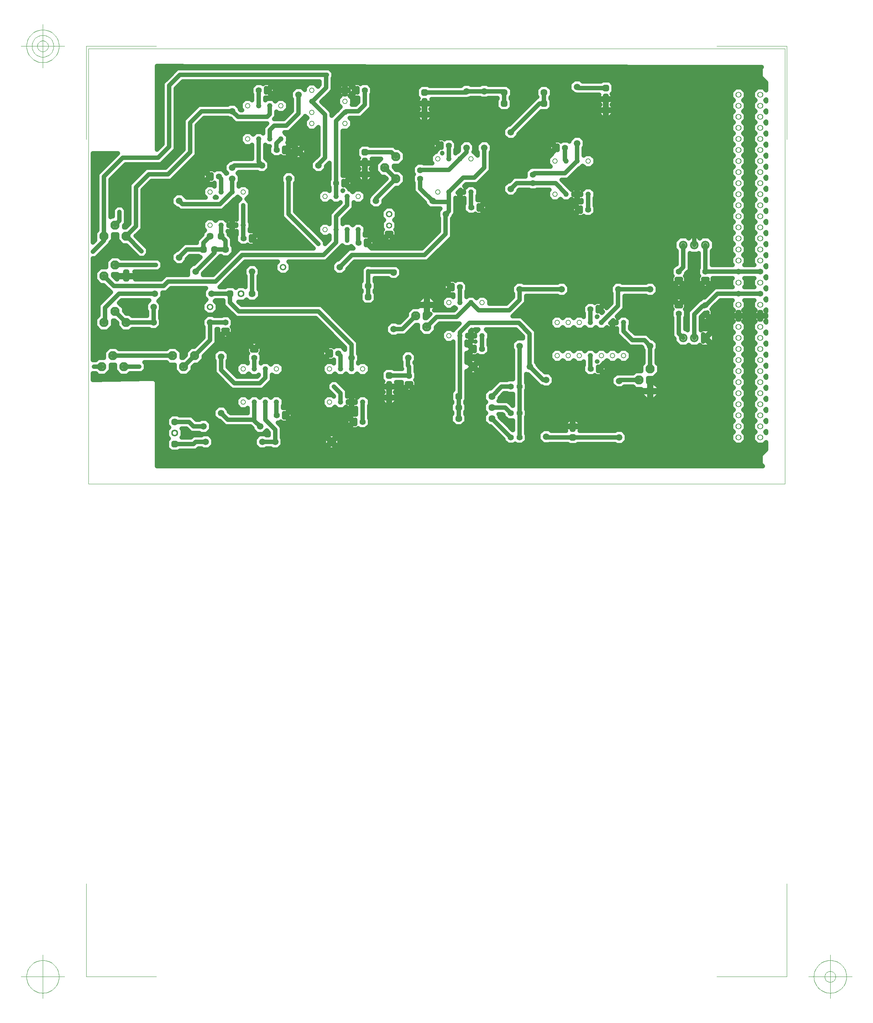
<source format=gbr>
G04 Generated by Ultiboard 10.0 *
%FSLAX25Y25*%
%MOIN*%

%ADD14C,0.04000*%
%ADD22C,0.00394*%
%ADD23C,0.00004*%
%ADD28C,0.03937X0.02362*%
%ADD34C,0.05512X0.03150*%
%ADD36C,0.05906X0.03543*%
%ADD31C,0.08334X0.04333*%
%ADD33C,0.04900X0.03500*%
%ADD38R,0.02083X0.02083X0.03917*%
%ADD18C,0.03917*%
%ADD29C,0.06334X0.03500*%
%ADD44R,0.02667X0.02667X0.03333*%
%ADD45C,0.03333*%
%ADD41C,0.05337X0.03937*%
%ADD40C,0.07834X0.04667*%


G04 ColorRGB 0000FF for the following layer *
%LNCopper Bottom*%
%LPD*%
%FSLAX25Y25*%
%MOIN*%
G54D14*
X470468Y377229D02*
X504455Y377173D01*
X504455Y377173D02*
X504455Y339000D01*
X504455Y339000D02*
X475167Y339000D01*
X475167Y339000D02*
X475167Y340958D01*
X475167Y340958D02*
X473136Y342989D01*
X473136Y342989D02*
X475167Y345020D01*
X475167Y345020D02*
X475167Y347247D01*
X475167Y347247D02*
X470468Y347247D01*
X470468Y347247D02*
X470468Y348731D01*
X470468Y348731D02*
X475167Y348731D01*
X475167Y348731D02*
X475167Y350958D01*
X475167Y350958D02*
X473323Y352802D01*
X473323Y352802D02*
X475000Y354479D01*
X475000Y354479D02*
X475000Y361499D01*
X475000Y361499D02*
X471510Y364989D01*
X471510Y364989D02*
X470468Y364989D01*
X470468Y364989D02*
X470468Y377229D01*
G36*
X470468Y377229D02*
X504455Y377173D01*
X504455Y339000D01*
X475167Y339000D01*
X475167Y340958D01*
X473136Y342989D01*
X475167Y345020D01*
X475167Y347247D01*
X470468Y347247D01*
X470468Y348731D01*
X475167Y348731D01*
X475167Y350958D01*
X473323Y352802D01*
X475000Y354479D01*
X475000Y361499D01*
X471510Y364989D01*
X470468Y364989D01*
X470468Y377229D01*
G37*
X470468Y377229D02*
X504455Y377173D01*
X504455Y377173D02*
X504455Y339000D01*
X504455Y339000D02*
X475167Y339000D01*
X475167Y339000D02*
X475167Y340958D01*
X475167Y340958D02*
X473136Y342989D01*
X473136Y342989D02*
X475167Y345020D01*
X475167Y345020D02*
X475167Y347247D01*
X475167Y347247D02*
X470468Y347247D01*
X470468Y347247D02*
X470468Y348731D01*
X470468Y348731D02*
X475167Y348731D01*
X475167Y348731D02*
X475167Y350958D01*
X475167Y350958D02*
X473323Y352802D01*
X473323Y352802D02*
X475000Y354479D01*
X475000Y354479D02*
X475000Y361499D01*
X475000Y361499D02*
X471510Y364989D01*
X471510Y364989D02*
X470468Y364989D01*
X470468Y364989D02*
X470468Y377229D01*
X504455Y377173D02*
X560727Y377081D01*
X560727Y377081D02*
X560727Y339000D01*
X560727Y339000D02*
X504455Y339000D01*
X504455Y339000D02*
X504455Y377173D01*
G36*
X504455Y377173D02*
X560727Y377081D01*
X560727Y339000D01*
X504455Y339000D01*
X504455Y377173D01*
G37*
X504455Y377173D02*
X560727Y377081D01*
X560727Y377081D02*
X560727Y339000D01*
X560727Y339000D02*
X504455Y339000D01*
X504455Y339000D02*
X504455Y377173D01*
X470969Y338731D02*
X475167Y338731D01*
X475167Y338731D02*
X475167Y339000D01*
X475167Y339000D02*
X504455Y339000D01*
X504455Y339000D02*
X504455Y282000D01*
X504455Y282000D02*
X470969Y282000D01*
X470969Y282000D02*
X470969Y330822D01*
X470969Y330822D02*
X475167Y335020D01*
X475167Y335020D02*
X475167Y337247D01*
X475167Y337247D02*
X470969Y337247D01*
X470969Y337247D02*
X470969Y338731D01*
G36*
X470969Y338731D02*
X475167Y338731D01*
X475167Y339000D01*
X504455Y339000D01*
X504455Y282000D01*
X470969Y282000D01*
X470969Y330822D01*
X475167Y335020D01*
X475167Y337247D01*
X470969Y337247D01*
X470969Y338731D01*
G37*
X470969Y338731D02*
X475167Y338731D01*
X475167Y338731D02*
X475167Y339000D01*
X475167Y339000D02*
X504455Y339000D01*
X504455Y339000D02*
X504455Y282000D01*
X504455Y282000D02*
X470969Y282000D01*
X470969Y282000D02*
X470969Y330822D01*
X470969Y330822D02*
X475167Y335020D01*
X475167Y335020D02*
X475167Y337247D01*
X475167Y337247D02*
X470969Y337247D01*
X470969Y337247D02*
X470969Y338731D01*
X560727Y339000D02*
X560727Y282000D01*
X560727Y282000D02*
X504455Y282000D01*
X504455Y282000D02*
X504455Y339000D01*
X504455Y339000D02*
X560727Y339000D01*
G36*
X560727Y339000D02*
X560727Y282000D01*
X504455Y282000D01*
X504455Y339000D01*
X560727Y339000D01*
G37*
X560727Y339000D02*
X560727Y282000D01*
X560727Y282000D02*
X504455Y282000D01*
X504455Y282000D02*
X504455Y339000D01*
X504455Y339000D02*
X560727Y339000D01*
X448182Y242138D02*
X449076Y241244D01*
X449076Y241244D02*
X454672Y241244D01*
X454672Y241244D02*
X458630Y245202D01*
X458630Y245202D02*
X458630Y250798D01*
X458630Y250798D02*
X458000Y251428D01*
X458000Y251428D02*
X458000Y258878D01*
X458000Y258878D02*
X458450Y259328D01*
X458450Y259328D02*
X458450Y264672D01*
X458450Y264672D02*
X454672Y268450D01*
X454672Y268450D02*
X449328Y268450D01*
X449328Y268450D02*
X448182Y267303D01*
X448182Y267303D02*
X448182Y282000D01*
X448182Y282000D02*
X504455Y282000D01*
X504455Y282000D02*
X504455Y225000D01*
X504455Y225000D02*
X448182Y225000D01*
X448182Y225000D02*
X448182Y242138D01*
G36*
X448182Y242138D02*
X449076Y241244D01*
X454672Y241244D01*
X458630Y245202D01*
X458630Y250798D01*
X458000Y251428D01*
X458000Y258878D01*
X458450Y259328D01*
X458450Y264672D01*
X454672Y268450D01*
X449328Y268450D01*
X448182Y267303D01*
X448182Y282000D01*
X504455Y282000D01*
X504455Y225000D01*
X448182Y225000D01*
X448182Y242138D01*
G37*
X448182Y242138D02*
X449076Y241244D01*
X449076Y241244D02*
X454672Y241244D01*
X454672Y241244D02*
X458630Y245202D01*
X458630Y245202D02*
X458630Y250798D01*
X458630Y250798D02*
X458000Y251428D01*
X458000Y251428D02*
X458000Y258878D01*
X458000Y258878D02*
X458450Y259328D01*
X458450Y259328D02*
X458450Y264672D01*
X458450Y264672D02*
X454672Y268450D01*
X454672Y268450D02*
X449328Y268450D01*
X449328Y268450D02*
X448182Y267303D01*
X448182Y267303D02*
X448182Y282000D01*
X448182Y282000D02*
X504455Y282000D01*
X504455Y282000D02*
X504455Y225000D01*
X504455Y225000D02*
X448182Y225000D01*
X448182Y225000D02*
X448182Y242138D01*
X560727Y282000D02*
X560727Y225000D01*
X560727Y225000D02*
X504455Y225000D01*
X504455Y225000D02*
X504455Y282000D01*
X504455Y282000D02*
X560727Y282000D01*
G36*
X560727Y282000D02*
X560727Y225000D01*
X504455Y225000D01*
X504455Y282000D01*
X560727Y282000D01*
G37*
X560727Y282000D02*
X560727Y225000D01*
X560727Y225000D02*
X504455Y225000D01*
X504455Y225000D02*
X504455Y282000D01*
X504455Y282000D02*
X560727Y282000D01*
X504167Y170000D02*
X504455Y169713D01*
X504455Y169713D02*
X504455Y168000D01*
X504455Y168000D02*
X485000Y168000D01*
X485000Y168000D02*
X485000Y170000D01*
X485000Y170000D02*
X504167Y170000D01*
G36*
X504167Y170000D02*
X504455Y169713D01*
X504455Y168000D01*
X485000Y168000D01*
X485000Y170000D01*
X504167Y170000D01*
G37*
X504167Y170000D02*
X504455Y169713D01*
X504455Y169713D02*
X504455Y168000D01*
X504455Y168000D02*
X485000Y168000D01*
X485000Y168000D02*
X485000Y170000D01*
X485000Y170000D02*
X504167Y170000D01*
X504455Y182287D02*
X504167Y182000D01*
X504167Y182000D02*
X483014Y182000D01*
X483014Y182000D02*
X482061Y182953D01*
X482061Y182953D02*
X481572Y182953D01*
X481572Y182953D02*
X481572Y225000D01*
X481572Y225000D02*
X504455Y225000D01*
X504455Y225000D02*
X504455Y182287D01*
G36*
X504455Y182287D02*
X504167Y182000D01*
X483014Y182000D01*
X482061Y182953D01*
X481572Y182953D01*
X481572Y225000D01*
X504455Y225000D01*
X504455Y182287D01*
G37*
X504455Y182287D02*
X504167Y182000D01*
X504167Y182000D02*
X483014Y182000D01*
X483014Y182000D02*
X482061Y182953D01*
X482061Y182953D02*
X481572Y182953D01*
X481572Y182953D02*
X481572Y225000D01*
X481572Y225000D02*
X504455Y225000D01*
X504455Y225000D02*
X504455Y182287D01*
X514953Y178854D02*
X514953Y178880D01*
X514953Y178880D02*
X510880Y182953D01*
X510880Y182953D02*
X505120Y182953D01*
X505120Y182953D02*
X504455Y182287D01*
X504455Y182287D02*
X504455Y225000D01*
X504455Y225000D02*
X528728Y225000D01*
X528728Y225000D02*
X528728Y196282D01*
X528728Y196282D02*
X527244Y194798D01*
X527244Y194798D02*
X527244Y189202D01*
X527244Y189202D02*
X528383Y188063D01*
X528383Y188063D02*
X527244Y186924D01*
X527244Y186924D02*
X527244Y181328D01*
X527244Y181328D02*
X528728Y179844D01*
X528728Y179844D02*
X528728Y178854D01*
X528728Y178854D02*
X514953Y178854D01*
G36*
X514953Y178854D02*
X514953Y178880D01*
X510880Y182953D01*
X505120Y182953D01*
X504455Y182287D01*
X504455Y225000D01*
X528728Y225000D01*
X528728Y196282D01*
X527244Y194798D01*
X527244Y189202D01*
X528383Y188063D01*
X527244Y186924D01*
X527244Y181328D01*
X528728Y179844D01*
X528728Y178854D01*
X514953Y178854D01*
G37*
X514953Y178854D02*
X514953Y178880D01*
X514953Y178880D02*
X510880Y182953D01*
X510880Y182953D02*
X505120Y182953D01*
X505120Y182953D02*
X504455Y182287D01*
X504455Y182287D02*
X504455Y225000D01*
X504455Y225000D02*
X528728Y225000D01*
X528728Y225000D02*
X528728Y196282D01*
X528728Y196282D02*
X527244Y194798D01*
X527244Y194798D02*
X527244Y189202D01*
X527244Y189202D02*
X528383Y188063D01*
X528383Y188063D02*
X527244Y186924D01*
X527244Y186924D02*
X527244Y181328D01*
X527244Y181328D02*
X528728Y179844D01*
X528728Y179844D02*
X528728Y178854D01*
X528728Y178854D02*
X514953Y178854D01*
X504455Y169713D02*
X505120Y169047D01*
X505120Y169047D02*
X510880Y169047D01*
X510880Y169047D02*
X514953Y173120D01*
X514953Y173120D02*
X514953Y178854D01*
X514953Y178854D02*
X529718Y178854D01*
X529718Y178854D02*
X531202Y177370D01*
X531202Y177370D02*
X536798Y177370D01*
X536798Y177370D02*
X538282Y178854D01*
X538282Y178854D02*
X540485Y178854D01*
X540485Y178854D02*
X540485Y168000D01*
X540485Y168000D02*
X537428Y168000D01*
X537428Y168000D02*
X536798Y168630D01*
X536798Y168630D02*
X531202Y168630D01*
X531202Y168630D02*
X530572Y168000D01*
X530572Y168000D02*
X504455Y168000D01*
X504455Y168000D02*
X504455Y169713D01*
G36*
X504455Y169713D02*
X505120Y169047D01*
X510880Y169047D01*
X514953Y173120D01*
X514953Y178854D01*
X529718Y178854D01*
X531202Y177370D01*
X536798Y177370D01*
X538282Y178854D01*
X540485Y178854D01*
X540485Y168000D01*
X537428Y168000D01*
X536798Y168630D01*
X531202Y168630D01*
X530572Y168000D01*
X504455Y168000D01*
X504455Y169713D01*
G37*
X504455Y169713D02*
X505120Y169047D01*
X505120Y169047D02*
X510880Y169047D01*
X510880Y169047D02*
X514953Y173120D01*
X514953Y173120D02*
X514953Y178854D01*
X514953Y178854D02*
X529718Y178854D01*
X529718Y178854D02*
X531202Y177370D01*
X531202Y177370D02*
X536798Y177370D01*
X536798Y177370D02*
X538282Y178854D01*
X538282Y178854D02*
X540485Y178854D01*
X540485Y178854D02*
X540485Y168000D01*
X540485Y168000D02*
X537428Y168000D01*
X537428Y168000D02*
X536798Y168630D01*
X536798Y168630D02*
X531202Y168630D01*
X531202Y168630D02*
X530572Y168000D01*
X530572Y168000D02*
X504455Y168000D01*
X504455Y168000D02*
X504455Y169713D01*
X484485Y158000D02*
X485000Y158515D01*
X485000Y158515D02*
X485000Y168000D01*
X485000Y168000D02*
X504455Y168000D01*
X504455Y168000D02*
X504455Y158000D01*
X504455Y158000D02*
X484485Y158000D01*
G36*
X484485Y158000D02*
X485000Y158515D01*
X485000Y168000D01*
X504455Y168000D01*
X504455Y158000D01*
X484485Y158000D01*
G37*
X484485Y158000D02*
X485000Y158515D01*
X485000Y158515D02*
X485000Y168000D01*
X485000Y168000D02*
X504455Y168000D01*
X504455Y168000D02*
X504455Y158000D01*
X504455Y158000D02*
X484485Y158000D01*
X490000Y142878D02*
X490450Y143328D01*
X490450Y143328D02*
X490450Y148672D01*
X490450Y148672D02*
X486672Y152450D01*
X486672Y152450D02*
X486382Y152450D01*
X486382Y152450D02*
X486382Y158000D01*
X486382Y158000D02*
X504455Y158000D01*
X504455Y158000D02*
X504455Y136000D01*
X504455Y136000D02*
X494485Y136000D01*
X494485Y136000D02*
X490000Y140485D01*
X490000Y140485D02*
X490000Y142878D01*
G36*
X490000Y142878D02*
X490450Y143328D01*
X490450Y148672D01*
X486672Y152450D01*
X486382Y152450D01*
X486382Y158000D01*
X504455Y158000D01*
X504455Y136000D01*
X494485Y136000D01*
X490000Y140485D01*
X490000Y142878D01*
G37*
X490000Y142878D02*
X490450Y143328D01*
X490450Y143328D02*
X490450Y148672D01*
X490450Y148672D02*
X486672Y152450D01*
X486672Y152450D02*
X486382Y152450D01*
X486382Y152450D02*
X486382Y158000D01*
X486382Y158000D02*
X504455Y158000D01*
X504455Y158000D02*
X504455Y136000D01*
X504455Y136000D02*
X494485Y136000D01*
X494485Y136000D02*
X490000Y140485D01*
X490000Y140485D02*
X490000Y142878D01*
X501047Y123286D02*
X501047Y121939D01*
X501047Y121939D02*
X502000Y120986D01*
X502000Y120986D02*
X502000Y111000D01*
X502000Y111000D02*
X488122Y111000D01*
X488122Y111000D02*
X490450Y113328D01*
X490450Y113328D02*
X490450Y118672D01*
X490450Y118672D02*
X486672Y122450D01*
X486672Y122450D02*
X481328Y122450D01*
X481328Y122450D02*
X479000Y120122D01*
X479000Y120122D02*
X476672Y122450D01*
X476672Y122450D02*
X471328Y122450D01*
X471328Y122450D02*
X469000Y120122D01*
X469000Y120122D02*
X466672Y122450D01*
X466672Y122450D02*
X461328Y122450D01*
X461328Y122450D02*
X459000Y120122D01*
X459000Y120122D02*
X456672Y122450D01*
X456672Y122450D02*
X451328Y122450D01*
X451328Y122450D02*
X449000Y120122D01*
X449000Y120122D02*
X448182Y120940D01*
X448182Y120940D02*
X448182Y135515D01*
X448182Y135515D02*
X478000Y135515D01*
X478000Y135515D02*
X489515Y124000D01*
X489515Y124000D02*
X500334Y124000D01*
X500334Y124000D02*
X501047Y123286D01*
G36*
X501047Y123286D02*
X501047Y121939D01*
X502000Y120986D01*
X502000Y111000D01*
X488122Y111000D01*
X490450Y113328D01*
X490450Y118672D01*
X486672Y122450D01*
X481328Y122450D01*
X479000Y120122D01*
X476672Y122450D01*
X471328Y122450D01*
X469000Y120122D01*
X466672Y122450D01*
X461328Y122450D01*
X459000Y120122D01*
X456672Y122450D01*
X451328Y122450D01*
X449000Y120122D01*
X448182Y120940D01*
X448182Y135515D01*
X478000Y135515D01*
X489515Y124000D01*
X500334Y124000D01*
X501047Y123286D01*
G37*
X501047Y123286D02*
X501047Y121939D01*
X501047Y121939D02*
X502000Y120986D01*
X502000Y120986D02*
X502000Y111000D01*
X502000Y111000D02*
X488122Y111000D01*
X488122Y111000D02*
X490450Y113328D01*
X490450Y113328D02*
X490450Y118672D01*
X490450Y118672D02*
X486672Y122450D01*
X486672Y122450D02*
X481328Y122450D01*
X481328Y122450D02*
X479000Y120122D01*
X479000Y120122D02*
X476672Y122450D01*
X476672Y122450D02*
X471328Y122450D01*
X471328Y122450D02*
X469000Y120122D01*
X469000Y120122D02*
X466672Y122450D01*
X466672Y122450D02*
X461328Y122450D01*
X461328Y122450D02*
X459000Y120122D01*
X459000Y120122D02*
X456672Y122450D01*
X456672Y122450D02*
X451328Y122450D01*
X451328Y122450D02*
X449000Y120122D01*
X449000Y120122D02*
X448182Y120940D01*
X448182Y120940D02*
X448182Y135515D01*
X448182Y135515D02*
X478000Y135515D01*
X478000Y135515D02*
X489515Y124000D01*
X489515Y124000D02*
X500334Y124000D01*
X500334Y124000D02*
X501047Y123286D01*
X528728Y166156D02*
X527244Y164672D01*
X527244Y164672D02*
X527244Y159076D01*
X527244Y159076D02*
X528383Y157937D01*
X528383Y157937D02*
X527244Y156798D01*
X527244Y156798D02*
X527244Y156040D01*
X527244Y156040D02*
X504455Y156040D01*
X504455Y156040D02*
X504455Y168000D01*
X504455Y168000D02*
X528728Y168000D01*
X528728Y168000D02*
X528728Y166156D01*
G36*
X528728Y166156D02*
X527244Y164672D01*
X527244Y159076D01*
X528383Y157937D01*
X527244Y156798D01*
X527244Y156040D01*
X504455Y156040D01*
X504455Y168000D01*
X528728Y168000D01*
X528728Y166156D01*
G37*
X528728Y166156D02*
X527244Y164672D01*
X527244Y164672D02*
X527244Y159076D01*
X527244Y159076D02*
X528383Y157937D01*
X528383Y157937D02*
X527244Y156798D01*
X527244Y156798D02*
X527244Y156040D01*
X527244Y156040D02*
X504455Y156040D01*
X504455Y156040D02*
X504455Y168000D01*
X504455Y168000D02*
X528728Y168000D01*
X528728Y168000D02*
X528728Y166156D01*
X514000Y120986D02*
X514953Y121939D01*
X514953Y121939D02*
X514953Y127699D01*
X514953Y127699D02*
X510880Y131772D01*
X510880Y131772D02*
X509533Y131772D01*
X509533Y131772D02*
X505304Y136000D01*
X505304Y136000D02*
X504455Y136000D01*
X504455Y136000D02*
X504455Y156040D01*
X504455Y156040D02*
X527244Y156040D01*
X527244Y156040D02*
X527244Y151202D01*
X527244Y151202D02*
X528000Y150446D01*
X528000Y150446D02*
X528000Y133515D01*
X528000Y133515D02*
X530083Y131432D01*
X530083Y131432D02*
X530083Y128721D01*
X530083Y128721D02*
X534721Y124083D01*
X534721Y124083D02*
X536485Y124083D01*
X536485Y124083D02*
X536485Y111000D01*
X536485Y111000D02*
X514000Y111000D01*
X514000Y111000D02*
X514000Y120986D01*
G36*
X514000Y120986D02*
X514953Y121939D01*
X514953Y127699D01*
X510880Y131772D01*
X509533Y131772D01*
X505304Y136000D01*
X504455Y136000D01*
X504455Y156040D01*
X527244Y156040D01*
X527244Y151202D01*
X528000Y150446D01*
X528000Y133515D01*
X530083Y131432D01*
X530083Y128721D01*
X534721Y124083D01*
X536485Y124083D01*
X536485Y111000D01*
X514000Y111000D01*
X514000Y120986D01*
G37*
X514000Y120986D02*
X514953Y121939D01*
X514953Y121939D02*
X514953Y127699D01*
X514953Y127699D02*
X510880Y131772D01*
X510880Y131772D02*
X509533Y131772D01*
X509533Y131772D02*
X505304Y136000D01*
X505304Y136000D02*
X504455Y136000D01*
X504455Y136000D02*
X504455Y156040D01*
X504455Y156040D02*
X527244Y156040D01*
X527244Y156040D02*
X527244Y151202D01*
X527244Y151202D02*
X528000Y150446D01*
X528000Y150446D02*
X528000Y133515D01*
X528000Y133515D02*
X530083Y131432D01*
X530083Y131432D02*
X530083Y128721D01*
X530083Y128721D02*
X534721Y124083D01*
X534721Y124083D02*
X536485Y124083D01*
X536485Y124083D02*
X536485Y111000D01*
X536485Y111000D02*
X514000Y111000D01*
X514000Y111000D02*
X514000Y120986D01*
X502000Y109550D02*
X499833Y107383D01*
X499833Y107383D02*
X499833Y102167D01*
X499833Y102167D02*
X494617Y102167D01*
X494617Y102167D02*
X492450Y100000D01*
X492450Y100000D02*
X483014Y100000D01*
X483014Y100000D02*
X482880Y100134D01*
X482880Y100134D02*
X477515Y100134D01*
X477515Y100134D02*
X477515Y110393D01*
X477515Y110393D02*
X478122Y111000D01*
X478122Y111000D02*
X479878Y111000D01*
X479878Y111000D02*
X481328Y109550D01*
X481328Y109550D02*
X486672Y109550D01*
X486672Y109550D02*
X488122Y111000D01*
X488122Y111000D02*
X502000Y111000D01*
X502000Y111000D02*
X502000Y109550D01*
G36*
X502000Y109550D02*
X499833Y107383D01*
X499833Y102167D01*
X494617Y102167D01*
X492450Y100000D01*
X483014Y100000D01*
X482880Y100134D01*
X477515Y100134D01*
X477515Y110393D01*
X478122Y111000D01*
X479878Y111000D01*
X481328Y109550D01*
X486672Y109550D01*
X488122Y111000D01*
X502000Y111000D01*
X502000Y109550D01*
G37*
X502000Y109550D02*
X499833Y107383D01*
X499833Y107383D02*
X499833Y102167D01*
X499833Y102167D02*
X494617Y102167D01*
X494617Y102167D02*
X492450Y100000D01*
X492450Y100000D02*
X483014Y100000D01*
X483014Y100000D02*
X482880Y100134D01*
X482880Y100134D02*
X477515Y100134D01*
X477515Y100134D02*
X477515Y110393D01*
X477515Y110393D02*
X478122Y111000D01*
X478122Y111000D02*
X479878Y111000D01*
X479878Y111000D02*
X481328Y109550D01*
X481328Y109550D02*
X486672Y109550D01*
X486672Y109550D02*
X488122Y111000D01*
X488122Y111000D02*
X502000Y111000D01*
X502000Y111000D02*
X502000Y109550D01*
X499833Y85833D02*
X499833Y84846D01*
X499833Y84846D02*
X504455Y84846D01*
X504455Y84846D02*
X504455Y83154D01*
X504455Y83154D02*
X499833Y83154D01*
X499833Y83154D02*
X499833Y80617D01*
X499833Y80617D02*
X504455Y75996D01*
X504455Y75996D02*
X504455Y54000D01*
X504455Y54000D02*
X477515Y54000D01*
X477515Y54000D02*
X477515Y86228D01*
X477515Y86228D02*
X482880Y86228D01*
X482880Y86228D02*
X484652Y88000D01*
X484652Y88000D02*
X492450Y88000D01*
X492450Y88000D02*
X494617Y85833D01*
X494617Y85833D02*
X499833Y85833D01*
G36*
X499833Y85833D02*
X499833Y84846D01*
X504455Y84846D01*
X504455Y83154D01*
X499833Y83154D01*
X499833Y80617D01*
X504455Y75996D01*
X504455Y54000D01*
X477515Y54000D01*
X477515Y86228D01*
X482880Y86228D01*
X484652Y88000D01*
X492450Y88000D01*
X494617Y85833D01*
X499833Y85833D01*
G37*
X499833Y85833D02*
X499833Y84846D01*
X499833Y84846D02*
X504455Y84846D01*
X504455Y84846D02*
X504455Y83154D01*
X504455Y83154D02*
X499833Y83154D01*
X499833Y83154D02*
X499833Y80617D01*
X499833Y80617D02*
X504455Y75996D01*
X504455Y75996D02*
X504455Y54000D01*
X504455Y54000D02*
X477515Y54000D01*
X477515Y54000D02*
X477515Y86228D01*
X477515Y86228D02*
X482880Y86228D01*
X482880Y86228D02*
X484652Y88000D01*
X484652Y88000D02*
X492450Y88000D01*
X492450Y88000D02*
X494617Y85833D01*
X494617Y85833D02*
X499833Y85833D01*
X506167Y95833D02*
X511383Y95833D01*
X511383Y95833D02*
X511383Y92167D01*
X511383Y92167D02*
X508846Y92167D01*
X508846Y92167D02*
X508846Y84846D01*
X508846Y84846D02*
X511383Y84846D01*
X511383Y84846D02*
X511383Y83154D01*
X511383Y83154D02*
X508846Y83154D01*
X508846Y83154D02*
X508846Y80617D01*
X508846Y80617D02*
X507154Y80617D01*
X507154Y80617D02*
X507154Y83154D01*
X507154Y83154D02*
X504455Y83154D01*
X504455Y83154D02*
X504455Y84846D01*
X504455Y84846D02*
X507154Y84846D01*
X507154Y84846D02*
X507154Y92167D01*
X507154Y92167D02*
X506167Y92167D01*
X506167Y92167D02*
X506167Y95833D01*
G36*
X506167Y95833D02*
X511383Y95833D01*
X511383Y92167D01*
X508846Y92167D01*
X508846Y84846D01*
X511383Y84846D01*
X511383Y83154D01*
X508846Y83154D01*
X508846Y80617D01*
X507154Y80617D01*
X507154Y83154D01*
X504455Y83154D01*
X504455Y84846D01*
X507154Y84846D01*
X507154Y92167D01*
X506167Y92167D01*
X506167Y95833D01*
G37*
X506167Y95833D02*
X511383Y95833D01*
X511383Y95833D02*
X511383Y92167D01*
X511383Y92167D02*
X508846Y92167D01*
X508846Y92167D02*
X508846Y84846D01*
X508846Y84846D02*
X511383Y84846D01*
X511383Y84846D02*
X511383Y83154D01*
X511383Y83154D02*
X508846Y83154D01*
X508846Y83154D02*
X508846Y80617D01*
X508846Y80617D02*
X507154Y80617D01*
X507154Y80617D02*
X507154Y83154D01*
X507154Y83154D02*
X504455Y83154D01*
X504455Y83154D02*
X504455Y84846D01*
X504455Y84846D02*
X507154Y84846D01*
X507154Y84846D02*
X507154Y92167D01*
X507154Y92167D02*
X506167Y92167D01*
X506167Y92167D02*
X506167Y95833D01*
X504455Y75996D02*
X504617Y75833D01*
X504617Y75833D02*
X507154Y75833D01*
X507154Y75833D02*
X507154Y80617D01*
X507154Y80617D02*
X508846Y80617D01*
X508846Y80617D02*
X508846Y75833D01*
X508846Y75833D02*
X511383Y75833D01*
X511383Y75833D02*
X516167Y80617D01*
X516167Y80617D02*
X560727Y80617D01*
X560727Y80617D02*
X560727Y54000D01*
X560727Y54000D02*
X504455Y54000D01*
X504455Y54000D02*
X504455Y75996D01*
G36*
X504455Y75996D02*
X504617Y75833D01*
X507154Y75833D01*
X507154Y80617D01*
X508846Y80617D01*
X508846Y75833D01*
X511383Y75833D01*
X516167Y80617D01*
X560727Y80617D01*
X560727Y54000D01*
X504455Y54000D01*
X504455Y75996D01*
G37*
X504455Y75996D02*
X504617Y75833D01*
X504617Y75833D02*
X507154Y75833D01*
X507154Y75833D02*
X507154Y80617D01*
X507154Y80617D02*
X508846Y80617D01*
X508846Y80617D02*
X508846Y75833D01*
X508846Y75833D02*
X511383Y75833D01*
X511383Y75833D02*
X516167Y80617D01*
X516167Y80617D02*
X560727Y80617D01*
X560727Y80617D02*
X560727Y54000D01*
X560727Y54000D02*
X504455Y54000D01*
X504455Y54000D02*
X504455Y75996D01*
X482391Y35047D02*
X482880Y35047D01*
X482880Y35047D02*
X486953Y39120D01*
X486953Y39120D02*
X486953Y44880D01*
X486953Y44880D02*
X482880Y48953D01*
X482880Y48953D02*
X482391Y48953D01*
X482391Y48953D02*
X482391Y54000D01*
X482391Y54000D02*
X504455Y54000D01*
X504455Y54000D02*
X504455Y16000D01*
X504455Y16000D02*
X482391Y16000D01*
X482391Y16000D02*
X482391Y35047D01*
G36*
X482391Y35047D02*
X482880Y35047D01*
X486953Y39120D01*
X486953Y44880D01*
X482880Y48953D01*
X482391Y48953D01*
X482391Y54000D01*
X504455Y54000D01*
X504455Y16000D01*
X482391Y16000D01*
X482391Y35047D01*
G37*
X482391Y35047D02*
X482880Y35047D01*
X482880Y35047D02*
X486953Y39120D01*
X486953Y39120D02*
X486953Y44880D01*
X486953Y44880D02*
X482880Y48953D01*
X482880Y48953D02*
X482391Y48953D01*
X482391Y48953D02*
X482391Y54000D01*
X482391Y54000D02*
X504455Y54000D01*
X504455Y54000D02*
X504455Y16000D01*
X504455Y16000D02*
X482391Y16000D01*
X482391Y16000D02*
X482391Y35047D01*
X560727Y16000D02*
X504455Y16000D01*
X504455Y16000D02*
X504455Y54000D01*
X504455Y54000D02*
X560727Y54000D01*
X560727Y54000D02*
X560727Y16000D01*
G36*
X560727Y16000D02*
X504455Y16000D01*
X504455Y54000D01*
X560727Y54000D01*
X560727Y16000D01*
G37*
X560727Y16000D02*
X504455Y16000D01*
X504455Y16000D02*
X504455Y54000D01*
X504455Y54000D02*
X560727Y54000D01*
X560727Y54000D02*
X560727Y16000D01*
X223091Y377634D02*
X279364Y377542D01*
X279364Y377542D02*
X279364Y358672D01*
X279364Y358672D02*
X256756Y358672D01*
X256756Y358672D02*
X256756Y358798D01*
X256756Y358798D02*
X252798Y362756D01*
X252798Y362756D02*
X247202Y362756D01*
X247202Y362756D02*
X246063Y361617D01*
X246063Y361617D02*
X244924Y362756D01*
X244924Y362756D02*
X239328Y362756D01*
X239328Y362756D02*
X237844Y361272D01*
X237844Y361272D02*
X240444Y358672D01*
X240444Y358672D02*
X238465Y358672D01*
X238465Y358672D02*
X236854Y360282D01*
X236854Y360282D02*
X236847Y360275D01*
X236847Y360275D02*
X234672Y362450D01*
X234672Y362450D02*
X232668Y362450D01*
X232668Y362450D02*
X232668Y358672D01*
X232668Y358672D02*
X231332Y358672D01*
X231332Y358672D02*
X231332Y362450D01*
X231332Y362450D02*
X229328Y362450D01*
X229328Y362450D02*
X225550Y358672D01*
X225550Y358672D02*
X223091Y358672D01*
X223091Y358672D02*
X223091Y377634D01*
G36*
X223091Y377634D02*
X279364Y377542D01*
X279364Y358672D01*
X256756Y358672D01*
X256756Y358798D01*
X252798Y362756D01*
X247202Y362756D01*
X246063Y361617D01*
X244924Y362756D01*
X239328Y362756D01*
X237844Y361272D01*
X240444Y358672D01*
X238465Y358672D01*
X236854Y360282D01*
X236847Y360275D01*
X234672Y362450D01*
X232668Y362450D01*
X232668Y358672D01*
X231332Y358672D01*
X231332Y362450D01*
X229328Y362450D01*
X225550Y358672D01*
X223091Y358672D01*
X223091Y377634D01*
G37*
X223091Y377634D02*
X279364Y377542D01*
X279364Y377542D02*
X279364Y358672D01*
X279364Y358672D02*
X256756Y358672D01*
X256756Y358672D02*
X256756Y358798D01*
X256756Y358798D02*
X252798Y362756D01*
X252798Y362756D02*
X247202Y362756D01*
X247202Y362756D02*
X246063Y361617D01*
X246063Y361617D02*
X244924Y362756D01*
X244924Y362756D02*
X239328Y362756D01*
X239328Y362756D02*
X237844Y361272D01*
X237844Y361272D02*
X240444Y358672D01*
X240444Y358672D02*
X238465Y358672D01*
X238465Y358672D02*
X236854Y360282D01*
X236854Y360282D02*
X236847Y360275D01*
X236847Y360275D02*
X234672Y362450D01*
X234672Y362450D02*
X232668Y362450D01*
X232668Y362450D02*
X232668Y358672D01*
X232668Y358672D02*
X231332Y358672D01*
X231332Y358672D02*
X231332Y362450D01*
X231332Y362450D02*
X229328Y362450D01*
X229328Y362450D02*
X225550Y358672D01*
X225550Y358672D02*
X223091Y358672D01*
X223091Y358672D02*
X223091Y377634D01*
X256000Y352446D02*
X256756Y353202D01*
X256756Y353202D02*
X256756Y353328D01*
X256756Y353328D02*
X279364Y353328D01*
X279364Y353328D02*
X279364Y339000D01*
X279364Y339000D02*
X254485Y339000D01*
X254485Y339000D02*
X256000Y340515D01*
X256000Y340515D02*
X256000Y352446D01*
G36*
X256000Y352446D02*
X256756Y353202D01*
X256756Y353328D01*
X279364Y353328D01*
X279364Y339000D01*
X254485Y339000D01*
X256000Y340515D01*
X256000Y352446D01*
G37*
X256000Y352446D02*
X256756Y353202D01*
X256756Y353202D02*
X256756Y353328D01*
X256756Y353328D02*
X279364Y353328D01*
X279364Y353328D02*
X279364Y339000D01*
X279364Y339000D02*
X254485Y339000D01*
X254485Y339000D02*
X256000Y340515D01*
X256000Y340515D02*
X256000Y352446D01*
X238450Y328382D02*
X238450Y328672D01*
X238450Y328672D02*
X236122Y331000D01*
X236122Y331000D02*
X246485Y331000D01*
X246485Y331000D02*
X254485Y339000D01*
X254485Y339000D02*
X279364Y339000D01*
X279364Y339000D02*
X279364Y328382D01*
X279364Y328382D02*
X238450Y328382D01*
G36*
X238450Y328382D02*
X238450Y328672D01*
X236122Y331000D01*
X246485Y331000D01*
X254485Y339000D01*
X279364Y339000D01*
X279364Y328382D01*
X238450Y328382D01*
G37*
X238450Y328382D02*
X238450Y328672D01*
X238450Y328672D02*
X236122Y331000D01*
X236122Y331000D02*
X246485Y331000D01*
X246485Y331000D02*
X254485Y339000D01*
X254485Y339000D02*
X279364Y339000D01*
X279364Y339000D02*
X279364Y328382D01*
X279364Y328382D02*
X238450Y328382D01*
X250742Y293000D02*
X250742Y290742D01*
X250742Y290742D02*
X252468Y290742D01*
X252468Y290742D02*
X252468Y289258D01*
X252468Y289258D02*
X250742Y289258D01*
X250742Y289258D02*
X250742Y282000D01*
X250742Y282000D02*
X249258Y282000D01*
X249258Y282000D02*
X249258Y289258D01*
X249258Y289258D02*
X247031Y289258D01*
X247031Y289258D02*
X247031Y290742D01*
X247031Y290742D02*
X249258Y290742D01*
X249258Y290742D02*
X249258Y293000D01*
X249258Y293000D02*
X250742Y293000D01*
G36*
X250742Y293000D02*
X250742Y290742D01*
X252468Y290742D01*
X252468Y289258D01*
X250742Y289258D01*
X250742Y282000D01*
X249258Y282000D01*
X249258Y289258D01*
X247031Y289258D01*
X247031Y290742D01*
X249258Y290742D01*
X249258Y293000D01*
X250742Y293000D01*
G37*
X250742Y293000D02*
X250742Y290742D01*
X250742Y290742D02*
X252468Y290742D01*
X252468Y290742D02*
X252468Y289258D01*
X252468Y289258D02*
X250742Y289258D01*
X250742Y289258D02*
X250742Y282000D01*
X250742Y282000D02*
X249258Y282000D01*
X249258Y282000D02*
X249258Y289258D01*
X249258Y289258D02*
X247031Y289258D01*
X247031Y289258D02*
X247031Y290742D01*
X247031Y290742D02*
X249258Y290742D01*
X249258Y290742D02*
X249258Y293000D01*
X249258Y293000D02*
X250742Y293000D01*
X252468Y307000D02*
X247031Y307000D01*
X247031Y307000D02*
X247031Y328382D01*
X247031Y328382D02*
X252468Y328382D01*
X252468Y328382D02*
X252468Y307000D01*
G36*
X252468Y307000D02*
X247031Y307000D01*
X247031Y328382D01*
X252468Y328382D01*
X252468Y307000D01*
G37*
X252468Y307000D02*
X247031Y307000D01*
X247031Y307000D02*
X247031Y328382D01*
X247031Y328382D02*
X252468Y328382D01*
X252468Y328382D02*
X252468Y307000D01*
X254510Y306000D02*
X253510Y307000D01*
X253510Y307000D02*
X252468Y307000D01*
X252468Y307000D02*
X252468Y328382D01*
X252468Y328382D02*
X279364Y328382D01*
X279364Y328382D02*
X279364Y304167D01*
X279364Y304167D02*
X278318Y304167D01*
X278318Y304167D02*
X276485Y306000D01*
X276485Y306000D02*
X254510Y306000D01*
G36*
X254510Y306000D02*
X253510Y307000D01*
X252468Y307000D01*
X252468Y328382D01*
X279364Y328382D01*
X279364Y304167D01*
X278318Y304167D01*
X276485Y306000D01*
X254510Y306000D01*
G37*
X254510Y306000D02*
X253510Y307000D01*
X253510Y307000D02*
X252468Y307000D01*
X252468Y307000D02*
X252468Y328382D01*
X252468Y328382D02*
X279364Y328382D01*
X279364Y328382D02*
X279364Y304167D01*
X279364Y304167D02*
X278318Y304167D01*
X278318Y304167D02*
X276485Y306000D01*
X276485Y306000D02*
X254510Y306000D01*
X252468Y290742D02*
X257167Y290742D01*
X257167Y290742D02*
X257167Y292969D01*
X257167Y292969D02*
X256136Y294000D01*
X256136Y294000D02*
X264450Y294000D01*
X264450Y294000D02*
X259833Y289383D01*
X259833Y289383D02*
X259833Y282617D01*
X259833Y282617D02*
X260450Y282000D01*
X260450Y282000D02*
X257167Y282000D01*
X257167Y282000D02*
X257167Y282969D01*
X257167Y282969D02*
X255136Y285000D01*
X255136Y285000D02*
X257167Y287031D01*
X257167Y287031D02*
X257167Y289258D01*
X257167Y289258D02*
X252468Y289258D01*
X252468Y289258D02*
X252468Y290742D01*
G36*
X252468Y290742D02*
X257167Y290742D01*
X257167Y292969D01*
X256136Y294000D01*
X264450Y294000D01*
X259833Y289383D01*
X259833Y282617D01*
X260450Y282000D01*
X257167Y282000D01*
X257167Y282969D01*
X255136Y285000D01*
X257167Y287031D01*
X257167Y289258D01*
X252468Y289258D01*
X252468Y290742D01*
G37*
X252468Y290742D02*
X257167Y290742D01*
X257167Y290742D02*
X257167Y292969D01*
X257167Y292969D02*
X256136Y294000D01*
X256136Y294000D02*
X264450Y294000D01*
X264450Y294000D02*
X259833Y289383D01*
X259833Y289383D02*
X259833Y282617D01*
X259833Y282617D02*
X260450Y282000D01*
X260450Y282000D02*
X257167Y282000D01*
X257167Y282000D02*
X257167Y282969D01*
X257167Y282969D02*
X255136Y285000D01*
X255136Y285000D02*
X257167Y287031D01*
X257167Y287031D02*
X257167Y289258D01*
X257167Y289258D02*
X252468Y289258D01*
X252468Y289258D02*
X252468Y290742D01*
X250742Y282000D02*
X250742Y280742D01*
X250742Y280742D02*
X252969Y280742D01*
X252969Y280742D02*
X252969Y279258D01*
X252969Y279258D02*
X250742Y279258D01*
X250742Y279258D02*
X250742Y272833D01*
X250742Y272833D02*
X252969Y272833D01*
X252969Y272833D02*
X252969Y260485D01*
X252969Y260485D02*
X250450Y260485D01*
X250450Y260485D02*
X250450Y262672D01*
X250450Y262672D02*
X247031Y266090D01*
X247031Y266090D02*
X247031Y272833D01*
X247031Y272833D02*
X249258Y272833D01*
X249258Y272833D02*
X249258Y279258D01*
X249258Y279258D02*
X247031Y279258D01*
X247031Y279258D02*
X247031Y280742D01*
X247031Y280742D02*
X249258Y280742D01*
X249258Y280742D02*
X249258Y282000D01*
X249258Y282000D02*
X250742Y282000D01*
G36*
X250742Y282000D02*
X250742Y280742D01*
X252969Y280742D01*
X252969Y279258D01*
X250742Y279258D01*
X250742Y272833D01*
X252969Y272833D01*
X252969Y260485D01*
X250450Y260485D01*
X250450Y262672D01*
X247031Y266090D01*
X247031Y272833D01*
X249258Y272833D01*
X249258Y279258D01*
X247031Y279258D01*
X247031Y280742D01*
X249258Y280742D01*
X249258Y282000D01*
X250742Y282000D01*
G37*
X250742Y282000D02*
X250742Y280742D01*
X250742Y280742D02*
X252969Y280742D01*
X252969Y280742D02*
X252969Y279258D01*
X252969Y279258D02*
X250742Y279258D01*
X250742Y279258D02*
X250742Y272833D01*
X250742Y272833D02*
X252969Y272833D01*
X252969Y272833D02*
X252969Y260485D01*
X252969Y260485D02*
X250450Y260485D01*
X250450Y260485D02*
X250450Y262672D01*
X250450Y262672D02*
X247031Y266090D01*
X247031Y266090D02*
X247031Y272833D01*
X247031Y272833D02*
X249258Y272833D01*
X249258Y272833D02*
X249258Y279258D01*
X249258Y279258D02*
X247031Y279258D01*
X247031Y279258D02*
X247031Y280742D01*
X247031Y280742D02*
X249258Y280742D01*
X249258Y280742D02*
X249258Y282000D01*
X249258Y282000D02*
X250742Y282000D01*
X252969Y280742D02*
X257167Y280742D01*
X257167Y280742D02*
X257167Y282000D01*
X257167Y282000D02*
X260450Y282000D01*
X260450Y282000D02*
X264617Y277833D01*
X264617Y277833D02*
X267682Y277833D01*
X267682Y277833D02*
X269515Y276000D01*
X269515Y276000D02*
X254000Y260485D01*
X254000Y260485D02*
X252969Y260485D01*
X252969Y260485D02*
X252969Y272833D01*
X252969Y272833D02*
X257167Y277031D01*
X257167Y277031D02*
X257167Y279258D01*
X257167Y279258D02*
X252969Y279258D01*
X252969Y279258D02*
X252969Y280742D01*
G36*
X252969Y280742D02*
X257167Y280742D01*
X257167Y282000D01*
X260450Y282000D01*
X264617Y277833D01*
X267682Y277833D01*
X269515Y276000D01*
X254000Y260485D01*
X252969Y260485D01*
X252969Y272833D01*
X257167Y277031D01*
X257167Y279258D01*
X252969Y279258D01*
X252969Y280742D01*
G37*
X252969Y280742D02*
X257167Y280742D01*
X257167Y280742D02*
X257167Y282000D01*
X257167Y282000D02*
X260450Y282000D01*
X260450Y282000D02*
X264617Y277833D01*
X264617Y277833D02*
X267682Y277833D01*
X267682Y277833D02*
X269515Y276000D01*
X269515Y276000D02*
X254000Y260485D01*
X254000Y260485D02*
X252969Y260485D01*
X252969Y260485D02*
X252969Y272833D01*
X252969Y272833D02*
X257167Y277031D01*
X257167Y277031D02*
X257167Y279258D01*
X257167Y279258D02*
X252969Y279258D01*
X252969Y279258D02*
X252969Y280742D01*
X254000Y259833D02*
X253047Y258880D01*
X253047Y258880D02*
X253047Y253120D01*
X253047Y253120D02*
X257120Y249047D01*
X257120Y249047D02*
X262880Y249047D01*
X262880Y249047D02*
X266953Y253120D01*
X266953Y253120D02*
X266953Y256467D01*
X266953Y256467D02*
X270971Y260485D01*
X270971Y260485D02*
X272000Y260485D01*
X272000Y260485D02*
X272000Y250953D01*
X272000Y250953D02*
X269120Y250953D01*
X269120Y250953D02*
X265047Y246880D01*
X265047Y246880D02*
X265047Y241120D01*
X265047Y241120D02*
X267370Y238798D01*
X267370Y238798D02*
X265244Y236672D01*
X265244Y236672D02*
X265244Y231076D01*
X265244Y231076D02*
X266383Y229937D01*
X266383Y229937D02*
X265244Y228798D01*
X265244Y228798D02*
X265244Y225000D01*
X265244Y225000D02*
X250000Y225000D01*
X250000Y225000D02*
X250000Y226878D01*
X250000Y226878D02*
X250450Y227328D01*
X250450Y227328D02*
X250450Y232672D01*
X250450Y232672D02*
X246672Y236450D01*
X246672Y236450D02*
X241328Y236450D01*
X241328Y236450D02*
X239000Y234122D01*
X239000Y234122D02*
X236672Y236450D01*
X236672Y236450D02*
X231328Y236450D01*
X231328Y236450D02*
X230000Y235122D01*
X230000Y235122D02*
X230000Y239515D01*
X230000Y239515D02*
X240000Y249515D01*
X240000Y249515D02*
X240000Y254878D01*
X240000Y254878D02*
X241328Y253550D01*
X241328Y253550D02*
X246672Y253550D01*
X246672Y253550D02*
X250450Y257328D01*
X250450Y257328D02*
X250450Y260485D01*
X250450Y260485D02*
X254000Y260485D01*
X254000Y260485D02*
X254000Y259833D01*
G36*
X254000Y259833D02*
X253047Y258880D01*
X253047Y253120D01*
X257120Y249047D01*
X262880Y249047D01*
X266953Y253120D01*
X266953Y256467D01*
X270971Y260485D01*
X272000Y260485D01*
X272000Y250953D01*
X269120Y250953D01*
X265047Y246880D01*
X265047Y241120D01*
X267370Y238798D01*
X265244Y236672D01*
X265244Y231076D01*
X266383Y229937D01*
X265244Y228798D01*
X265244Y225000D01*
X250000Y225000D01*
X250000Y226878D01*
X250450Y227328D01*
X250450Y232672D01*
X246672Y236450D01*
X241328Y236450D01*
X239000Y234122D01*
X236672Y236450D01*
X231328Y236450D01*
X230000Y235122D01*
X230000Y239515D01*
X240000Y249515D01*
X240000Y254878D01*
X241328Y253550D01*
X246672Y253550D01*
X250450Y257328D01*
X250450Y260485D01*
X254000Y260485D01*
X254000Y259833D01*
G37*
X254000Y259833D02*
X253047Y258880D01*
X253047Y258880D02*
X253047Y253120D01*
X253047Y253120D02*
X257120Y249047D01*
X257120Y249047D02*
X262880Y249047D01*
X262880Y249047D02*
X266953Y253120D01*
X266953Y253120D02*
X266953Y256467D01*
X266953Y256467D02*
X270971Y260485D01*
X270971Y260485D02*
X272000Y260485D01*
X272000Y260485D02*
X272000Y250953D01*
X272000Y250953D02*
X269120Y250953D01*
X269120Y250953D02*
X265047Y246880D01*
X265047Y246880D02*
X265047Y241120D01*
X265047Y241120D02*
X267370Y238798D01*
X267370Y238798D02*
X265244Y236672D01*
X265244Y236672D02*
X265244Y231076D01*
X265244Y231076D02*
X266383Y229937D01*
X266383Y229937D02*
X265244Y228798D01*
X265244Y228798D02*
X265244Y225000D01*
X265244Y225000D02*
X250000Y225000D01*
X250000Y225000D02*
X250000Y226878D01*
X250000Y226878D02*
X250450Y227328D01*
X250450Y227328D02*
X250450Y232672D01*
X250450Y232672D02*
X246672Y236450D01*
X246672Y236450D02*
X241328Y236450D01*
X241328Y236450D02*
X239000Y234122D01*
X239000Y234122D02*
X236672Y236450D01*
X236672Y236450D02*
X231328Y236450D01*
X231328Y236450D02*
X230000Y235122D01*
X230000Y235122D02*
X230000Y239515D01*
X230000Y239515D02*
X240000Y249515D01*
X240000Y249515D02*
X240000Y254878D01*
X240000Y254878D02*
X241328Y253550D01*
X241328Y253550D02*
X246672Y253550D01*
X246672Y253550D02*
X250450Y257328D01*
X250450Y257328D02*
X250450Y260485D01*
X250450Y260485D02*
X254000Y260485D01*
X254000Y260485D02*
X254000Y259833D01*
X250882Y220107D02*
X252000Y218989D01*
X252000Y218989D02*
X252000Y217011D01*
X252000Y217011D02*
X250882Y215893D01*
X250882Y215893D02*
X250882Y217871D01*
X250882Y217871D02*
X251011Y218000D01*
X251011Y218000D02*
X250882Y218129D01*
X250882Y218129D02*
X250882Y220107D01*
G36*
X250882Y220107D02*
X252000Y218989D01*
X252000Y217011D01*
X250882Y215893D01*
X250882Y217871D01*
X251011Y218000D01*
X250882Y218129D01*
X250882Y220107D01*
G37*
X250882Y220107D02*
X252000Y218989D01*
X252000Y218989D02*
X252000Y217011D01*
X252000Y217011D02*
X250882Y215893D01*
X250882Y215893D02*
X250882Y217871D01*
X250882Y217871D02*
X251011Y218000D01*
X251011Y218000D02*
X250882Y218129D01*
X250882Y218129D02*
X250882Y220107D01*
X252000Y218989D02*
X256282Y223272D01*
X256282Y223272D02*
X254798Y224756D01*
X254798Y224756D02*
X252000Y224756D01*
X252000Y224756D02*
X252000Y225000D01*
X252000Y225000D02*
X257272Y225000D01*
X257272Y225000D02*
X257272Y222282D01*
X257272Y222282D02*
X252989Y218000D01*
X252989Y218000D02*
X257272Y213718D01*
X257272Y213718D02*
X257272Y213000D01*
X257272Y213000D02*
X256011Y213000D01*
X256011Y213000D02*
X252000Y217011D01*
X252000Y217011D02*
X252000Y218989D01*
G36*
X252000Y218989D02*
X256282Y223272D01*
X254798Y224756D01*
X252000Y224756D01*
X252000Y225000D01*
X257272Y225000D01*
X257272Y222282D01*
X252989Y218000D01*
X257272Y213718D01*
X257272Y213000D01*
X256011Y213000D01*
X252000Y217011D01*
X252000Y218989D01*
G37*
X252000Y218989D02*
X256282Y223272D01*
X256282Y223272D02*
X254798Y224756D01*
X254798Y224756D02*
X252000Y224756D01*
X252000Y224756D02*
X252000Y225000D01*
X252000Y225000D02*
X257272Y225000D01*
X257272Y225000D02*
X257272Y222282D01*
X257272Y222282D02*
X252989Y218000D01*
X252989Y218000D02*
X257272Y213718D01*
X257272Y213718D02*
X257272Y213000D01*
X257272Y213000D02*
X256011Y213000D01*
X256011Y213000D02*
X252000Y217011D01*
X252000Y217011D02*
X252000Y218989D01*
X252000Y224756D02*
X250000Y224756D01*
X250000Y224756D02*
X250000Y225000D01*
X250000Y225000D02*
X252000Y225000D01*
X252000Y225000D02*
X252000Y224756D01*
G36*
X252000Y224756D02*
X250000Y224756D01*
X250000Y225000D01*
X252000Y225000D01*
X252000Y224756D01*
G37*
X252000Y224756D02*
X250000Y224756D01*
X250000Y224756D02*
X250000Y225000D01*
X250000Y225000D02*
X252000Y225000D01*
X252000Y225000D02*
X252000Y224756D01*
X246966Y183270D02*
X246435Y182740D01*
X246435Y182740D02*
X246435Y201000D01*
X246435Y201000D02*
X257272Y201000D01*
X257272Y201000D02*
X257272Y198000D01*
X257272Y198000D02*
X255766Y198000D01*
X255766Y198000D02*
X255451Y198316D01*
X255451Y198316D02*
X250480Y198316D01*
X250480Y198316D02*
X246966Y194801D01*
X246966Y194801D02*
X246966Y183270D01*
G36*
X246966Y183270D02*
X246435Y182740D01*
X246435Y201000D01*
X257272Y201000D01*
X257272Y198000D01*
X255766Y198000D01*
X255451Y198316D01*
X250480Y198316D01*
X246966Y194801D01*
X246966Y183270D01*
G37*
X246966Y183270D02*
X246435Y182740D01*
X246435Y182740D02*
X246435Y201000D01*
X246435Y201000D02*
X257272Y201000D01*
X257272Y201000D02*
X257272Y198000D01*
X257272Y198000D02*
X255766Y198000D01*
X255766Y198000D02*
X255451Y198316D01*
X255451Y198316D02*
X250480Y198316D01*
X250480Y198316D02*
X246966Y194801D01*
X246966Y194801D02*
X246966Y183270D01*
X245916Y168000D02*
X245916Y165575D01*
X245916Y165575D02*
X249406Y162084D01*
X249406Y162084D02*
X256425Y162084D01*
X256425Y162084D02*
X259916Y165575D01*
X259916Y165575D02*
X259916Y168000D01*
X259916Y168000D02*
X279364Y168000D01*
X279364Y168000D02*
X279364Y146469D01*
X279364Y146469D02*
X278880Y146953D01*
X278880Y146953D02*
X273120Y146953D01*
X273120Y146953D02*
X269047Y142880D01*
X269047Y142880D02*
X269047Y137120D01*
X269047Y137120D02*
X273120Y133047D01*
X273120Y133047D02*
X278880Y133047D01*
X278880Y133047D02*
X279364Y133531D01*
X279364Y133531D02*
X279364Y111000D01*
X279364Y111000D02*
X244833Y111000D01*
X244833Y111000D02*
X244953Y111120D01*
X244953Y111120D02*
X244953Y116880D01*
X244953Y116880D02*
X244000Y117833D01*
X244000Y117833D02*
X244000Y128485D01*
X244000Y128485D02*
X223091Y149394D01*
X223091Y149394D02*
X223091Y168000D01*
X223091Y168000D02*
X245916Y168000D01*
G36*
X245916Y168000D02*
X245916Y165575D01*
X249406Y162084D01*
X256425Y162084D01*
X259916Y165575D01*
X259916Y168000D01*
X279364Y168000D01*
X279364Y146469D01*
X278880Y146953D01*
X273120Y146953D01*
X269047Y142880D01*
X269047Y137120D01*
X273120Y133047D01*
X278880Y133047D01*
X279364Y133531D01*
X279364Y111000D01*
X244833Y111000D01*
X244953Y111120D01*
X244953Y116880D01*
X244000Y117833D01*
X244000Y128485D01*
X223091Y149394D01*
X223091Y168000D01*
X245916Y168000D01*
G37*
X245916Y168000D02*
X245916Y165575D01*
X245916Y165575D02*
X249406Y162084D01*
X249406Y162084D02*
X256425Y162084D01*
X256425Y162084D02*
X259916Y165575D01*
X259916Y165575D02*
X259916Y168000D01*
X259916Y168000D02*
X279364Y168000D01*
X279364Y168000D02*
X279364Y146469D01*
X279364Y146469D02*
X278880Y146953D01*
X278880Y146953D02*
X273120Y146953D01*
X273120Y146953D02*
X269047Y142880D01*
X269047Y142880D02*
X269047Y137120D01*
X269047Y137120D02*
X273120Y133047D01*
X273120Y133047D02*
X278880Y133047D01*
X278880Y133047D02*
X279364Y133531D01*
X279364Y133531D02*
X279364Y111000D01*
X279364Y111000D02*
X244833Y111000D01*
X244833Y111000D02*
X244953Y111120D01*
X244953Y111120D02*
X244953Y116880D01*
X244953Y116880D02*
X244000Y117833D01*
X244000Y117833D02*
X244000Y128485D01*
X244000Y128485D02*
X223091Y149394D01*
X223091Y149394D02*
X223091Y168000D01*
X223091Y168000D02*
X245916Y168000D01*
X240382Y97550D02*
X240672Y97550D01*
X240672Y97550D02*
X243000Y99878D01*
X243000Y99878D02*
X245328Y97550D01*
X245328Y97550D02*
X250382Y97550D01*
X250382Y97550D02*
X250382Y85031D01*
X250382Y85031D02*
X240382Y85031D01*
X240382Y85031D02*
X240382Y97550D01*
G36*
X240382Y97550D02*
X240672Y97550D01*
X243000Y99878D01*
X245328Y97550D01*
X250382Y97550D01*
X250382Y85031D01*
X240382Y85031D01*
X240382Y97550D01*
G37*
X240382Y97550D02*
X240672Y97550D01*
X240672Y97550D02*
X243000Y99878D01*
X243000Y99878D02*
X245328Y97550D01*
X245328Y97550D02*
X250382Y97550D01*
X250382Y97550D02*
X250382Y85031D01*
X250382Y85031D02*
X240382Y85031D01*
X240382Y85031D02*
X240382Y97550D01*
X250382Y97550D02*
X250672Y97550D01*
X250672Y97550D02*
X254450Y101328D01*
X254450Y101328D02*
X254450Y106672D01*
X254450Y106672D02*
X250672Y110450D01*
X250672Y110450D02*
X250382Y110450D01*
X250382Y110450D02*
X250382Y111000D01*
X250382Y111000D02*
X269031Y111000D01*
X269031Y111000D02*
X269031Y105000D01*
X269031Y105000D02*
X268490Y105000D01*
X268490Y105000D02*
X265000Y101510D01*
X265000Y101510D02*
X265000Y94490D01*
X265000Y94490D02*
X266677Y92813D01*
X266677Y92813D02*
X264833Y90969D01*
X264833Y90969D02*
X264833Y88742D01*
X264833Y88742D02*
X269031Y88742D01*
X269031Y88742D02*
X269031Y87258D01*
X269031Y87258D02*
X264833Y87258D01*
X264833Y87258D02*
X264833Y85031D01*
X264833Y85031D02*
X250382Y85031D01*
X250382Y85031D02*
X250382Y97550D01*
G36*
X250382Y97550D02*
X250672Y97550D01*
X254450Y101328D01*
X254450Y106672D01*
X250672Y110450D01*
X250382Y110450D01*
X250382Y111000D01*
X269031Y111000D01*
X269031Y105000D01*
X268490Y105000D01*
X265000Y101510D01*
X265000Y94490D01*
X266677Y92813D01*
X264833Y90969D01*
X264833Y88742D01*
X269031Y88742D01*
X269031Y87258D01*
X264833Y87258D01*
X264833Y85031D01*
X250382Y85031D01*
X250382Y97550D01*
G37*
X250382Y97550D02*
X250672Y97550D01*
X250672Y97550D02*
X254450Y101328D01*
X254450Y101328D02*
X254450Y106672D01*
X254450Y106672D02*
X250672Y110450D01*
X250672Y110450D02*
X250382Y110450D01*
X250382Y110450D02*
X250382Y111000D01*
X250382Y111000D02*
X269031Y111000D01*
X269031Y111000D02*
X269031Y105000D01*
X269031Y105000D02*
X268490Y105000D01*
X268490Y105000D02*
X265000Y101510D01*
X265000Y101510D02*
X265000Y94490D01*
X265000Y94490D02*
X266677Y92813D01*
X266677Y92813D02*
X264833Y90969D01*
X264833Y90969D02*
X264833Y88742D01*
X264833Y88742D02*
X269031Y88742D01*
X269031Y88742D02*
X269031Y87258D01*
X269031Y87258D02*
X264833Y87258D01*
X264833Y87258D02*
X264833Y85031D01*
X264833Y85031D02*
X250382Y85031D01*
X250382Y85031D02*
X250382Y97550D01*
X243000Y78122D02*
X240672Y80450D01*
X240672Y80450D02*
X238668Y80450D01*
X238668Y80450D02*
X238668Y75031D01*
X238668Y75031D02*
X237332Y75031D01*
X237332Y75031D02*
X237332Y80450D01*
X237332Y80450D02*
X235328Y80450D01*
X235328Y80450D02*
X234000Y79122D01*
X234000Y79122D02*
X234000Y84485D01*
X234000Y84485D02*
X233454Y85031D01*
X233454Y85031D02*
X264833Y85031D01*
X264833Y85031D02*
X266864Y83000D01*
X266864Y83000D02*
X264833Y80969D01*
X264833Y80969D02*
X264833Y78742D01*
X264833Y78742D02*
X271258Y78742D01*
X271258Y78742D02*
X271258Y85031D01*
X271258Y85031D02*
X272742Y85031D01*
X272742Y85031D02*
X272742Y78742D01*
X272742Y78742D02*
X279167Y78742D01*
X279167Y78742D02*
X279167Y80969D01*
X279167Y80969D02*
X277136Y83000D01*
X277136Y83000D02*
X279167Y85031D01*
X279167Y85031D02*
X279364Y85031D01*
X279364Y85031D02*
X279364Y75031D01*
X279364Y75031D02*
X279167Y75031D01*
X279167Y75031D02*
X279167Y77258D01*
X279167Y77258D02*
X272742Y77258D01*
X272742Y77258D02*
X272742Y75031D01*
X272742Y75031D02*
X271258Y75031D01*
X271258Y75031D02*
X271258Y77258D01*
X271258Y77258D02*
X264833Y77258D01*
X264833Y77258D02*
X264833Y75031D01*
X264833Y75031D02*
X254450Y75031D01*
X254450Y75031D02*
X254450Y76672D01*
X254450Y76672D02*
X250672Y80450D01*
X250672Y80450D02*
X245328Y80450D01*
X245328Y80450D02*
X243000Y78122D01*
G36*
X243000Y78122D02*
X240672Y80450D01*
X238668Y80450D01*
X238668Y75031D01*
X237332Y75031D01*
X237332Y80450D01*
X235328Y80450D01*
X234000Y79122D01*
X234000Y84485D01*
X233454Y85031D01*
X264833Y85031D01*
X266864Y83000D01*
X264833Y80969D01*
X264833Y78742D01*
X271258Y78742D01*
X271258Y85031D01*
X272742Y85031D01*
X272742Y78742D01*
X279167Y78742D01*
X279167Y80969D01*
X277136Y83000D01*
X279167Y85031D01*
X279364Y85031D01*
X279364Y75031D01*
X279167Y75031D01*
X279167Y77258D01*
X272742Y77258D01*
X272742Y75031D01*
X271258Y75031D01*
X271258Y77258D01*
X264833Y77258D01*
X264833Y75031D01*
X254450Y75031D01*
X254450Y76672D01*
X250672Y80450D01*
X245328Y80450D01*
X243000Y78122D01*
G37*
X243000Y78122D02*
X240672Y80450D01*
X240672Y80450D02*
X238668Y80450D01*
X238668Y80450D02*
X238668Y75031D01*
X238668Y75031D02*
X237332Y75031D01*
X237332Y75031D02*
X237332Y80450D01*
X237332Y80450D02*
X235328Y80450D01*
X235328Y80450D02*
X234000Y79122D01*
X234000Y79122D02*
X234000Y84485D01*
X234000Y84485D02*
X233454Y85031D01*
X233454Y85031D02*
X264833Y85031D01*
X264833Y85031D02*
X266864Y83000D01*
X266864Y83000D02*
X264833Y80969D01*
X264833Y80969D02*
X264833Y78742D01*
X264833Y78742D02*
X271258Y78742D01*
X271258Y78742D02*
X271258Y85031D01*
X271258Y85031D02*
X272742Y85031D01*
X272742Y85031D02*
X272742Y78742D01*
X272742Y78742D02*
X279167Y78742D01*
X279167Y78742D02*
X279167Y80969D01*
X279167Y80969D02*
X277136Y83000D01*
X277136Y83000D02*
X279167Y85031D01*
X279167Y85031D02*
X279364Y85031D01*
X279364Y85031D02*
X279364Y75031D01*
X279364Y75031D02*
X279167Y75031D01*
X279167Y75031D02*
X279167Y77258D01*
X279167Y77258D02*
X272742Y77258D01*
X272742Y77258D02*
X272742Y75031D01*
X272742Y75031D02*
X271258Y75031D01*
X271258Y75031D02*
X271258Y77258D01*
X271258Y77258D02*
X264833Y77258D01*
X264833Y77258D02*
X264833Y75031D01*
X264833Y75031D02*
X254450Y75031D01*
X254450Y75031D02*
X254450Y76672D01*
X254450Y76672D02*
X250672Y80450D01*
X250672Y80450D02*
X245328Y80450D01*
X245328Y80450D02*
X243000Y78122D01*
X254630Y54000D02*
X254630Y58798D01*
X254630Y58798D02*
X254000Y59428D01*
X254000Y59428D02*
X254000Y70878D01*
X254000Y70878D02*
X254450Y71328D01*
X254450Y71328D02*
X254450Y75031D01*
X254450Y75031D02*
X264833Y75031D01*
X264833Y75031D02*
X269031Y70833D01*
X269031Y70833D02*
X271258Y70833D01*
X271258Y70833D02*
X271258Y75031D01*
X271258Y75031D02*
X272742Y75031D01*
X272742Y75031D02*
X272742Y70833D01*
X272742Y70833D02*
X274969Y70833D01*
X274969Y70833D02*
X279167Y75031D01*
X279167Y75031D02*
X279364Y75031D01*
X279364Y75031D02*
X279364Y54000D01*
X279364Y54000D02*
X254630Y54000D01*
G36*
X254630Y54000D02*
X254630Y58798D01*
X254000Y59428D01*
X254000Y70878D01*
X254450Y71328D01*
X254450Y75031D01*
X264833Y75031D01*
X269031Y70833D01*
X271258Y70833D01*
X271258Y75031D01*
X272742Y75031D01*
X272742Y70833D01*
X274969Y70833D01*
X279167Y75031D01*
X279364Y75031D01*
X279364Y54000D01*
X254630Y54000D01*
G37*
X254630Y54000D02*
X254630Y58798D01*
X254630Y58798D02*
X254000Y59428D01*
X254000Y59428D02*
X254000Y70878D01*
X254000Y70878D02*
X254450Y71328D01*
X254450Y71328D02*
X254450Y75031D01*
X254450Y75031D02*
X264833Y75031D01*
X264833Y75031D02*
X269031Y70833D01*
X269031Y70833D02*
X271258Y70833D01*
X271258Y70833D02*
X271258Y75031D01*
X271258Y75031D02*
X272742Y75031D01*
X272742Y75031D02*
X272742Y70833D01*
X272742Y70833D02*
X274969Y70833D01*
X274969Y70833D02*
X279167Y75031D01*
X279167Y75031D02*
X279364Y75031D01*
X279364Y75031D02*
X279364Y54000D01*
X279364Y54000D02*
X254630Y54000D01*
X244000Y110167D02*
X244833Y111000D01*
X244833Y111000D02*
X250382Y111000D01*
X250382Y111000D02*
X250382Y110450D01*
X250382Y110450D02*
X245328Y110450D01*
X245328Y110450D02*
X244000Y109122D01*
X244000Y109122D02*
X244000Y110167D01*
G36*
X244000Y110167D02*
X244833Y111000D01*
X250382Y111000D01*
X250382Y110450D01*
X245328Y110450D01*
X244000Y109122D01*
X244000Y110167D01*
G37*
X244000Y110167D02*
X244833Y111000D01*
X244833Y111000D02*
X250382Y111000D01*
X250382Y111000D02*
X250382Y110450D01*
X250382Y110450D02*
X245328Y110450D01*
X245328Y110450D02*
X244000Y109122D01*
X244000Y109122D02*
X244000Y110167D01*
X233244Y54000D02*
X233244Y53202D01*
X233244Y53202D02*
X234728Y51718D01*
X234728Y51718D02*
X237011Y54000D01*
X237011Y54000D02*
X238989Y54000D01*
X238989Y54000D02*
X235718Y50728D01*
X235718Y50728D02*
X237202Y49244D01*
X237202Y49244D02*
X242798Y49244D01*
X242798Y49244D02*
X243937Y50383D01*
X243937Y50383D02*
X245076Y49244D01*
X245076Y49244D02*
X250672Y49244D01*
X250672Y49244D02*
X254630Y53202D01*
X254630Y53202D02*
X254630Y54000D01*
X254630Y54000D02*
X279364Y54000D01*
X279364Y54000D02*
X279364Y16000D01*
X279364Y16000D02*
X223091Y16000D01*
X223091Y16000D02*
X223091Y31258D01*
X223091Y31258D02*
X224407Y32575D01*
X224407Y32575D02*
X223091Y33891D01*
X223091Y33891D02*
X223091Y35927D01*
X223091Y35927D02*
X225425Y33593D01*
X225425Y33593D02*
X226953Y35120D01*
X226953Y35120D02*
X226953Y40880D01*
X226953Y40880D02*
X225425Y42407D01*
X225425Y42407D02*
X223091Y40073D01*
X223091Y40073D02*
X223091Y42109D01*
X223091Y42109D02*
X224407Y43425D01*
X224407Y43425D02*
X223091Y44742D01*
X223091Y44742D02*
X223091Y54000D01*
X223091Y54000D02*
X233244Y54000D01*
G36*
X233244Y54000D02*
X233244Y53202D01*
X234728Y51718D01*
X237011Y54000D01*
X238989Y54000D01*
X235718Y50728D01*
X237202Y49244D01*
X242798Y49244D01*
X243937Y50383D01*
X245076Y49244D01*
X250672Y49244D01*
X254630Y53202D01*
X254630Y54000D01*
X279364Y54000D01*
X279364Y16000D01*
X223091Y16000D01*
X223091Y31258D01*
X224407Y32575D01*
X223091Y33891D01*
X223091Y35927D01*
X225425Y33593D01*
X226953Y35120D01*
X226953Y40880D01*
X225425Y42407D01*
X223091Y40073D01*
X223091Y42109D01*
X224407Y43425D01*
X223091Y44742D01*
X223091Y54000D01*
X233244Y54000D01*
G37*
X233244Y54000D02*
X233244Y53202D01*
X233244Y53202D02*
X234728Y51718D01*
X234728Y51718D02*
X237011Y54000D01*
X237011Y54000D02*
X238989Y54000D01*
X238989Y54000D02*
X235718Y50728D01*
X235718Y50728D02*
X237202Y49244D01*
X237202Y49244D02*
X242798Y49244D01*
X242798Y49244D02*
X243937Y50383D01*
X243937Y50383D02*
X245076Y49244D01*
X245076Y49244D02*
X250672Y49244D01*
X250672Y49244D02*
X254630Y53202D01*
X254630Y53202D02*
X254630Y54000D01*
X254630Y54000D02*
X279364Y54000D01*
X279364Y54000D02*
X279364Y16000D01*
X279364Y16000D02*
X223091Y16000D01*
X223091Y16000D02*
X223091Y31258D01*
X223091Y31258D02*
X224407Y32575D01*
X224407Y32575D02*
X223091Y33891D01*
X223091Y33891D02*
X223091Y35927D01*
X223091Y35927D02*
X225425Y33593D01*
X225425Y33593D02*
X226953Y35120D01*
X226953Y35120D02*
X226953Y40880D01*
X226953Y40880D02*
X225425Y42407D01*
X225425Y42407D02*
X223091Y40073D01*
X223091Y40073D02*
X223091Y42109D01*
X223091Y42109D02*
X224407Y43425D01*
X224407Y43425D02*
X223091Y44742D01*
X223091Y44742D02*
X223091Y54000D01*
X223091Y54000D02*
X233244Y54000D01*
X8000Y229550D02*
X5833Y227383D01*
X5833Y227383D02*
X5833Y225000D01*
X5833Y225000D02*
X4000Y225000D01*
X4000Y225000D02*
X4000Y282000D01*
X4000Y282000D02*
X9515Y282000D01*
X9515Y282000D02*
X8000Y280485D01*
X8000Y280485D02*
X8000Y229550D01*
G36*
X8000Y229550D02*
X5833Y227383D01*
X5833Y225000D01*
X4000Y225000D01*
X4000Y282000D01*
X9515Y282000D01*
X8000Y280485D01*
X8000Y229550D01*
G37*
X8000Y229550D02*
X5833Y227383D01*
X5833Y227383D02*
X5833Y225000D01*
X5833Y225000D02*
X4000Y225000D01*
X4000Y225000D02*
X4000Y282000D01*
X4000Y282000D02*
X9515Y282000D01*
X9515Y282000D02*
X8000Y280485D01*
X8000Y280485D02*
X8000Y229550D01*
X37000Y248472D02*
X34000Y248472D01*
X34000Y248472D02*
X34000Y248485D01*
X34000Y248485D02*
X30485Y252000D01*
X30485Y252000D02*
X25515Y252000D01*
X25515Y252000D02*
X22000Y248485D01*
X22000Y248485D02*
X22000Y248472D01*
X22000Y248472D02*
X21515Y248472D01*
X21515Y248472D02*
X21515Y277029D01*
X21515Y277029D02*
X26485Y282000D01*
X26485Y282000D02*
X48015Y282000D01*
X48015Y282000D02*
X37000Y270985D01*
X37000Y270985D02*
X37000Y248472D01*
G36*
X37000Y248472D02*
X34000Y248472D01*
X34000Y248485D01*
X30485Y252000D01*
X25515Y252000D01*
X22000Y248485D01*
X22000Y248472D01*
X21515Y248472D01*
X21515Y277029D01*
X26485Y282000D01*
X48015Y282000D01*
X37000Y270985D01*
X37000Y248472D01*
G37*
X37000Y248472D02*
X34000Y248472D01*
X34000Y248472D02*
X34000Y248485D01*
X34000Y248485D02*
X30485Y252000D01*
X30485Y252000D02*
X25515Y252000D01*
X25515Y252000D02*
X22000Y248485D01*
X22000Y248485D02*
X22000Y248472D01*
X22000Y248472D02*
X21515Y248472D01*
X21515Y248472D02*
X21515Y277029D01*
X21515Y277029D02*
X26485Y282000D01*
X26485Y282000D02*
X48015Y282000D01*
X48015Y282000D02*
X37000Y270985D01*
X37000Y270985D02*
X37000Y248472D01*
X37000Y248472D02*
X37000Y235515D01*
X37000Y235515D02*
X34000Y235515D01*
X34000Y235515D02*
X34000Y248472D01*
X34000Y248472D02*
X37000Y248472D01*
G36*
X37000Y248472D02*
X37000Y235515D01*
X34000Y235515D01*
X34000Y248472D01*
X37000Y248472D01*
G37*
X37000Y248472D02*
X37000Y235515D01*
X37000Y235515D02*
X34000Y235515D01*
X34000Y235515D02*
X34000Y248472D01*
X34000Y248472D02*
X37000Y248472D01*
X22000Y242167D02*
X21515Y242167D01*
X21515Y242167D02*
X21515Y248472D01*
X21515Y248472D02*
X22000Y248472D01*
X22000Y248472D02*
X22000Y242167D01*
G36*
X22000Y242167D02*
X21515Y242167D01*
X21515Y248472D01*
X22000Y248472D01*
X22000Y242167D01*
G37*
X22000Y242167D02*
X21515Y242167D01*
X21515Y242167D02*
X21515Y248472D01*
X21515Y248472D02*
X22000Y248472D01*
X22000Y248472D02*
X22000Y242167D01*
X21515Y242167D02*
X20617Y242167D01*
X20617Y242167D02*
X20000Y241550D01*
X20000Y241550D02*
X20000Y275515D01*
X20000Y275515D02*
X21515Y277029D01*
X21515Y277029D02*
X21515Y242167D01*
G36*
X21515Y242167D02*
X20617Y242167D01*
X20000Y241550D01*
X20000Y275515D01*
X21515Y277029D01*
X21515Y242167D01*
G37*
X21515Y242167D02*
X20617Y242167D01*
X20617Y242167D02*
X20000Y241550D01*
X20000Y241550D02*
X20000Y275515D01*
X20000Y275515D02*
X21515Y277029D01*
X21515Y277029D02*
X21515Y242167D01*
X49000Y248472D02*
X49000Y266015D01*
X49000Y266015D02*
X54273Y271287D01*
X54273Y271287D02*
X54273Y248472D01*
X54273Y248472D02*
X49000Y248472D01*
G36*
X49000Y248472D02*
X49000Y266015D01*
X54273Y271287D01*
X54273Y248472D01*
X49000Y248472D01*
G37*
X49000Y248472D02*
X49000Y266015D01*
X49000Y266015D02*
X54273Y271287D01*
X54273Y271287D02*
X54273Y248472D01*
X54273Y248472D02*
X49000Y248472D01*
X49000Y235515D02*
X49000Y248472D01*
X49000Y248472D02*
X54273Y248472D01*
X54273Y248472D02*
X54273Y235515D01*
X54273Y235515D02*
X49000Y235515D01*
G36*
X49000Y235515D02*
X49000Y248472D01*
X54273Y248472D01*
X54273Y235515D01*
X49000Y235515D01*
G37*
X49000Y235515D02*
X49000Y248472D01*
X49000Y248472D02*
X54273Y248472D01*
X54273Y248472D02*
X54273Y235515D01*
X54273Y235515D02*
X49000Y235515D01*
X110545Y240450D02*
X107328Y240450D01*
X107328Y240450D02*
X103550Y236672D01*
X103550Y236672D02*
X103550Y231328D01*
X103550Y231328D02*
X105371Y229507D01*
X105371Y229507D02*
X102833Y226969D01*
X102833Y226969D02*
X102833Y225318D01*
X102833Y225318D02*
X102515Y225000D01*
X102515Y225000D02*
X54273Y225000D01*
X54273Y225000D02*
X54273Y258485D01*
X54273Y258485D02*
X75047Y258485D01*
X75047Y258485D02*
X75047Y253120D01*
X75047Y253120D02*
X79120Y249047D01*
X79120Y249047D02*
X80467Y249047D01*
X80467Y249047D02*
X82515Y247000D01*
X82515Y247000D02*
X110545Y247000D01*
X110545Y247000D02*
X110545Y240450D01*
G36*
X110545Y240450D02*
X107328Y240450D01*
X103550Y236672D01*
X103550Y231328D01*
X105371Y229507D01*
X102833Y226969D01*
X102833Y225318D01*
X102515Y225000D01*
X54273Y225000D01*
X54273Y258485D01*
X75047Y258485D01*
X75047Y253120D01*
X79120Y249047D01*
X80467Y249047D01*
X82515Y247000D01*
X110545Y247000D01*
X110545Y240450D01*
G37*
X110545Y240450D02*
X107328Y240450D01*
X107328Y240450D02*
X103550Y236672D01*
X103550Y236672D02*
X103550Y231328D01*
X103550Y231328D02*
X105371Y229507D01*
X105371Y229507D02*
X102833Y226969D01*
X102833Y226969D02*
X102833Y225318D01*
X102833Y225318D02*
X102515Y225000D01*
X102515Y225000D02*
X54273Y225000D01*
X54273Y225000D02*
X54273Y258485D01*
X54273Y258485D02*
X75047Y258485D01*
X75047Y258485D02*
X75047Y253120D01*
X75047Y253120D02*
X79120Y249047D01*
X79120Y249047D02*
X80467Y249047D01*
X80467Y249047D02*
X82515Y247000D01*
X82515Y247000D02*
X110545Y247000D01*
X110545Y247000D02*
X110545Y240450D01*
X142803Y257682D02*
X146450Y261328D01*
X146450Y261328D02*
X146450Y266382D01*
X146450Y266382D02*
X166818Y266382D01*
X166818Y266382D02*
X166818Y255485D01*
X166818Y255485D02*
X145000Y255485D01*
X145000Y255485D02*
X142803Y257682D01*
G36*
X142803Y257682D02*
X146450Y261328D01*
X146450Y266382D01*
X166818Y266382D01*
X166818Y255485D01*
X145000Y255485D01*
X142803Y257682D01*
G37*
X142803Y257682D02*
X146450Y261328D01*
X146450Y261328D02*
X146450Y266382D01*
X146450Y266382D02*
X166818Y266382D01*
X166818Y266382D02*
X166818Y255485D01*
X166818Y255485D02*
X145000Y255485D01*
X145000Y255485D02*
X142803Y257682D01*
X132672Y240450D02*
X130668Y240450D01*
X130668Y240450D02*
X130668Y236672D01*
X130668Y236672D02*
X129332Y236672D01*
X129332Y236672D02*
X129332Y240450D01*
X129332Y240450D02*
X127328Y240450D01*
X127328Y240450D02*
X125000Y238122D01*
X125000Y238122D02*
X122672Y240450D01*
X122672Y240450D02*
X122382Y240450D01*
X122382Y240450D02*
X122382Y247896D01*
X122382Y247896D02*
X129971Y255485D01*
X129971Y255485D02*
X132672Y255485D01*
X132672Y255485D02*
X132672Y240450D01*
G36*
X132672Y240450D02*
X130668Y240450D01*
X130668Y236672D01*
X129332Y236672D01*
X129332Y240450D01*
X127328Y240450D01*
X125000Y238122D01*
X122672Y240450D01*
X122382Y240450D01*
X122382Y247896D01*
X129971Y255485D01*
X132672Y255485D01*
X132672Y240450D01*
G37*
X132672Y240450D02*
X130668Y240450D01*
X130668Y240450D02*
X130668Y236672D01*
X130668Y236672D02*
X129332Y236672D01*
X129332Y236672D02*
X129332Y240450D01*
X129332Y240450D02*
X127328Y240450D01*
X127328Y240450D02*
X125000Y238122D01*
X125000Y238122D02*
X122672Y240450D01*
X122672Y240450D02*
X122382Y240450D01*
X122382Y240450D02*
X122382Y247896D01*
X122382Y247896D02*
X129971Y255485D01*
X129971Y255485D02*
X132672Y255485D01*
X132672Y255485D02*
X132672Y240450D01*
X146450Y236382D02*
X146450Y236672D01*
X146450Y236672D02*
X146000Y237122D01*
X146000Y237122D02*
X146000Y254485D01*
X146000Y254485D02*
X145000Y255485D01*
X145000Y255485D02*
X166818Y255485D01*
X166818Y255485D02*
X166818Y236382D01*
X166818Y236382D02*
X146450Y236382D01*
G36*
X146450Y236382D02*
X146450Y236672D01*
X146000Y237122D01*
X146000Y254485D01*
X145000Y255485D01*
X166818Y255485D01*
X166818Y236382D01*
X146450Y236382D01*
G37*
X146450Y236382D02*
X146450Y236672D01*
X146450Y236672D02*
X146000Y237122D01*
X146000Y237122D02*
X146000Y254485D01*
X146000Y254485D02*
X145000Y255485D01*
X145000Y255485D02*
X166818Y255485D01*
X166818Y255485D02*
X166818Y236382D01*
X166818Y236382D02*
X146450Y236382D01*
X134000Y239122D02*
X132672Y240450D01*
X132672Y240450D02*
X132672Y255485D01*
X132672Y255485D02*
X135000Y255485D01*
X135000Y255485D02*
X134000Y254485D01*
X134000Y254485D02*
X134000Y239122D01*
G36*
X134000Y239122D02*
X132672Y240450D01*
X132672Y255485D01*
X135000Y255485D01*
X134000Y254485D01*
X134000Y239122D01*
G37*
X134000Y239122D02*
X132672Y240450D01*
X132672Y240450D02*
X132672Y255485D01*
X132672Y255485D02*
X135000Y255485D01*
X135000Y255485D02*
X134000Y254485D01*
X134000Y254485D02*
X134000Y239122D01*
X135000Y259878D02*
X137197Y257682D01*
X137197Y257682D02*
X135000Y255485D01*
X135000Y255485D02*
X129971Y255485D01*
X129971Y255485D02*
X132035Y257550D01*
X132035Y257550D02*
X132672Y257550D01*
X132672Y257550D02*
X135000Y259878D01*
G36*
X135000Y259878D02*
X137197Y257682D01*
X135000Y255485D01*
X129971Y255485D01*
X132035Y257550D01*
X132672Y257550D01*
X135000Y259878D01*
G37*
X135000Y259878D02*
X137197Y257682D01*
X137197Y257682D02*
X135000Y255485D01*
X135000Y255485D02*
X129971Y255485D01*
X129971Y255485D02*
X132035Y257550D01*
X132035Y257550D02*
X132672Y257550D01*
X132672Y257550D02*
X135000Y259878D01*
X177348Y282000D02*
X174228Y278880D01*
X174228Y278880D02*
X174228Y273120D01*
X174228Y273120D02*
X175000Y272348D01*
X175000Y272348D02*
X175000Y241515D01*
X175000Y241515D02*
X166818Y241515D01*
X166818Y241515D02*
X166818Y282000D01*
X166818Y282000D02*
X177348Y282000D01*
G36*
X177348Y282000D02*
X174228Y278880D01*
X174228Y273120D01*
X175000Y272348D01*
X175000Y241515D01*
X166818Y241515D01*
X166818Y282000D01*
X177348Y282000D01*
G37*
X177348Y282000D02*
X174228Y278880D01*
X174228Y278880D02*
X174228Y273120D01*
X174228Y273120D02*
X175000Y272348D01*
X175000Y272348D02*
X175000Y241515D01*
X175000Y241515D02*
X166818Y241515D01*
X166818Y241515D02*
X166818Y282000D01*
X166818Y282000D02*
X177348Y282000D01*
X219000Y255878D02*
X221328Y253550D01*
X221328Y253550D02*
X223091Y253550D01*
X223091Y253550D02*
X223091Y249576D01*
X223091Y249576D02*
X218000Y244485D01*
X218000Y244485D02*
X218000Y241515D01*
X218000Y241515D02*
X191971Y241515D01*
X191971Y241515D02*
X187000Y246485D01*
X187000Y246485D02*
X187000Y262382D01*
X187000Y262382D02*
X207550Y262382D01*
X207550Y262382D02*
X207550Y257328D01*
X207550Y257328D02*
X211328Y253550D01*
X211328Y253550D02*
X216672Y253550D01*
X216672Y253550D02*
X219000Y255878D01*
G36*
X219000Y255878D02*
X221328Y253550D01*
X223091Y253550D01*
X223091Y249576D01*
X218000Y244485D01*
X218000Y241515D01*
X191971Y241515D01*
X187000Y246485D01*
X187000Y262382D01*
X207550Y262382D01*
X207550Y257328D01*
X211328Y253550D01*
X216672Y253550D01*
X219000Y255878D01*
G37*
X219000Y255878D02*
X221328Y253550D01*
X221328Y253550D02*
X223091Y253550D01*
X223091Y253550D02*
X223091Y249576D01*
X223091Y249576D02*
X218000Y244485D01*
X218000Y244485D02*
X218000Y241515D01*
X218000Y241515D02*
X191971Y241515D01*
X191971Y241515D02*
X187000Y246485D01*
X187000Y246485D02*
X187000Y262382D01*
X187000Y262382D02*
X207550Y262382D01*
X207550Y262382D02*
X207550Y257328D01*
X207550Y257328D02*
X211328Y253550D01*
X211328Y253550D02*
X216672Y253550D01*
X216672Y253550D02*
X219000Y255878D01*
X223091Y253550D02*
X226672Y253550D01*
X226672Y253550D02*
X228000Y254878D01*
X228000Y254878D02*
X228000Y254485D01*
X228000Y254485D02*
X223091Y249576D01*
X223091Y249576D02*
X223091Y253550D01*
G36*
X223091Y253550D02*
X226672Y253550D01*
X228000Y254878D01*
X228000Y254485D01*
X223091Y249576D01*
X223091Y253550D01*
G37*
X223091Y253550D02*
X226672Y253550D01*
X226672Y253550D02*
X228000Y254878D01*
X228000Y254878D02*
X228000Y254485D01*
X228000Y254485D02*
X223091Y249576D01*
X223091Y249576D02*
X223091Y253550D01*
X115000Y238122D02*
X112672Y240450D01*
X112672Y240450D02*
X110545Y240450D01*
X110545Y240450D02*
X110545Y247000D01*
X110545Y247000D02*
X121485Y247000D01*
X121485Y247000D02*
X122382Y247896D01*
X122382Y247896D02*
X122382Y240450D01*
X122382Y240450D02*
X117328Y240450D01*
X117328Y240450D02*
X115000Y238122D01*
G36*
X115000Y238122D02*
X112672Y240450D01*
X110545Y240450D01*
X110545Y247000D01*
X121485Y247000D01*
X122382Y247896D01*
X122382Y240450D01*
X117328Y240450D01*
X115000Y238122D01*
G37*
X115000Y238122D02*
X112672Y240450D01*
X112672Y240450D02*
X110545Y240450D01*
X110545Y240450D02*
X110545Y247000D01*
X110545Y247000D02*
X121485Y247000D01*
X121485Y247000D02*
X122382Y247896D01*
X122382Y247896D02*
X122382Y240450D01*
X122382Y240450D02*
X117328Y240450D01*
X117328Y240450D02*
X115000Y238122D01*
X130668Y236672D02*
X130668Y234668D01*
X130668Y234668D02*
X132672Y234668D01*
X132672Y234668D02*
X132672Y233332D01*
X132672Y233332D02*
X130668Y233332D01*
X130668Y233332D02*
X130668Y231328D01*
X130668Y231328D02*
X129332Y231328D01*
X129332Y231328D02*
X129332Y233332D01*
X129332Y233332D02*
X126450Y233332D01*
X126450Y233332D02*
X126450Y234668D01*
X126450Y234668D02*
X129332Y234668D01*
X129332Y234668D02*
X129332Y236672D01*
X129332Y236672D02*
X130668Y236672D01*
G36*
X130668Y236672D02*
X130668Y234668D01*
X132672Y234668D01*
X132672Y233332D01*
X130668Y233332D01*
X130668Y231328D01*
X129332Y231328D01*
X129332Y233332D01*
X126450Y233332D01*
X126450Y234668D01*
X129332Y234668D01*
X129332Y236672D01*
X130668Y236672D01*
G37*
X130668Y236672D02*
X130668Y234668D01*
X130668Y234668D02*
X132672Y234668D01*
X132672Y234668D02*
X132672Y233332D01*
X132672Y233332D02*
X130668Y233332D01*
X130668Y233332D02*
X130668Y231328D01*
X130668Y231328D02*
X129332Y231328D01*
X129332Y231328D02*
X129332Y233332D01*
X129332Y233332D02*
X126450Y233332D01*
X126450Y233332D02*
X126450Y234668D01*
X126450Y234668D02*
X129332Y234668D01*
X129332Y234668D02*
X129332Y236672D01*
X129332Y236672D02*
X130668Y236672D01*
X126000Y228878D02*
X127328Y227550D01*
X127328Y227550D02*
X129332Y227550D01*
X129332Y227550D02*
X129332Y231328D01*
X129332Y231328D02*
X130668Y231328D01*
X130668Y231328D02*
X130668Y227550D01*
X130668Y227550D02*
X132672Y227550D01*
X132672Y227550D02*
X132672Y225000D01*
X132672Y225000D02*
X127485Y225000D01*
X127485Y225000D02*
X127000Y225485D01*
X127000Y225485D02*
X127000Y227510D01*
X127000Y227510D02*
X126000Y228510D01*
X126000Y228510D02*
X126000Y228878D01*
G36*
X126000Y228878D02*
X127328Y227550D01*
X129332Y227550D01*
X129332Y231328D01*
X130668Y231328D01*
X130668Y227550D01*
X132672Y227550D01*
X132672Y225000D01*
X127485Y225000D01*
X127000Y225485D01*
X127000Y227510D01*
X126000Y228510D01*
X126000Y228878D01*
G37*
X126000Y228878D02*
X127328Y227550D01*
X127328Y227550D02*
X129332Y227550D01*
X129332Y227550D02*
X129332Y231328D01*
X129332Y231328D02*
X130668Y231328D01*
X130668Y231328D02*
X130668Y227550D01*
X130668Y227550D02*
X132672Y227550D01*
X132672Y227550D02*
X132672Y225000D01*
X132672Y225000D02*
X127485Y225000D01*
X127485Y225000D02*
X127000Y225485D01*
X127000Y225485D02*
X127000Y227510D01*
X127000Y227510D02*
X126000Y228510D01*
X126000Y228510D02*
X126000Y228878D01*
X119864Y206000D02*
X121031Y204833D01*
X121031Y204833D02*
X126382Y204833D01*
X126382Y204833D02*
X126382Y202867D01*
X126382Y202867D02*
X112515Y189000D01*
X112515Y189000D02*
X110545Y189000D01*
X110545Y189000D02*
X110545Y197241D01*
X110545Y197241D02*
X119304Y206000D01*
X119304Y206000D02*
X119864Y206000D01*
G36*
X119864Y206000D02*
X121031Y204833D01*
X126382Y204833D01*
X126382Y202867D01*
X112515Y189000D01*
X110545Y189000D01*
X110545Y197241D01*
X119304Y206000D01*
X119864Y206000D01*
G37*
X119864Y206000D02*
X121031Y204833D01*
X121031Y204833D02*
X126382Y204833D01*
X126382Y204833D02*
X126382Y202867D01*
X126382Y202867D02*
X112515Y189000D01*
X112515Y189000D02*
X110545Y189000D01*
X110545Y189000D02*
X110545Y197241D01*
X110545Y197241D02*
X119304Y206000D01*
X119304Y206000D02*
X119864Y206000D01*
X126382Y204833D02*
X126969Y204833D01*
X126969Y204833D02*
X131167Y209031D01*
X131167Y209031D02*
X131167Y214969D01*
X131167Y214969D02*
X130000Y216136D01*
X130000Y216136D02*
X130000Y222485D01*
X130000Y222485D02*
X127485Y225000D01*
X127485Y225000D02*
X133572Y225000D01*
X133572Y225000D02*
X133370Y224798D01*
X133370Y224798D02*
X133370Y219202D01*
X133370Y219202D02*
X137328Y215244D01*
X137328Y215244D02*
X142924Y215244D01*
X142924Y215244D02*
X144063Y216383D01*
X144063Y216383D02*
X145202Y215244D01*
X145202Y215244D02*
X148000Y215244D01*
X148000Y215244D02*
X148000Y213000D01*
X148000Y213000D02*
X136515Y213000D01*
X136515Y213000D02*
X126382Y202867D01*
X126382Y202867D02*
X126382Y204833D01*
G36*
X126382Y204833D02*
X126969Y204833D01*
X131167Y209031D01*
X131167Y214969D01*
X130000Y216136D01*
X130000Y222485D01*
X127485Y225000D01*
X133572Y225000D01*
X133370Y224798D01*
X133370Y219202D01*
X137328Y215244D01*
X142924Y215244D01*
X144063Y216383D01*
X145202Y215244D01*
X148000Y215244D01*
X148000Y213000D01*
X136515Y213000D01*
X126382Y202867D01*
X126382Y204833D01*
G37*
X126382Y204833D02*
X126969Y204833D01*
X126969Y204833D02*
X131167Y209031D01*
X131167Y209031D02*
X131167Y214969D01*
X131167Y214969D02*
X130000Y216136D01*
X130000Y216136D02*
X130000Y222485D01*
X130000Y222485D02*
X127485Y225000D01*
X127485Y225000D02*
X133572Y225000D01*
X133572Y225000D02*
X133370Y224798D01*
X133370Y224798D02*
X133370Y219202D01*
X133370Y219202D02*
X137328Y215244D01*
X137328Y215244D02*
X142924Y215244D01*
X142924Y215244D02*
X144063Y216383D01*
X144063Y216383D02*
X145202Y215244D01*
X145202Y215244D02*
X148000Y215244D01*
X148000Y215244D02*
X148000Y213000D01*
X148000Y213000D02*
X136515Y213000D01*
X136515Y213000D02*
X126382Y202867D01*
X126382Y202867D02*
X126382Y204833D01*
X126382Y179000D02*
X124490Y179000D01*
X124490Y179000D02*
X123490Y178000D01*
X123490Y178000D02*
X118485Y178000D01*
X118485Y178000D02*
X126382Y185896D01*
X126382Y185896D02*
X126382Y179000D01*
G36*
X126382Y179000D02*
X124490Y179000D01*
X123490Y178000D01*
X118485Y178000D01*
X126382Y185896D01*
X126382Y179000D01*
G37*
X126382Y179000D02*
X124490Y179000D01*
X124490Y179000D02*
X123490Y178000D01*
X123490Y178000D02*
X118485Y178000D01*
X118485Y178000D02*
X126382Y185896D01*
X126382Y185896D02*
X126382Y179000D01*
X148000Y198953D02*
X145120Y198953D01*
X145120Y198953D02*
X141047Y194880D01*
X141047Y194880D02*
X141047Y189120D01*
X141047Y189120D02*
X142000Y188167D01*
X142000Y188167D02*
X142000Y178136D01*
X142000Y178136D02*
X140969Y179167D01*
X140969Y179167D02*
X135031Y179167D01*
X135031Y179167D02*
X133187Y177323D01*
X133187Y177323D02*
X131510Y179000D01*
X131510Y179000D02*
X126382Y179000D01*
X126382Y179000D02*
X126382Y185896D01*
X126382Y185896D02*
X141485Y201000D01*
X141485Y201000D02*
X148000Y201000D01*
X148000Y201000D02*
X148000Y198953D01*
G36*
X148000Y198953D02*
X145120Y198953D01*
X141047Y194880D01*
X141047Y189120D01*
X142000Y188167D01*
X142000Y178136D01*
X140969Y179167D01*
X135031Y179167D01*
X133187Y177323D01*
X131510Y179000D01*
X126382Y179000D01*
X126382Y185896D01*
X141485Y201000D01*
X148000Y201000D01*
X148000Y198953D01*
G37*
X148000Y198953D02*
X145120Y198953D01*
X145120Y198953D02*
X141047Y194880D01*
X141047Y194880D02*
X141047Y189120D01*
X141047Y189120D02*
X142000Y188167D01*
X142000Y188167D02*
X142000Y178136D01*
X142000Y178136D02*
X140969Y179167D01*
X140969Y179167D02*
X135031Y179167D01*
X135031Y179167D02*
X133187Y177323D01*
X133187Y177323D02*
X131510Y179000D01*
X131510Y179000D02*
X126382Y179000D01*
X126382Y179000D02*
X126382Y185896D01*
X126382Y185896D02*
X141485Y201000D01*
X141485Y201000D02*
X148000Y201000D01*
X148000Y201000D02*
X148000Y198953D01*
X124129Y139244D02*
X126107Y139244D01*
X126107Y139244D02*
X124989Y138126D01*
X124989Y138126D02*
X124000Y138126D01*
X124000Y138126D02*
X124000Y139115D01*
X124000Y139115D02*
X124129Y139244D01*
G36*
X124129Y139244D02*
X126107Y139244D01*
X124989Y138126D01*
X124000Y138126D01*
X124000Y139115D01*
X124129Y139244D01*
G37*
X124129Y139244D02*
X126107Y139244D01*
X126107Y139244D02*
X124989Y138126D01*
X124989Y138126D02*
X124000Y138126D01*
X124000Y138126D02*
X124000Y139115D01*
X124000Y139115D02*
X124129Y139244D01*
X117244Y138126D02*
X117244Y135328D01*
X117244Y135328D02*
X118728Y133844D01*
X118728Y133844D02*
X123011Y138126D01*
X123011Y138126D02*
X124000Y138126D01*
X124000Y138126D02*
X124000Y137137D01*
X124000Y137137D02*
X119718Y132854D01*
X119718Y132854D02*
X121202Y131370D01*
X121202Y131370D02*
X124000Y131370D01*
X124000Y131370D02*
X124000Y121014D01*
X124000Y121014D02*
X122880Y122134D01*
X122880Y122134D02*
X117120Y122134D01*
X117120Y122134D02*
X113047Y118061D01*
X113047Y118061D02*
X113047Y116602D01*
X113047Y116602D02*
X110545Y116602D01*
X110545Y116602D02*
X110545Y122060D01*
X110545Y122060D02*
X116000Y127515D01*
X116000Y127515D02*
X116000Y138126D01*
X116000Y138126D02*
X117244Y138126D01*
G36*
X117244Y138126D02*
X117244Y135328D01*
X118728Y133844D01*
X123011Y138126D01*
X124000Y138126D01*
X124000Y137137D01*
X119718Y132854D01*
X121202Y131370D01*
X124000Y131370D01*
X124000Y121014D01*
X122880Y122134D01*
X117120Y122134D01*
X113047Y118061D01*
X113047Y116602D01*
X110545Y116602D01*
X110545Y122060D01*
X116000Y127515D01*
X116000Y138126D01*
X117244Y138126D01*
G37*
X117244Y138126D02*
X117244Y135328D01*
X117244Y135328D02*
X118728Y133844D01*
X118728Y133844D02*
X123011Y138126D01*
X123011Y138126D02*
X124000Y138126D01*
X124000Y138126D02*
X124000Y137137D01*
X124000Y137137D02*
X119718Y132854D01*
X119718Y132854D02*
X121202Y131370D01*
X121202Y131370D02*
X124000Y131370D01*
X124000Y131370D02*
X124000Y121014D01*
X124000Y121014D02*
X122880Y122134D01*
X122880Y122134D02*
X117120Y122134D01*
X117120Y122134D02*
X113047Y118061D01*
X113047Y118061D02*
X113047Y116602D01*
X113047Y116602D02*
X110545Y116602D01*
X110545Y116602D02*
X110545Y122060D01*
X110545Y122060D02*
X116000Y127515D01*
X116000Y127515D02*
X116000Y138126D01*
X116000Y138126D02*
X117244Y138126D01*
X124000Y131370D02*
X126798Y131370D01*
X126798Y131370D02*
X128282Y132854D01*
X128282Y132854D02*
X124000Y137137D01*
X124000Y137137D02*
X124000Y138126D01*
X124000Y138126D02*
X124989Y138126D01*
X124989Y138126D02*
X129272Y133844D01*
X129272Y133844D02*
X130756Y135328D01*
X130756Y135328D02*
X130756Y138126D01*
X130756Y138126D02*
X144728Y138126D01*
X144728Y138126D02*
X144728Y126156D01*
X144728Y126156D02*
X143244Y124672D01*
X143244Y124672D02*
X143244Y119076D01*
X143244Y119076D02*
X144383Y117937D01*
X144383Y117937D02*
X143244Y116798D01*
X143244Y116798D02*
X143244Y116602D01*
X143244Y116602D02*
X126953Y116602D01*
X126953Y116602D02*
X126953Y118061D01*
X126953Y118061D02*
X124000Y121014D01*
X124000Y121014D02*
X124000Y131370D01*
G36*
X124000Y131370D02*
X126798Y131370D01*
X128282Y132854D01*
X124000Y137137D01*
X124000Y138126D01*
X124989Y138126D01*
X129272Y133844D01*
X130756Y135328D01*
X130756Y138126D01*
X144728Y138126D01*
X144728Y126156D01*
X143244Y124672D01*
X143244Y119076D01*
X144383Y117937D01*
X143244Y116798D01*
X143244Y116602D01*
X126953Y116602D01*
X126953Y118061D01*
X124000Y121014D01*
X124000Y131370D01*
G37*
X124000Y131370D02*
X126798Y131370D01*
X126798Y131370D02*
X128282Y132854D01*
X128282Y132854D02*
X124000Y137137D01*
X124000Y137137D02*
X124000Y138126D01*
X124000Y138126D02*
X124989Y138126D01*
X124989Y138126D02*
X129272Y133844D01*
X129272Y133844D02*
X130756Y135328D01*
X130756Y135328D02*
X130756Y138126D01*
X130756Y138126D02*
X144728Y138126D01*
X144728Y138126D02*
X144728Y126156D01*
X144728Y126156D02*
X143244Y124672D01*
X143244Y124672D02*
X143244Y119076D01*
X143244Y119076D02*
X144383Y117937D01*
X144383Y117937D02*
X143244Y116798D01*
X143244Y116798D02*
X143244Y116602D01*
X143244Y116602D02*
X126953Y116602D01*
X126953Y116602D02*
X126953Y118061D01*
X126953Y118061D02*
X124000Y121014D01*
X124000Y121014D02*
X124000Y131370D01*
X143244Y116602D02*
X143244Y111202D01*
X143244Y111202D02*
X143446Y111000D01*
X143446Y111000D02*
X126000Y111000D01*
X126000Y111000D02*
X126000Y111348D01*
X126000Y111348D02*
X126953Y112301D01*
X126953Y112301D02*
X126953Y116602D01*
X126953Y116602D02*
X143244Y116602D01*
G36*
X143244Y116602D02*
X143244Y111202D01*
X143446Y111000D01*
X126000Y111000D01*
X126000Y111348D01*
X126953Y112301D01*
X126953Y116602D01*
X143244Y116602D01*
G37*
X143244Y116602D02*
X143244Y111202D01*
X143244Y111202D02*
X143446Y111000D01*
X143446Y111000D02*
X126000Y111000D01*
X126000Y111000D02*
X126000Y111348D01*
X126000Y111348D02*
X126953Y112301D01*
X126953Y112301D02*
X126953Y116602D01*
X126953Y116602D02*
X143244Y116602D01*
X124000Y152756D02*
X121202Y152756D01*
X121202Y152756D02*
X120446Y152000D01*
X120446Y152000D02*
X113833Y152000D01*
X113833Y152000D02*
X112880Y152953D01*
X112880Y152953D02*
X110545Y152953D01*
X110545Y152953D02*
X110545Y153047D01*
X110545Y153047D02*
X112880Y153047D01*
X112880Y153047D02*
X116953Y157120D01*
X116953Y157120D02*
X116953Y162880D01*
X116953Y162880D02*
X114423Y165409D01*
X114423Y165409D02*
X115014Y166000D01*
X115014Y166000D02*
X122000Y166000D01*
X122000Y166000D02*
X122000Y161515D01*
X122000Y161515D02*
X124000Y159515D01*
X124000Y159515D02*
X124000Y152756D01*
G36*
X124000Y152756D02*
X121202Y152756D01*
X120446Y152000D01*
X113833Y152000D01*
X112880Y152953D01*
X110545Y152953D01*
X110545Y153047D01*
X112880Y153047D01*
X116953Y157120D01*
X116953Y162880D01*
X114423Y165409D01*
X115014Y166000D01*
X122000Y166000D01*
X122000Y161515D01*
X124000Y159515D01*
X124000Y152756D01*
G37*
X124000Y152756D02*
X121202Y152756D01*
X121202Y152756D02*
X120446Y152000D01*
X120446Y152000D02*
X113833Y152000D01*
X113833Y152000D02*
X112880Y152953D01*
X112880Y152953D02*
X110545Y152953D01*
X110545Y152953D02*
X110545Y153047D01*
X110545Y153047D02*
X112880Y153047D01*
X112880Y153047D02*
X116953Y157120D01*
X116953Y157120D02*
X116953Y162880D01*
X116953Y162880D02*
X114423Y165409D01*
X114423Y165409D02*
X115014Y166000D01*
X115014Y166000D02*
X122000Y166000D01*
X122000Y166000D02*
X122000Y161515D01*
X122000Y161515D02*
X124000Y159515D01*
X124000Y159515D02*
X124000Y152756D01*
X121893Y139244D02*
X123871Y139244D01*
X123871Y139244D02*
X124000Y139115D01*
X124000Y139115D02*
X124000Y138126D01*
X124000Y138126D02*
X123011Y138126D01*
X123011Y138126D02*
X121893Y139244D01*
G36*
X121893Y139244D02*
X123871Y139244D01*
X124000Y139115D01*
X124000Y138126D01*
X123011Y138126D01*
X121893Y139244D01*
G37*
X121893Y139244D02*
X123871Y139244D01*
X123871Y139244D02*
X124000Y139115D01*
X124000Y139115D02*
X124000Y138126D01*
X124000Y138126D02*
X123011Y138126D01*
X123011Y138126D02*
X121893Y139244D01*
X129617Y142063D02*
X130756Y143202D01*
X130756Y143202D02*
X130756Y148798D01*
X130756Y148798D02*
X126798Y152756D01*
X126798Y152756D02*
X124000Y152756D01*
X124000Y152756D02*
X124000Y159515D01*
X124000Y159515D02*
X133515Y150000D01*
X133515Y150000D02*
X144728Y150000D01*
X144728Y150000D02*
X144728Y138126D01*
X144728Y138126D02*
X130756Y138126D01*
X130756Y138126D02*
X130756Y140924D01*
X130756Y140924D02*
X129617Y142063D01*
G36*
X129617Y142063D02*
X130756Y143202D01*
X130756Y148798D01*
X126798Y152756D01*
X124000Y152756D01*
X124000Y159515D01*
X133515Y150000D01*
X144728Y150000D01*
X144728Y138126D01*
X130756Y138126D01*
X130756Y140924D01*
X129617Y142063D01*
G37*
X129617Y142063D02*
X130756Y143202D01*
X130756Y143202D02*
X130756Y148798D01*
X130756Y148798D02*
X126798Y152756D01*
X126798Y152756D02*
X124000Y152756D01*
X124000Y152756D02*
X124000Y159515D01*
X124000Y159515D02*
X133515Y150000D01*
X133515Y150000D02*
X144728Y150000D01*
X144728Y150000D02*
X144728Y138126D01*
X144728Y138126D02*
X130756Y138126D01*
X130756Y138126D02*
X130756Y140924D01*
X130756Y140924D02*
X129617Y142063D01*
X126953Y66391D02*
X126953Y66880D01*
X126953Y66880D02*
X122880Y70953D01*
X122880Y70953D02*
X117120Y70953D01*
X117120Y70953D02*
X113047Y66880D01*
X113047Y66880D02*
X113047Y66391D01*
X113047Y66391D02*
X110545Y66391D01*
X110545Y66391D02*
X110545Y111000D01*
X110545Y111000D02*
X114000Y111000D01*
X114000Y111000D02*
X114000Y100605D01*
X114000Y100605D02*
X117515Y97091D01*
X117515Y97091D02*
X117515Y97091D01*
X117515Y97091D02*
X126091Y88515D01*
X126091Y88515D02*
X126091Y88515D01*
X126091Y88515D02*
X129605Y85000D01*
X129605Y85000D02*
X129605Y66391D01*
X129605Y66391D02*
X126953Y66391D01*
G36*
X126953Y66391D02*
X126953Y66880D01*
X122880Y70953D01*
X117120Y70953D01*
X113047Y66880D01*
X113047Y66391D01*
X110545Y66391D01*
X110545Y111000D01*
X114000Y111000D01*
X114000Y100605D01*
X117515Y97091D01*
X117515Y97091D01*
X126091Y88515D01*
X126091Y88515D01*
X129605Y85000D01*
X129605Y66391D01*
X126953Y66391D01*
G37*
X126953Y66391D02*
X126953Y66880D01*
X126953Y66880D02*
X122880Y70953D01*
X122880Y70953D02*
X117120Y70953D01*
X117120Y70953D02*
X113047Y66880D01*
X113047Y66880D02*
X113047Y66391D01*
X113047Y66391D02*
X110545Y66391D01*
X110545Y66391D02*
X110545Y111000D01*
X110545Y111000D02*
X114000Y111000D01*
X114000Y111000D02*
X114000Y100605D01*
X114000Y100605D02*
X117515Y97091D01*
X117515Y97091D02*
X117515Y97091D01*
X117515Y97091D02*
X126091Y88515D01*
X126091Y88515D02*
X126091Y88515D01*
X126091Y88515D02*
X129605Y85000D01*
X129605Y85000D02*
X129605Y66391D01*
X129605Y66391D02*
X126953Y66391D01*
X142382Y110450D02*
X137328Y110450D01*
X137328Y110450D02*
X133550Y106672D01*
X133550Y106672D02*
X133550Y101328D01*
X133550Y101328D02*
X137328Y97550D01*
X137328Y97550D02*
X142382Y97550D01*
X142382Y97550D02*
X142382Y97000D01*
X142382Y97000D02*
X134576Y97000D01*
X134576Y97000D02*
X129605Y101971D01*
X129605Y101971D02*
X129605Y111000D01*
X129605Y111000D02*
X142382Y111000D01*
X142382Y111000D02*
X142382Y110450D01*
G36*
X142382Y110450D02*
X137328Y110450D01*
X133550Y106672D01*
X133550Y101328D01*
X137328Y97550D01*
X142382Y97550D01*
X142382Y97000D01*
X134576Y97000D01*
X129605Y101971D01*
X129605Y111000D01*
X142382Y111000D01*
X142382Y110450D01*
G37*
X142382Y110450D02*
X137328Y110450D01*
X137328Y110450D02*
X133550Y106672D01*
X133550Y106672D02*
X133550Y101328D01*
X133550Y101328D02*
X137328Y97550D01*
X137328Y97550D02*
X142382Y97550D01*
X142382Y97550D02*
X142382Y97000D01*
X142382Y97000D02*
X134576Y97000D01*
X134576Y97000D02*
X129605Y101971D01*
X129605Y101971D02*
X129605Y111000D01*
X129605Y111000D02*
X142382Y111000D01*
X142382Y111000D02*
X142382Y110450D01*
X165000Y78122D02*
X162672Y80450D01*
X162672Y80450D02*
X157328Y80450D01*
X157328Y80450D02*
X155000Y78122D01*
X155000Y78122D02*
X152672Y80450D01*
X152672Y80450D02*
X152535Y80450D01*
X152535Y80450D02*
X152485Y80500D01*
X152485Y80500D02*
X147515Y80500D01*
X147515Y80500D02*
X147465Y80450D01*
X147465Y80450D02*
X147328Y80450D01*
X147328Y80450D02*
X145000Y78122D01*
X145000Y78122D02*
X142672Y80450D01*
X142672Y80450D02*
X137328Y80450D01*
X137328Y80450D02*
X133550Y76672D01*
X133550Y76672D02*
X133550Y76382D01*
X133550Y76382D02*
X129605Y76382D01*
X129605Y76382D02*
X129605Y85000D01*
X129605Y85000D02*
X157485Y85000D01*
X157485Y85000D02*
X166000Y93515D01*
X166000Y93515D02*
X166818Y93515D01*
X166818Y93515D02*
X166818Y79940D01*
X166818Y79940D02*
X165000Y78122D01*
G36*
X165000Y78122D02*
X162672Y80450D01*
X157328Y80450D01*
X155000Y78122D01*
X152672Y80450D01*
X152535Y80450D01*
X152485Y80500D01*
X147515Y80500D01*
X147465Y80450D01*
X147328Y80450D01*
X145000Y78122D01*
X142672Y80450D01*
X137328Y80450D01*
X133550Y76672D01*
X133550Y76382D01*
X129605Y76382D01*
X129605Y85000D01*
X157485Y85000D01*
X166000Y93515D01*
X166818Y93515D01*
X166818Y79940D01*
X165000Y78122D01*
G37*
X165000Y78122D02*
X162672Y80450D01*
X162672Y80450D02*
X157328Y80450D01*
X157328Y80450D02*
X155000Y78122D01*
X155000Y78122D02*
X152672Y80450D01*
X152672Y80450D02*
X152535Y80450D01*
X152535Y80450D02*
X152485Y80500D01*
X152485Y80500D02*
X147515Y80500D01*
X147515Y80500D02*
X147465Y80450D01*
X147465Y80450D02*
X147328Y80450D01*
X147328Y80450D02*
X145000Y78122D01*
X145000Y78122D02*
X142672Y80450D01*
X142672Y80450D02*
X137328Y80450D01*
X137328Y80450D02*
X133550Y76672D01*
X133550Y76672D02*
X133550Y76382D01*
X133550Y76382D02*
X129605Y76382D01*
X129605Y76382D02*
X129605Y85000D01*
X129605Y85000D02*
X157485Y85000D01*
X157485Y85000D02*
X166000Y93515D01*
X166000Y93515D02*
X166818Y93515D01*
X166818Y93515D02*
X166818Y79940D01*
X166818Y79940D02*
X165000Y78122D01*
X133550Y76382D02*
X133550Y71328D01*
X133550Y71328D02*
X137328Y67550D01*
X137328Y67550D02*
X142672Y67550D01*
X142672Y67550D02*
X144000Y68878D01*
X144000Y68878D02*
X144000Y64000D01*
X144000Y64000D02*
X129605Y64000D01*
X129605Y64000D02*
X129605Y76382D01*
X129605Y76382D02*
X133550Y76382D01*
G36*
X133550Y76382D02*
X133550Y71328D01*
X137328Y67550D01*
X142672Y67550D01*
X144000Y68878D01*
X144000Y64000D01*
X129605Y64000D01*
X129605Y76382D01*
X133550Y76382D01*
G37*
X133550Y76382D02*
X133550Y71328D01*
X133550Y71328D02*
X137328Y67550D01*
X137328Y67550D02*
X142672Y67550D01*
X142672Y67550D02*
X144000Y68878D01*
X144000Y68878D02*
X144000Y64000D01*
X144000Y64000D02*
X129605Y64000D01*
X129605Y64000D02*
X129605Y76382D01*
X129605Y76382D02*
X133550Y76382D01*
X126953Y65533D02*
X126953Y66391D01*
X126953Y66391D02*
X129605Y66391D01*
X129605Y66391D02*
X129605Y64000D01*
X129605Y64000D02*
X128485Y64000D01*
X128485Y64000D02*
X126953Y65533D01*
G36*
X126953Y65533D02*
X126953Y66391D01*
X129605Y66391D01*
X129605Y64000D01*
X128485Y64000D01*
X126953Y65533D01*
G37*
X126953Y65533D02*
X126953Y66391D01*
X126953Y66391D02*
X129605Y66391D01*
X129605Y66391D02*
X129605Y64000D01*
X129605Y64000D02*
X128485Y64000D01*
X128485Y64000D02*
X126953Y65533D01*
X129605Y101971D02*
X126000Y105576D01*
X126000Y105576D02*
X126000Y111000D01*
X126000Y111000D02*
X129605Y111000D01*
X129605Y111000D02*
X129605Y101971D01*
G36*
X129605Y101971D02*
X126000Y105576D01*
X126000Y111000D01*
X129605Y111000D01*
X129605Y101971D01*
G37*
X129605Y101971D02*
X126000Y105576D01*
X126000Y105576D02*
X126000Y111000D01*
X126000Y111000D02*
X129605Y111000D01*
X129605Y111000D02*
X129605Y101971D01*
X161014Y44000D02*
X160061Y44953D01*
X160061Y44953D02*
X154301Y44953D01*
X154301Y44953D02*
X150228Y40880D01*
X150228Y40880D02*
X150228Y40391D01*
X150228Y40391D02*
X112953Y40391D01*
X112953Y40391D02*
X112953Y40880D01*
X112953Y40880D02*
X110545Y43287D01*
X110545Y43287D02*
X110545Y48713D01*
X110545Y48713D02*
X110953Y49120D01*
X110953Y49120D02*
X110953Y54000D01*
X110953Y54000D02*
X121515Y54000D01*
X121515Y54000D02*
X123515Y52000D01*
X123515Y52000D02*
X146696Y52000D01*
X146696Y52000D02*
X148228Y50467D01*
X148228Y50467D02*
X148228Y49120D01*
X148228Y49120D02*
X152301Y45047D01*
X152301Y45047D02*
X158061Y45047D01*
X158061Y45047D02*
X161264Y48250D01*
X161264Y48250D02*
X163000Y46515D01*
X163000Y46515D02*
X163000Y44000D01*
X163000Y44000D02*
X161014Y44000D01*
G36*
X161014Y44000D02*
X160061Y44953D01*
X154301Y44953D01*
X150228Y40880D01*
X150228Y40391D01*
X112953Y40391D01*
X112953Y40880D01*
X110545Y43287D01*
X110545Y48713D01*
X110953Y49120D01*
X110953Y54000D01*
X121515Y54000D01*
X123515Y52000D01*
X146696Y52000D01*
X148228Y50467D01*
X148228Y49120D01*
X152301Y45047D01*
X158061Y45047D01*
X161264Y48250D01*
X163000Y46515D01*
X163000Y44000D01*
X161014Y44000D01*
G37*
X161014Y44000D02*
X160061Y44953D01*
X160061Y44953D02*
X154301Y44953D01*
X154301Y44953D02*
X150228Y40880D01*
X150228Y40880D02*
X150228Y40391D01*
X150228Y40391D02*
X112953Y40391D01*
X112953Y40391D02*
X112953Y40880D01*
X112953Y40880D02*
X110545Y43287D01*
X110545Y43287D02*
X110545Y48713D01*
X110545Y48713D02*
X110953Y49120D01*
X110953Y49120D02*
X110953Y54000D01*
X110953Y54000D02*
X121515Y54000D01*
X121515Y54000D02*
X123515Y52000D01*
X123515Y52000D02*
X146696Y52000D01*
X146696Y52000D02*
X148228Y50467D01*
X148228Y50467D02*
X148228Y49120D01*
X148228Y49120D02*
X152301Y45047D01*
X152301Y45047D02*
X158061Y45047D01*
X158061Y45047D02*
X161264Y48250D01*
X161264Y48250D02*
X163000Y46515D01*
X163000Y46515D02*
X163000Y44000D01*
X163000Y44000D02*
X161014Y44000D01*
X150228Y40391D02*
X150228Y35120D01*
X150228Y35120D02*
X154301Y31047D01*
X154301Y31047D02*
X160061Y31047D01*
X160061Y31047D02*
X161014Y32000D01*
X161014Y32000D02*
X164986Y32000D01*
X164986Y32000D02*
X165939Y31047D01*
X165939Y31047D02*
X166818Y31047D01*
X166818Y31047D02*
X166818Y16000D01*
X166818Y16000D02*
X110545Y16000D01*
X110545Y16000D02*
X110545Y32713D01*
X110545Y32713D02*
X112953Y35120D01*
X112953Y35120D02*
X112953Y40391D01*
X112953Y40391D02*
X150228Y40391D01*
G36*
X150228Y40391D02*
X150228Y35120D01*
X154301Y31047D01*
X160061Y31047D01*
X161014Y32000D01*
X164986Y32000D01*
X165939Y31047D01*
X166818Y31047D01*
X166818Y16000D01*
X110545Y16000D01*
X110545Y32713D01*
X112953Y35120D01*
X112953Y40391D01*
X150228Y40391D01*
G37*
X150228Y40391D02*
X150228Y35120D01*
X150228Y35120D02*
X154301Y31047D01*
X154301Y31047D02*
X160061Y31047D01*
X160061Y31047D02*
X161014Y32000D01*
X161014Y32000D02*
X164986Y32000D01*
X164986Y32000D02*
X165939Y31047D01*
X165939Y31047D02*
X166818Y31047D01*
X166818Y31047D02*
X166818Y16000D01*
X166818Y16000D02*
X110545Y16000D01*
X110545Y16000D02*
X110545Y32713D01*
X110545Y32713D02*
X112953Y35120D01*
X112953Y35120D02*
X112953Y40391D01*
X112953Y40391D02*
X150228Y40391D01*
X25833Y144515D02*
X25833Y142617D01*
X25833Y142617D02*
X30617Y137833D01*
X30617Y137833D02*
X37383Y137833D01*
X37383Y137833D02*
X39550Y140000D01*
X39550Y140000D02*
X54273Y140000D01*
X54273Y140000D02*
X54273Y122000D01*
X54273Y122000D02*
X27550Y122000D01*
X27550Y122000D02*
X25383Y124167D01*
X25383Y124167D02*
X18617Y124167D01*
X18617Y124167D02*
X13833Y119383D01*
X13833Y119383D02*
X13833Y114167D01*
X13833Y114167D02*
X8617Y114167D01*
X8617Y114167D02*
X6450Y112000D01*
X6450Y112000D02*
X4000Y112000D01*
X4000Y112000D02*
X4000Y144515D01*
X4000Y144515D02*
X5833Y144515D01*
X5833Y144515D02*
X5833Y142617D01*
X5833Y142617D02*
X10617Y137833D01*
X10617Y137833D02*
X17383Y137833D01*
X17383Y137833D02*
X22167Y142617D01*
X22167Y142617D02*
X22167Y144515D01*
X22167Y144515D02*
X25833Y144515D01*
G36*
X25833Y144515D02*
X25833Y142617D01*
X30617Y137833D01*
X37383Y137833D01*
X39550Y140000D01*
X54273Y140000D01*
X54273Y122000D01*
X27550Y122000D01*
X25383Y124167D01*
X18617Y124167D01*
X13833Y119383D01*
X13833Y114167D01*
X8617Y114167D01*
X6450Y112000D01*
X4000Y112000D01*
X4000Y144515D01*
X5833Y144515D01*
X5833Y142617D01*
X10617Y137833D01*
X17383Y137833D01*
X22167Y142617D01*
X22167Y144515D01*
X25833Y144515D01*
G37*
X25833Y144515D02*
X25833Y142617D01*
X25833Y142617D02*
X30617Y137833D01*
X30617Y137833D02*
X37383Y137833D01*
X37383Y137833D02*
X39550Y140000D01*
X39550Y140000D02*
X54273Y140000D01*
X54273Y140000D02*
X54273Y122000D01*
X54273Y122000D02*
X27550Y122000D01*
X27550Y122000D02*
X25383Y124167D01*
X25383Y124167D02*
X18617Y124167D01*
X18617Y124167D02*
X13833Y119383D01*
X13833Y119383D02*
X13833Y114167D01*
X13833Y114167D02*
X8617Y114167D01*
X8617Y114167D02*
X6450Y112000D01*
X6450Y112000D02*
X4000Y112000D01*
X4000Y112000D02*
X4000Y144515D01*
X4000Y144515D02*
X5833Y144515D01*
X5833Y144515D02*
X5833Y142617D01*
X5833Y142617D02*
X10617Y137833D01*
X10617Y137833D02*
X17383Y137833D01*
X17383Y137833D02*
X22167Y142617D01*
X22167Y142617D02*
X22167Y144515D01*
X22167Y144515D02*
X25833Y144515D01*
X95682Y124167D02*
X92617Y124167D01*
X92617Y124167D02*
X87833Y119383D01*
X87833Y119383D02*
X87833Y116318D01*
X87833Y116318D02*
X85682Y114167D01*
X85682Y114167D02*
X84167Y114167D01*
X84167Y114167D02*
X84167Y119383D01*
X84167Y119383D02*
X79383Y124167D01*
X79383Y124167D02*
X72617Y124167D01*
X72617Y124167D02*
X70450Y122000D01*
X70450Y122000D02*
X54273Y122000D01*
X54273Y122000D02*
X54273Y140000D01*
X54273Y140000D02*
X54986Y140000D01*
X54986Y140000D02*
X55939Y139047D01*
X55939Y139047D02*
X61699Y139047D01*
X61699Y139047D02*
X65772Y143120D01*
X65772Y143120D02*
X65772Y148880D01*
X65772Y148880D02*
X65000Y149652D01*
X65000Y149652D02*
X65000Y156348D01*
X65000Y156348D02*
X65772Y157120D01*
X65772Y157120D02*
X65772Y162880D01*
X65772Y162880D02*
X63242Y165409D01*
X63242Y165409D02*
X65833Y168000D01*
X65833Y168000D02*
X105348Y168000D01*
X105348Y168000D02*
X106758Y166591D01*
X106758Y166591D02*
X103047Y162880D01*
X103047Y162880D02*
X103047Y157120D01*
X103047Y157120D02*
X107120Y153047D01*
X107120Y153047D02*
X110545Y153047D01*
X110545Y153047D02*
X110545Y152953D01*
X110545Y152953D02*
X107120Y152953D01*
X107120Y152953D02*
X103047Y148880D01*
X103047Y148880D02*
X103047Y143120D01*
X103047Y143120D02*
X104000Y142167D01*
X104000Y142167D02*
X104000Y132485D01*
X104000Y132485D02*
X95682Y124167D01*
G36*
X95682Y124167D02*
X92617Y124167D01*
X87833Y119383D01*
X87833Y116318D01*
X85682Y114167D01*
X84167Y114167D01*
X84167Y119383D01*
X79383Y124167D01*
X72617Y124167D01*
X70450Y122000D01*
X54273Y122000D01*
X54273Y140000D01*
X54986Y140000D01*
X55939Y139047D01*
X61699Y139047D01*
X65772Y143120D01*
X65772Y148880D01*
X65000Y149652D01*
X65000Y156348D01*
X65772Y157120D01*
X65772Y162880D01*
X63242Y165409D01*
X65833Y168000D01*
X105348Y168000D01*
X106758Y166591D01*
X103047Y162880D01*
X103047Y157120D01*
X107120Y153047D01*
X110545Y153047D01*
X110545Y152953D01*
X107120Y152953D01*
X103047Y148880D01*
X103047Y143120D01*
X104000Y142167D01*
X104000Y132485D01*
X95682Y124167D01*
G37*
X95682Y124167D02*
X92617Y124167D01*
X92617Y124167D02*
X87833Y119383D01*
X87833Y119383D02*
X87833Y116318D01*
X87833Y116318D02*
X85682Y114167D01*
X85682Y114167D02*
X84167Y114167D01*
X84167Y114167D02*
X84167Y119383D01*
X84167Y119383D02*
X79383Y124167D01*
X79383Y124167D02*
X72617Y124167D01*
X72617Y124167D02*
X70450Y122000D01*
X70450Y122000D02*
X54273Y122000D01*
X54273Y122000D02*
X54273Y140000D01*
X54273Y140000D02*
X54986Y140000D01*
X54986Y140000D02*
X55939Y139047D01*
X55939Y139047D02*
X61699Y139047D01*
X61699Y139047D02*
X65772Y143120D01*
X65772Y143120D02*
X65772Y148880D01*
X65772Y148880D02*
X65000Y149652D01*
X65000Y149652D02*
X65000Y156348D01*
X65000Y156348D02*
X65772Y157120D01*
X65772Y157120D02*
X65772Y162880D01*
X65772Y162880D02*
X63242Y165409D01*
X63242Y165409D02*
X65833Y168000D01*
X65833Y168000D02*
X105348Y168000D01*
X105348Y168000D02*
X106758Y166591D01*
X106758Y166591D02*
X103047Y162880D01*
X103047Y162880D02*
X103047Y157120D01*
X103047Y157120D02*
X107120Y153047D01*
X107120Y153047D02*
X110545Y153047D01*
X110545Y153047D02*
X110545Y152953D01*
X110545Y152953D02*
X107120Y152953D01*
X107120Y152953D02*
X103047Y148880D01*
X103047Y148880D02*
X103047Y143120D01*
X103047Y143120D02*
X104000Y142167D01*
X104000Y142167D02*
X104000Y132485D01*
X104000Y132485D02*
X95682Y124167D01*
X102550Y111000D02*
X104167Y112617D01*
X104167Y112617D02*
X104167Y115682D01*
X104167Y115682D02*
X110545Y122060D01*
X110545Y122060D02*
X110545Y111000D01*
X110545Y111000D02*
X102550Y111000D01*
G36*
X102550Y111000D02*
X104167Y112617D01*
X104167Y115682D01*
X110545Y122060D01*
X110545Y111000D01*
X102550Y111000D01*
G37*
X102550Y111000D02*
X104167Y112617D01*
X104167Y112617D02*
X104167Y115682D01*
X104167Y115682D02*
X110545Y122060D01*
X110545Y122060D02*
X110545Y111000D01*
X110545Y111000D02*
X102550Y111000D01*
X60804Y93853D02*
X59588Y95028D01*
X59588Y95028D02*
X54273Y94936D01*
X54273Y94936D02*
X54273Y110000D01*
X54273Y110000D02*
X70450Y110000D01*
X70450Y110000D02*
X72617Y107833D01*
X72617Y107833D02*
X77833Y107833D01*
X77833Y107833D02*
X77833Y102617D01*
X77833Y102617D02*
X82617Y97833D01*
X82617Y97833D02*
X89383Y97833D01*
X89383Y97833D02*
X94167Y102617D01*
X94167Y102617D02*
X94167Y105682D01*
X94167Y105682D02*
X96318Y107833D01*
X96318Y107833D02*
X99383Y107833D01*
X99383Y107833D02*
X102550Y111000D01*
X102550Y111000D02*
X110545Y111000D01*
X110545Y111000D02*
X110545Y55287D01*
X110545Y55287D02*
X106880Y58953D01*
X106880Y58953D02*
X101120Y58953D01*
X101120Y58953D02*
X100167Y58000D01*
X100167Y58000D02*
X97485Y58000D01*
X97485Y58000D02*
X93485Y62000D01*
X93485Y62000D02*
X82136Y62000D01*
X82136Y62000D02*
X80969Y63167D01*
X80969Y63167D02*
X75031Y63167D01*
X75031Y63167D02*
X70833Y58969D01*
X70833Y58969D02*
X70833Y54000D01*
X70833Y54000D02*
X62000Y54000D01*
X62000Y54000D02*
X62000Y92657D01*
X62000Y92657D02*
X60804Y93853D01*
G36*
X60804Y93853D02*
X59588Y95028D01*
X54273Y94936D01*
X54273Y110000D01*
X70450Y110000D01*
X72617Y107833D01*
X77833Y107833D01*
X77833Y102617D01*
X82617Y97833D01*
X89383Y97833D01*
X94167Y102617D01*
X94167Y105682D01*
X96318Y107833D01*
X99383Y107833D01*
X102550Y111000D01*
X110545Y111000D01*
X110545Y55287D01*
X106880Y58953D01*
X101120Y58953D01*
X100167Y58000D01*
X97485Y58000D01*
X93485Y62000D01*
X82136Y62000D01*
X80969Y63167D01*
X75031Y63167D01*
X70833Y58969D01*
X70833Y54000D01*
X62000Y54000D01*
X62000Y92657D01*
X60804Y93853D01*
G37*
X60804Y93853D02*
X59588Y95028D01*
X59588Y95028D02*
X54273Y94936D01*
X54273Y94936D02*
X54273Y110000D01*
X54273Y110000D02*
X70450Y110000D01*
X70450Y110000D02*
X72617Y107833D01*
X72617Y107833D02*
X77833Y107833D01*
X77833Y107833D02*
X77833Y102617D01*
X77833Y102617D02*
X82617Y97833D01*
X82617Y97833D02*
X89383Y97833D01*
X89383Y97833D02*
X94167Y102617D01*
X94167Y102617D02*
X94167Y105682D01*
X94167Y105682D02*
X96318Y107833D01*
X96318Y107833D02*
X99383Y107833D01*
X99383Y107833D02*
X102550Y111000D01*
X102550Y111000D02*
X110545Y111000D01*
X110545Y111000D02*
X110545Y55287D01*
X110545Y55287D02*
X106880Y58953D01*
X106880Y58953D02*
X101120Y58953D01*
X101120Y58953D02*
X100167Y58000D01*
X100167Y58000D02*
X97485Y58000D01*
X97485Y58000D02*
X93485Y62000D01*
X93485Y62000D02*
X82136Y62000D01*
X82136Y62000D02*
X80969Y63167D01*
X80969Y63167D02*
X75031Y63167D01*
X75031Y63167D02*
X70833Y58969D01*
X70833Y58969D02*
X70833Y54000D01*
X70833Y54000D02*
X62000Y54000D01*
X62000Y54000D02*
X62000Y92657D01*
X62000Y92657D02*
X60804Y93853D01*
X62000Y16000D02*
X62000Y54000D01*
X62000Y54000D02*
X70833Y54000D01*
X70833Y54000D02*
X70833Y53031D01*
X70833Y53031D02*
X72864Y51000D01*
X72864Y51000D02*
X70833Y48969D01*
X70833Y48969D02*
X70833Y43031D01*
X70833Y43031D02*
X72677Y41187D01*
X72677Y41187D02*
X71000Y39510D01*
X71000Y39510D02*
X71000Y32490D01*
X71000Y32490D02*
X74490Y29000D01*
X74490Y29000D02*
X80382Y29000D01*
X80382Y29000D02*
X80382Y16000D01*
X80382Y16000D02*
X62000Y16000D01*
G36*
X62000Y16000D02*
X62000Y54000D01*
X70833Y54000D01*
X70833Y53031D01*
X72864Y51000D01*
X70833Y48969D01*
X70833Y43031D01*
X72677Y41187D01*
X71000Y39510D01*
X71000Y32490D01*
X74490Y29000D01*
X80382Y29000D01*
X80382Y16000D01*
X62000Y16000D01*
G37*
X62000Y16000D02*
X62000Y54000D01*
X62000Y54000D02*
X70833Y54000D01*
X70833Y54000D02*
X70833Y53031D01*
X70833Y53031D02*
X72864Y51000D01*
X72864Y51000D02*
X70833Y48969D01*
X70833Y48969D02*
X70833Y43031D01*
X70833Y43031D02*
X72677Y41187D01*
X72677Y41187D02*
X71000Y39510D01*
X71000Y39510D02*
X71000Y32490D01*
X71000Y32490D02*
X74490Y29000D01*
X74490Y29000D02*
X80382Y29000D01*
X80382Y29000D02*
X80382Y16000D01*
X80382Y16000D02*
X62000Y16000D01*
X54273Y94936D02*
X4000Y94070D01*
X4000Y94070D02*
X4000Y100000D01*
X4000Y100000D02*
X6450Y100000D01*
X6450Y100000D02*
X8617Y97833D01*
X8617Y97833D02*
X15383Y97833D01*
X15383Y97833D02*
X20167Y102617D01*
X20167Y102617D02*
X20167Y107833D01*
X20167Y107833D02*
X23833Y107833D01*
X23833Y107833D02*
X23833Y102617D01*
X23833Y102617D02*
X28617Y97833D01*
X28617Y97833D02*
X35383Y97833D01*
X35383Y97833D02*
X37550Y100000D01*
X37550Y100000D02*
X48485Y100000D01*
X48485Y100000D02*
X52000Y103515D01*
X52000Y103515D02*
X52000Y108485D01*
X52000Y108485D02*
X50485Y110000D01*
X50485Y110000D02*
X54273Y110000D01*
X54273Y110000D02*
X54273Y94936D01*
G36*
X54273Y94936D02*
X4000Y94070D01*
X4000Y100000D01*
X6450Y100000D01*
X8617Y97833D01*
X15383Y97833D01*
X20167Y102617D01*
X20167Y107833D01*
X23833Y107833D01*
X23833Y102617D01*
X28617Y97833D01*
X35383Y97833D01*
X37550Y100000D01*
X48485Y100000D01*
X52000Y103515D01*
X52000Y108485D01*
X50485Y110000D01*
X54273Y110000D01*
X54273Y94936D01*
G37*
X54273Y94936D02*
X4000Y94070D01*
X4000Y94070D02*
X4000Y100000D01*
X4000Y100000D02*
X6450Y100000D01*
X6450Y100000D02*
X8617Y97833D01*
X8617Y97833D02*
X15383Y97833D01*
X15383Y97833D02*
X20167Y102617D01*
X20167Y102617D02*
X20167Y107833D01*
X20167Y107833D02*
X23833Y107833D01*
X23833Y107833D02*
X23833Y102617D01*
X23833Y102617D02*
X28617Y97833D01*
X28617Y97833D02*
X35383Y97833D01*
X35383Y97833D02*
X37550Y100000D01*
X37550Y100000D02*
X48485Y100000D01*
X48485Y100000D02*
X52000Y103515D01*
X52000Y103515D02*
X52000Y108485D01*
X52000Y108485D02*
X50485Y110000D01*
X50485Y110000D02*
X54273Y110000D01*
X54273Y110000D02*
X54273Y94936D01*
X110953Y54000D02*
X110953Y54880D01*
X110953Y54880D02*
X110545Y55287D01*
X110545Y55287D02*
X110545Y66391D01*
X110545Y66391D02*
X113047Y66391D01*
X113047Y66391D02*
X113047Y61120D01*
X113047Y61120D02*
X117120Y57047D01*
X117120Y57047D02*
X118467Y57047D01*
X118467Y57047D02*
X121515Y54000D01*
X121515Y54000D02*
X110953Y54000D01*
G36*
X110953Y54000D02*
X110953Y54880D01*
X110545Y55287D01*
X110545Y66391D01*
X113047Y66391D01*
X113047Y61120D01*
X117120Y57047D01*
X118467Y57047D01*
X121515Y54000D01*
X110953Y54000D01*
G37*
X110953Y54000D02*
X110953Y54880D01*
X110953Y54880D02*
X110545Y55287D01*
X110545Y55287D02*
X110545Y66391D01*
X110545Y66391D02*
X113047Y66391D01*
X113047Y66391D02*
X113047Y61120D01*
X113047Y61120D02*
X117120Y57047D01*
X117120Y57047D02*
X118467Y57047D01*
X118467Y57047D02*
X121515Y54000D01*
X121515Y54000D02*
X110953Y54000D01*
X80382Y29000D02*
X81510Y29000D01*
X81510Y29000D02*
X82510Y30000D01*
X82510Y30000D02*
X97485Y30000D01*
X97485Y30000D02*
X97485Y16000D01*
X97485Y16000D02*
X80382Y16000D01*
X80382Y16000D02*
X80382Y29000D01*
G36*
X80382Y29000D02*
X81510Y29000D01*
X82510Y30000D01*
X97485Y30000D01*
X97485Y16000D01*
X80382Y16000D01*
X80382Y29000D01*
G37*
X80382Y29000D02*
X81510Y29000D01*
X81510Y29000D02*
X82510Y30000D01*
X82510Y30000D02*
X97485Y30000D01*
X97485Y30000D02*
X97485Y16000D01*
X97485Y16000D02*
X80382Y16000D01*
X80382Y16000D02*
X80382Y29000D01*
X110545Y43287D02*
X108880Y44953D01*
X108880Y44953D02*
X103120Y44953D01*
X103120Y44953D02*
X102167Y44000D01*
X102167Y44000D02*
X97485Y44000D01*
X97485Y44000D02*
X97485Y46000D01*
X97485Y46000D02*
X100167Y46000D01*
X100167Y46000D02*
X101120Y45047D01*
X101120Y45047D02*
X106880Y45047D01*
X106880Y45047D02*
X110545Y48713D01*
X110545Y48713D02*
X110545Y43287D01*
G36*
X110545Y43287D02*
X108880Y44953D01*
X103120Y44953D01*
X102167Y44000D01*
X97485Y44000D01*
X97485Y46000D01*
X100167Y46000D01*
X101120Y45047D01*
X106880Y45047D01*
X110545Y48713D01*
X110545Y43287D01*
G37*
X110545Y43287D02*
X108880Y44953D01*
X108880Y44953D02*
X103120Y44953D01*
X103120Y44953D02*
X102167Y44000D01*
X102167Y44000D02*
X97485Y44000D01*
X97485Y44000D02*
X97485Y46000D01*
X97485Y46000D02*
X100167Y46000D01*
X100167Y46000D02*
X101120Y45047D01*
X101120Y45047D02*
X106880Y45047D01*
X106880Y45047D02*
X110545Y48713D01*
X110545Y48713D02*
X110545Y43287D01*
X84136Y42000D02*
X85167Y43031D01*
X85167Y43031D02*
X85167Y48969D01*
X85167Y48969D02*
X84136Y50000D01*
X84136Y50000D02*
X88515Y50000D01*
X88515Y50000D02*
X92515Y46000D01*
X92515Y46000D02*
X97485Y46000D01*
X97485Y46000D02*
X97485Y44000D01*
X97485Y44000D02*
X94515Y44000D01*
X94515Y44000D02*
X92515Y42000D01*
X92515Y42000D02*
X84136Y42000D01*
G36*
X84136Y42000D02*
X85167Y43031D01*
X85167Y48969D01*
X84136Y50000D01*
X88515Y50000D01*
X92515Y46000D01*
X97485Y46000D01*
X97485Y44000D01*
X94515Y44000D01*
X92515Y42000D01*
X84136Y42000D01*
G37*
X84136Y42000D02*
X85167Y43031D01*
X85167Y43031D02*
X85167Y48969D01*
X85167Y48969D02*
X84136Y50000D01*
X84136Y50000D02*
X88515Y50000D01*
X88515Y50000D02*
X92515Y46000D01*
X92515Y46000D02*
X97485Y46000D01*
X97485Y46000D02*
X97485Y44000D01*
X97485Y44000D02*
X94515Y44000D01*
X94515Y44000D02*
X92515Y42000D01*
X92515Y42000D02*
X84136Y42000D01*
X102167Y32000D02*
X103120Y31047D01*
X103120Y31047D02*
X108880Y31047D01*
X108880Y31047D02*
X110545Y32713D01*
X110545Y32713D02*
X110545Y16000D01*
X110545Y16000D02*
X97485Y16000D01*
X97485Y16000D02*
X97485Y30000D01*
X97485Y30000D02*
X99485Y32000D01*
X99485Y32000D02*
X102167Y32000D01*
G36*
X102167Y32000D02*
X103120Y31047D01*
X108880Y31047D01*
X110545Y32713D01*
X110545Y16000D01*
X97485Y16000D01*
X97485Y30000D01*
X99485Y32000D01*
X102167Y32000D01*
G37*
X102167Y32000D02*
X103120Y31047D01*
X103120Y31047D02*
X108880Y31047D01*
X108880Y31047D02*
X110545Y32713D01*
X110545Y32713D02*
X110545Y16000D01*
X110545Y16000D02*
X97485Y16000D01*
X97485Y16000D02*
X97485Y30000D01*
X97485Y30000D02*
X99485Y32000D01*
X99485Y32000D02*
X102167Y32000D01*
X113047Y116602D02*
X113047Y112301D01*
X113047Y112301D02*
X114000Y111348D01*
X114000Y111348D02*
X114000Y111000D01*
X114000Y111000D02*
X110545Y111000D01*
X110545Y111000D02*
X110545Y116602D01*
X110545Y116602D02*
X113047Y116602D01*
G36*
X113047Y116602D02*
X113047Y112301D01*
X114000Y111348D01*
X114000Y111000D01*
X110545Y111000D01*
X110545Y116602D01*
X113047Y116602D01*
G37*
X113047Y116602D02*
X113047Y112301D01*
X113047Y112301D02*
X114000Y111348D01*
X114000Y111348D02*
X114000Y111000D01*
X114000Y111000D02*
X110545Y111000D01*
X110545Y111000D02*
X110545Y116602D01*
X110545Y116602D02*
X113047Y116602D01*
X54273Y192000D02*
X63485Y192000D01*
X63485Y192000D02*
X65515Y194029D01*
X65515Y194029D02*
X65515Y185000D01*
X65515Y185000D02*
X54273Y185000D01*
X54273Y185000D02*
X54273Y192000D01*
G36*
X54273Y192000D02*
X63485Y192000D01*
X65515Y194029D01*
X65515Y185000D01*
X54273Y185000D01*
X54273Y192000D01*
G37*
X54273Y192000D02*
X63485Y192000D01*
X63485Y192000D02*
X65515Y194029D01*
X65515Y194029D02*
X65515Y185000D01*
X65515Y185000D02*
X54273Y185000D01*
X54273Y185000D02*
X54273Y192000D01*
X80377Y211772D02*
X79120Y211772D01*
X79120Y211772D02*
X75047Y207699D01*
X75047Y207699D02*
X75047Y207210D01*
X75047Y207210D02*
X65515Y207210D01*
X65515Y207210D02*
X65515Y225000D01*
X65515Y225000D02*
X91576Y225000D01*
X91576Y225000D02*
X91576Y218000D01*
X91576Y218000D02*
X86605Y218000D01*
X86605Y218000D02*
X80377Y211772D01*
G36*
X80377Y211772D02*
X79120Y211772D01*
X75047Y207699D01*
X75047Y207210D01*
X65515Y207210D01*
X65515Y225000D01*
X91576Y225000D01*
X91576Y218000D01*
X86605Y218000D01*
X80377Y211772D01*
G37*
X80377Y211772D02*
X79120Y211772D01*
X79120Y211772D02*
X75047Y207699D01*
X75047Y207699D02*
X75047Y207210D01*
X75047Y207210D02*
X65515Y207210D01*
X65515Y207210D02*
X65515Y225000D01*
X65515Y225000D02*
X91576Y225000D01*
X91576Y225000D02*
X91576Y218000D01*
X91576Y218000D02*
X86605Y218000D01*
X86605Y218000D02*
X80377Y211772D01*
X75047Y207210D02*
X75047Y201939D01*
X75047Y201939D02*
X79120Y197866D01*
X79120Y197866D02*
X84880Y197866D01*
X84880Y197866D02*
X88953Y201939D01*
X88953Y201939D02*
X88953Y203377D01*
X88953Y203377D02*
X91576Y206000D01*
X91576Y206000D02*
X91576Y196590D01*
X91576Y196590D02*
X89866Y194880D01*
X89866Y194880D02*
X89866Y189120D01*
X89866Y189120D02*
X89986Y189000D01*
X89986Y189000D02*
X69515Y189000D01*
X69515Y189000D02*
X65515Y185000D01*
X65515Y185000D02*
X65515Y194029D01*
X65515Y194029D02*
X67000Y195515D01*
X67000Y195515D02*
X67000Y200485D01*
X67000Y200485D02*
X65515Y201971D01*
X65515Y201971D02*
X65515Y207210D01*
X65515Y207210D02*
X75047Y207210D01*
G36*
X75047Y207210D02*
X75047Y201939D01*
X79120Y197866D01*
X84880Y197866D01*
X88953Y201939D01*
X88953Y203377D01*
X91576Y206000D01*
X91576Y196590D01*
X89866Y194880D01*
X89866Y189120D01*
X89986Y189000D01*
X69515Y189000D01*
X65515Y185000D01*
X65515Y194029D01*
X67000Y195515D01*
X67000Y200485D01*
X65515Y201971D01*
X65515Y207210D01*
X75047Y207210D01*
G37*
X75047Y207210D02*
X75047Y201939D01*
X75047Y201939D02*
X79120Y197866D01*
X79120Y197866D02*
X84880Y197866D01*
X84880Y197866D02*
X88953Y201939D01*
X88953Y201939D02*
X88953Y203377D01*
X88953Y203377D02*
X91576Y206000D01*
X91576Y206000D02*
X91576Y196590D01*
X91576Y196590D02*
X89866Y194880D01*
X89866Y194880D02*
X89866Y189120D01*
X89866Y189120D02*
X89986Y189000D01*
X89986Y189000D02*
X69515Y189000D01*
X69515Y189000D02*
X65515Y185000D01*
X65515Y185000D02*
X65515Y194029D01*
X65515Y194029D02*
X67000Y195515D01*
X67000Y195515D02*
X67000Y200485D01*
X67000Y200485D02*
X65515Y201971D01*
X65515Y201971D02*
X65515Y207210D01*
X65515Y207210D02*
X75047Y207210D01*
X65833Y168000D02*
X66953Y169120D01*
X66953Y169120D02*
X66953Y173000D01*
X66953Y173000D02*
X70485Y173000D01*
X70485Y173000D02*
X74485Y177000D01*
X74485Y177000D02*
X91576Y177000D01*
X91576Y177000D02*
X91576Y168000D01*
X91576Y168000D02*
X65833Y168000D01*
G36*
X65833Y168000D02*
X66953Y169120D01*
X66953Y173000D01*
X70485Y173000D01*
X74485Y177000D01*
X91576Y177000D01*
X91576Y168000D01*
X65833Y168000D01*
G37*
X65833Y168000D02*
X66953Y169120D01*
X66953Y169120D02*
X66953Y173000D01*
X66953Y173000D02*
X70485Y173000D01*
X70485Y173000D02*
X74485Y177000D01*
X74485Y177000D02*
X91576Y177000D01*
X91576Y177000D02*
X91576Y168000D01*
X91576Y168000D02*
X65833Y168000D01*
X65515Y201971D02*
X63485Y204000D01*
X63485Y204000D02*
X54273Y204000D01*
X54273Y204000D02*
X54273Y225000D01*
X54273Y225000D02*
X65515Y225000D01*
X65515Y225000D02*
X65515Y201971D01*
G36*
X65515Y201971D02*
X63485Y204000D01*
X54273Y204000D01*
X54273Y225000D01*
X65515Y225000D01*
X65515Y201971D01*
G37*
X65515Y201971D02*
X63485Y204000D01*
X63485Y204000D02*
X54273Y204000D01*
X54273Y204000D02*
X54273Y225000D01*
X54273Y225000D02*
X65515Y225000D01*
X65515Y225000D02*
X65515Y201971D01*
X15833Y196167D02*
X10617Y196167D01*
X10617Y196167D02*
X5833Y191383D01*
X5833Y191383D02*
X5833Y190554D01*
X5833Y190554D02*
X4000Y190554D01*
X4000Y190554D02*
X4000Y204000D01*
X4000Y204000D02*
X6485Y204000D01*
X6485Y204000D02*
X15458Y212972D01*
X15458Y212972D02*
X20515Y212972D01*
X20515Y212972D02*
X20515Y206065D01*
X20515Y206065D02*
X15833Y201383D01*
X15833Y201383D02*
X15833Y196167D01*
G36*
X15833Y196167D02*
X10617Y196167D01*
X5833Y191383D01*
X5833Y190554D01*
X4000Y190554D01*
X4000Y204000D01*
X6485Y204000D01*
X15458Y212972D01*
X20515Y212972D01*
X20515Y206065D01*
X15833Y201383D01*
X15833Y196167D01*
G37*
X15833Y196167D02*
X10617Y196167D01*
X10617Y196167D02*
X5833Y191383D01*
X5833Y191383D02*
X5833Y190554D01*
X5833Y190554D02*
X4000Y190554D01*
X4000Y190554D02*
X4000Y204000D01*
X4000Y204000D02*
X6485Y204000D01*
X6485Y204000D02*
X15458Y212972D01*
X15458Y212972D02*
X20515Y212972D01*
X20515Y212972D02*
X20515Y206065D01*
X20515Y206065D02*
X15833Y201383D01*
X15833Y201383D02*
X15833Y196167D01*
X5833Y190554D02*
X5833Y184617D01*
X5833Y184617D02*
X10617Y179833D01*
X10617Y179833D02*
X13682Y179833D01*
X13682Y179833D02*
X20265Y173250D01*
X20265Y173250D02*
X15015Y168000D01*
X15015Y168000D02*
X4000Y168000D01*
X4000Y168000D02*
X4000Y190554D01*
X4000Y190554D02*
X5833Y190554D01*
G36*
X5833Y190554D02*
X5833Y184617D01*
X10617Y179833D01*
X13682Y179833D01*
X20265Y173250D01*
X15015Y168000D01*
X4000Y168000D01*
X4000Y190554D01*
X5833Y190554D01*
G37*
X5833Y190554D02*
X5833Y184617D01*
X5833Y184617D02*
X10617Y179833D01*
X10617Y179833D02*
X13682Y179833D01*
X13682Y179833D02*
X20265Y173250D01*
X20265Y173250D02*
X15015Y168000D01*
X15015Y168000D02*
X4000Y168000D01*
X4000Y168000D02*
X4000Y190554D01*
X4000Y190554D02*
X5833Y190554D01*
X22167Y188318D02*
X22167Y189833D01*
X22167Y189833D02*
X25833Y189833D01*
X25833Y189833D02*
X25833Y188846D01*
X25833Y188846D02*
X30617Y188846D01*
X30617Y188846D02*
X30617Y187154D01*
X30617Y187154D02*
X25833Y187154D01*
X25833Y187154D02*
X25833Y185000D01*
X25833Y185000D02*
X25485Y185000D01*
X25485Y185000D02*
X22167Y188318D01*
G36*
X22167Y188318D02*
X22167Y189833D01*
X25833Y189833D01*
X25833Y188846D01*
X30617Y188846D01*
X30617Y187154D01*
X25833Y187154D01*
X25833Y185000D01*
X25485Y185000D01*
X22167Y188318D01*
G37*
X22167Y188318D02*
X22167Y189833D01*
X22167Y189833D02*
X25833Y189833D01*
X25833Y189833D02*
X25833Y188846D01*
X25833Y188846D02*
X30617Y188846D01*
X30617Y188846D02*
X30617Y187154D01*
X30617Y187154D02*
X25833Y187154D01*
X25833Y187154D02*
X25833Y185000D01*
X25833Y185000D02*
X25485Y185000D01*
X25485Y185000D02*
X22167Y188318D01*
X34846Y192000D02*
X34846Y188846D01*
X34846Y188846D02*
X37383Y188846D01*
X37383Y188846D02*
X37383Y187154D01*
X37383Y187154D02*
X34846Y187154D01*
X34846Y187154D02*
X34846Y185000D01*
X34846Y185000D02*
X33154Y185000D01*
X33154Y185000D02*
X33154Y187154D01*
X33154Y187154D02*
X30617Y187154D01*
X30617Y187154D02*
X30617Y188846D01*
X30617Y188846D02*
X33154Y188846D01*
X33154Y188846D02*
X33154Y192000D01*
X33154Y192000D02*
X34846Y192000D01*
G36*
X34846Y192000D02*
X34846Y188846D01*
X37383Y188846D01*
X37383Y187154D01*
X34846Y187154D01*
X34846Y185000D01*
X33154Y185000D01*
X33154Y187154D01*
X30617Y187154D01*
X30617Y188846D01*
X33154Y188846D01*
X33154Y192000D01*
X34846Y192000D01*
G37*
X34846Y192000D02*
X34846Y188846D01*
X34846Y188846D02*
X37383Y188846D01*
X37383Y188846D02*
X37383Y187154D01*
X37383Y187154D02*
X34846Y187154D01*
X34846Y187154D02*
X34846Y185000D01*
X34846Y185000D02*
X33154Y185000D01*
X33154Y185000D02*
X33154Y187154D01*
X33154Y187154D02*
X30617Y187154D01*
X30617Y187154D02*
X30617Y188846D01*
X30617Y188846D02*
X33154Y188846D01*
X33154Y188846D02*
X33154Y192000D01*
X33154Y192000D02*
X34846Y192000D01*
X37383Y188846D02*
X42167Y188846D01*
X42167Y188846D02*
X42167Y191383D01*
X42167Y191383D02*
X41550Y192000D01*
X41550Y192000D02*
X54273Y192000D01*
X54273Y192000D02*
X54273Y185000D01*
X54273Y185000D02*
X42167Y185000D01*
X42167Y185000D02*
X42167Y187154D01*
X42167Y187154D02*
X37383Y187154D01*
X37383Y187154D02*
X37383Y188846D01*
G36*
X37383Y188846D02*
X42167Y188846D01*
X42167Y191383D01*
X41550Y192000D01*
X54273Y192000D01*
X54273Y185000D01*
X42167Y185000D01*
X42167Y187154D01*
X37383Y187154D01*
X37383Y188846D01*
G37*
X37383Y188846D02*
X42167Y188846D01*
X42167Y188846D02*
X42167Y191383D01*
X42167Y191383D02*
X41550Y192000D01*
X41550Y192000D02*
X54273Y192000D01*
X54273Y192000D02*
X54273Y185000D01*
X54273Y185000D02*
X42167Y185000D01*
X42167Y185000D02*
X42167Y187154D01*
X42167Y187154D02*
X37383Y187154D01*
X37383Y187154D02*
X37383Y188846D01*
X54273Y165287D02*
X51866Y162880D01*
X51866Y162880D02*
X51866Y157120D01*
X51866Y157120D02*
X53000Y155986D01*
X53000Y155986D02*
X53000Y152000D01*
X53000Y152000D02*
X39550Y152000D01*
X39550Y152000D02*
X37383Y154167D01*
X37383Y154167D02*
X34318Y154167D01*
X34318Y154167D02*
X32167Y156318D01*
X32167Y156318D02*
X32167Y159383D01*
X32167Y159383D02*
X27768Y163782D01*
X27768Y163782D02*
X29985Y166000D01*
X29985Y166000D02*
X54273Y166000D01*
X54273Y166000D02*
X54273Y165287D01*
G36*
X54273Y165287D02*
X51866Y162880D01*
X51866Y157120D01*
X53000Y155986D01*
X53000Y152000D01*
X39550Y152000D01*
X37383Y154167D01*
X34318Y154167D01*
X32167Y156318D01*
X32167Y159383D01*
X27768Y163782D01*
X29985Y166000D01*
X54273Y166000D01*
X54273Y165287D01*
G37*
X54273Y165287D02*
X51866Y162880D01*
X51866Y162880D02*
X51866Y157120D01*
X51866Y157120D02*
X53000Y155986D01*
X53000Y155986D02*
X53000Y152000D01*
X53000Y152000D02*
X39550Y152000D01*
X39550Y152000D02*
X37383Y154167D01*
X37383Y154167D02*
X34318Y154167D01*
X34318Y154167D02*
X32167Y156318D01*
X32167Y156318D02*
X32167Y159383D01*
X32167Y159383D02*
X27768Y163782D01*
X27768Y163782D02*
X29985Y166000D01*
X29985Y166000D02*
X54273Y166000D01*
X54273Y166000D02*
X54273Y165287D01*
X9000Y152550D02*
X5833Y149383D01*
X5833Y149383D02*
X5833Y144515D01*
X5833Y144515D02*
X4000Y144515D01*
X4000Y144515D02*
X4000Y168000D01*
X4000Y168000D02*
X15015Y168000D01*
X15015Y168000D02*
X9000Y161985D01*
X9000Y161985D02*
X9000Y152550D01*
G36*
X9000Y152550D02*
X5833Y149383D01*
X5833Y144515D01*
X4000Y144515D01*
X4000Y168000D01*
X15015Y168000D01*
X9000Y161985D01*
X9000Y152550D01*
G37*
X9000Y152550D02*
X5833Y149383D01*
X5833Y149383D02*
X5833Y144515D01*
X5833Y144515D02*
X4000Y144515D01*
X4000Y144515D02*
X4000Y168000D01*
X4000Y168000D02*
X15015Y168000D01*
X15015Y168000D02*
X9000Y161985D01*
X9000Y161985D02*
X9000Y152550D01*
X25833Y145682D02*
X25833Y144515D01*
X25833Y144515D02*
X22167Y144515D01*
X22167Y144515D02*
X22167Y147833D01*
X22167Y147833D02*
X23682Y147833D01*
X23682Y147833D02*
X25833Y145682D01*
G36*
X25833Y145682D02*
X25833Y144515D01*
X22167Y144515D01*
X22167Y147833D01*
X23682Y147833D01*
X25833Y145682D01*
G37*
X25833Y145682D02*
X25833Y144515D01*
X25833Y144515D02*
X22167Y144515D01*
X22167Y144515D02*
X22167Y147833D01*
X22167Y147833D02*
X23682Y147833D01*
X23682Y147833D02*
X25833Y145682D01*
X54986Y166000D02*
X54273Y165287D01*
X54273Y165287D02*
X54273Y166000D01*
X54273Y166000D02*
X54986Y166000D01*
G36*
X54986Y166000D02*
X54273Y165287D01*
X54273Y166000D01*
X54986Y166000D01*
G37*
X54986Y166000D02*
X54273Y165287D01*
X54273Y165287D02*
X54273Y166000D01*
X54273Y166000D02*
X54986Y166000D01*
X33682Y232167D02*
X32167Y232167D01*
X32167Y232167D02*
X32167Y233682D01*
X32167Y233682D02*
X34000Y235515D01*
X34000Y235515D02*
X37000Y235515D01*
X37000Y235515D02*
X37000Y235485D01*
X37000Y235485D02*
X33682Y232167D01*
G36*
X33682Y232167D02*
X32167Y232167D01*
X32167Y233682D01*
X34000Y235515D01*
X37000Y235515D01*
X37000Y235485D01*
X33682Y232167D01*
G37*
X33682Y232167D02*
X32167Y232167D01*
X32167Y232167D02*
X32167Y233682D01*
X32167Y233682D02*
X34000Y235515D01*
X34000Y235515D02*
X37000Y235515D01*
X37000Y235515D02*
X37000Y235485D01*
X37000Y235485D02*
X33682Y232167D01*
X25833Y225000D02*
X25833Y220617D01*
X25833Y220617D02*
X30617Y215833D01*
X30617Y215833D02*
X34182Y215833D01*
X34182Y215833D02*
X37042Y212972D01*
X37042Y212972D02*
X15458Y212972D01*
X15458Y212972D02*
X20000Y217515D01*
X20000Y217515D02*
X20000Y218450D01*
X20000Y218450D02*
X22167Y220617D01*
X22167Y220617D02*
X22167Y225000D01*
X22167Y225000D02*
X25833Y225000D01*
G36*
X25833Y225000D02*
X25833Y220617D01*
X30617Y215833D01*
X34182Y215833D01*
X37042Y212972D01*
X15458Y212972D01*
X20000Y217515D01*
X20000Y218450D01*
X22167Y220617D01*
X22167Y225000D01*
X25833Y225000D01*
G37*
X25833Y225000D02*
X25833Y220617D01*
X25833Y220617D02*
X30617Y215833D01*
X30617Y215833D02*
X34182Y215833D01*
X34182Y215833D02*
X37042Y212972D01*
X37042Y212972D02*
X15458Y212972D01*
X15458Y212972D02*
X20000Y217515D01*
X20000Y217515D02*
X20000Y218450D01*
X20000Y218450D02*
X22167Y220617D01*
X22167Y220617D02*
X22167Y225000D01*
X22167Y225000D02*
X25833Y225000D01*
X29550Y204000D02*
X27383Y206167D01*
X27383Y206167D02*
X20617Y206167D01*
X20617Y206167D02*
X20515Y206065D01*
X20515Y206065D02*
X20515Y212972D01*
X20515Y212972D02*
X30617Y212972D01*
X30617Y212972D02*
X30617Y204000D01*
X30617Y204000D02*
X29550Y204000D01*
G36*
X29550Y204000D02*
X27383Y206167D01*
X20617Y206167D01*
X20515Y206065D01*
X20515Y212972D01*
X30617Y212972D01*
X30617Y204000D01*
X29550Y204000D01*
G37*
X29550Y204000D02*
X27383Y206167D01*
X27383Y206167D02*
X20617Y206167D01*
X20617Y206167D02*
X20515Y206065D01*
X20515Y206065D02*
X20515Y212972D01*
X20515Y212972D02*
X30617Y212972D01*
X30617Y212972D02*
X30617Y204000D01*
X30617Y204000D02*
X29550Y204000D01*
X37383Y204000D02*
X30617Y204000D01*
X30617Y204000D02*
X30617Y212972D01*
X30617Y212972D02*
X37042Y212972D01*
X37042Y212972D02*
X37383Y212632D01*
X37383Y212632D02*
X37383Y204000D01*
G36*
X37383Y204000D02*
X30617Y204000D01*
X30617Y212972D01*
X37042Y212972D01*
X37383Y212632D01*
X37383Y204000D01*
G37*
X37383Y204000D02*
X30617Y204000D01*
X30617Y204000D02*
X30617Y212972D01*
X30617Y212972D02*
X37042Y212972D01*
X37042Y212972D02*
X37383Y212632D01*
X37383Y212632D02*
X37383Y204000D01*
X5833Y225000D02*
X5833Y220617D01*
X5833Y220617D02*
X5982Y220468D01*
X5982Y220468D02*
X4000Y218485D01*
X4000Y218485D02*
X4000Y225000D01*
X4000Y225000D02*
X5833Y225000D01*
G36*
X5833Y225000D02*
X5833Y220617D01*
X5982Y220468D01*
X4000Y218485D01*
X4000Y225000D01*
X5833Y225000D01*
G37*
X5833Y225000D02*
X5833Y220617D01*
X5833Y220617D02*
X5982Y220468D01*
X5982Y220468D02*
X4000Y218485D01*
X4000Y218485D02*
X4000Y225000D01*
X4000Y225000D02*
X5833Y225000D01*
X25833Y225833D02*
X25833Y225000D01*
X25833Y225000D02*
X22167Y225000D01*
X22167Y225000D02*
X22167Y225833D01*
X22167Y225833D02*
X25833Y225833D01*
G36*
X25833Y225833D02*
X25833Y225000D01*
X22167Y225000D01*
X22167Y225833D01*
X25833Y225833D01*
G37*
X25833Y225833D02*
X25833Y225000D01*
X25833Y225000D02*
X22167Y225000D01*
X22167Y225000D02*
X22167Y225833D01*
X22167Y225833D02*
X25833Y225833D01*
X42735Y224250D02*
X43485Y225000D01*
X43485Y225000D02*
X54273Y225000D01*
X54273Y225000D02*
X54273Y212972D01*
X54273Y212972D02*
X54000Y212972D01*
X54000Y212972D02*
X54000Y212985D01*
X54000Y212985D02*
X42735Y224250D01*
G36*
X42735Y224250D02*
X43485Y225000D01*
X54273Y225000D01*
X54273Y212972D01*
X54000Y212972D01*
X54000Y212985D01*
X42735Y224250D01*
G37*
X42735Y224250D02*
X43485Y225000D01*
X43485Y225000D02*
X54273Y225000D01*
X54273Y225000D02*
X54273Y212972D01*
X54273Y212972D02*
X54000Y212972D01*
X54000Y212972D02*
X54000Y212985D01*
X54000Y212985D02*
X42735Y224250D01*
X54273Y204000D02*
X37383Y204000D01*
X37383Y204000D02*
X37383Y212632D01*
X37383Y212632D02*
X45515Y204500D01*
X45515Y204500D02*
X50485Y204500D01*
X50485Y204500D02*
X54000Y208015D01*
X54000Y208015D02*
X54000Y212972D01*
X54000Y212972D02*
X54273Y212972D01*
X54273Y212972D02*
X54273Y204000D01*
G36*
X54273Y204000D02*
X37383Y204000D01*
X37383Y212632D01*
X45515Y204500D01*
X50485Y204500D01*
X54000Y208015D01*
X54000Y212972D01*
X54273Y212972D01*
X54273Y204000D01*
G37*
X54273Y204000D02*
X37383Y204000D01*
X37383Y204000D02*
X37383Y212632D01*
X37383Y212632D02*
X45515Y204500D01*
X45515Y204500D02*
X50485Y204500D01*
X50485Y204500D02*
X54000Y208015D01*
X54000Y208015D02*
X54000Y212972D01*
X54000Y212972D02*
X54273Y212972D01*
X54273Y212972D02*
X54273Y204000D01*
X49000Y235515D02*
X54273Y235515D01*
X54273Y235515D02*
X54273Y225000D01*
X54273Y225000D02*
X43485Y225000D01*
X43485Y225000D02*
X49000Y230515D01*
X49000Y230515D02*
X49000Y235515D01*
G36*
X49000Y235515D02*
X54273Y235515D01*
X54273Y225000D01*
X43485Y225000D01*
X49000Y230515D01*
X49000Y235515D01*
G37*
X49000Y235515D02*
X54273Y235515D01*
X54273Y235515D02*
X54273Y225000D01*
X54273Y225000D02*
X43485Y225000D01*
X43485Y225000D02*
X49000Y230515D01*
X49000Y230515D02*
X49000Y235515D01*
X103652Y189000D02*
X103772Y189120D01*
X103772Y189120D02*
X103772Y190467D01*
X103772Y190467D02*
X110545Y197241D01*
X110545Y197241D02*
X110545Y189000D01*
X110545Y189000D02*
X103652Y189000D01*
G36*
X103652Y189000D02*
X103772Y189120D01*
X103772Y190467D01*
X110545Y197241D01*
X110545Y189000D01*
X103652Y189000D01*
G37*
X103652Y189000D02*
X103772Y189120D01*
X103772Y189120D02*
X103772Y190467D01*
X103772Y190467D02*
X110545Y197241D01*
X110545Y197241D02*
X110545Y189000D01*
X110545Y189000D02*
X103652Y189000D01*
X106348Y177000D02*
X104228Y174880D01*
X104228Y174880D02*
X104228Y169120D01*
X104228Y169120D02*
X105348Y168000D01*
X105348Y168000D02*
X91576Y168000D01*
X91576Y168000D02*
X91576Y177000D01*
X91576Y177000D02*
X106348Y177000D01*
G36*
X106348Y177000D02*
X104228Y174880D01*
X104228Y169120D01*
X105348Y168000D01*
X91576Y168000D01*
X91576Y177000D01*
X106348Y177000D01*
G37*
X106348Y177000D02*
X104228Y174880D01*
X104228Y174880D02*
X104228Y169120D01*
X104228Y169120D02*
X105348Y168000D01*
X105348Y168000D02*
X91576Y168000D01*
X91576Y168000D02*
X91576Y177000D01*
X91576Y177000D02*
X106348Y177000D01*
X117244Y140000D02*
X117244Y138126D01*
X117244Y138126D02*
X116000Y138126D01*
X116000Y138126D02*
X116000Y140000D01*
X116000Y140000D02*
X117244Y140000D01*
G36*
X117244Y140000D02*
X117244Y138126D01*
X116000Y138126D01*
X116000Y140000D01*
X117244Y140000D01*
G37*
X117244Y140000D02*
X117244Y138126D01*
X117244Y138126D02*
X116000Y138126D01*
X116000Y138126D02*
X116000Y140000D01*
X116000Y140000D02*
X117244Y140000D01*
X98000Y218000D02*
X91576Y218000D01*
X91576Y218000D02*
X91576Y225000D01*
X91576Y225000D02*
X102515Y225000D01*
X102515Y225000D02*
X98000Y220485D01*
X98000Y220485D02*
X98000Y218000D01*
G36*
X98000Y218000D02*
X91576Y218000D01*
X91576Y225000D01*
X102515Y225000D01*
X98000Y220485D01*
X98000Y218000D01*
G37*
X98000Y218000D02*
X91576Y218000D01*
X91576Y218000D02*
X91576Y225000D01*
X91576Y225000D02*
X102515Y225000D01*
X102515Y225000D02*
X98000Y220485D01*
X98000Y220485D02*
X98000Y218000D01*
X99490Y206000D02*
X100490Y205000D01*
X100490Y205000D02*
X101334Y205000D01*
X101334Y205000D02*
X95286Y198953D01*
X95286Y198953D02*
X93939Y198953D01*
X93939Y198953D02*
X91576Y196590D01*
X91576Y196590D02*
X91576Y206000D01*
X91576Y206000D02*
X99490Y206000D01*
G36*
X99490Y206000D02*
X100490Y205000D01*
X101334Y205000D01*
X95286Y198953D01*
X93939Y198953D01*
X91576Y196590D01*
X91576Y206000D01*
X99490Y206000D01*
G37*
X99490Y206000D02*
X100490Y205000D01*
X100490Y205000D02*
X101334Y205000D01*
X101334Y205000D02*
X95286Y198953D01*
X95286Y198953D02*
X93939Y198953D01*
X93939Y198953D02*
X91576Y196590D01*
X91576Y196590D02*
X91576Y206000D01*
X91576Y206000D02*
X99490Y206000D01*
X149871Y120756D02*
X147893Y120756D01*
X147893Y120756D02*
X149011Y121874D01*
X149011Y121874D02*
X144728Y126156D01*
X144728Y126156D02*
X144728Y127146D01*
X144728Y127146D02*
X145718Y127146D01*
X145718Y127146D02*
X150000Y122863D01*
X150000Y122863D02*
X154282Y127146D01*
X154282Y127146D02*
X155272Y127146D01*
X155272Y127146D02*
X155272Y126156D01*
X155272Y126156D02*
X150989Y121874D01*
X150989Y121874D02*
X152107Y120756D01*
X152107Y120756D02*
X150129Y120756D01*
X150129Y120756D02*
X150000Y120885D01*
X150000Y120885D02*
X149871Y120756D01*
G36*
X149871Y120756D02*
X147893Y120756D01*
X149011Y121874D01*
X144728Y126156D01*
X144728Y127146D01*
X145718Y127146D01*
X150000Y122863D01*
X154282Y127146D01*
X155272Y127146D01*
X155272Y126156D01*
X150989Y121874D01*
X152107Y120756D01*
X150129Y120756D01*
X150000Y120885D01*
X149871Y120756D01*
G37*
X149871Y120756D02*
X147893Y120756D01*
X147893Y120756D02*
X149011Y121874D01*
X149011Y121874D02*
X144728Y126156D01*
X144728Y126156D02*
X144728Y127146D01*
X144728Y127146D02*
X145718Y127146D01*
X145718Y127146D02*
X150000Y122863D01*
X150000Y122863D02*
X154282Y127146D01*
X154282Y127146D02*
X155272Y127146D01*
X155272Y127146D02*
X155272Y126156D01*
X155272Y126156D02*
X150989Y121874D01*
X150989Y121874D02*
X152107Y120756D01*
X152107Y120756D02*
X150129Y120756D01*
X150129Y120756D02*
X150000Y120885D01*
X150000Y120885D02*
X149871Y120756D01*
X156554Y111000D02*
X156756Y111202D01*
X156756Y111202D02*
X156756Y116798D01*
X156756Y116798D02*
X155617Y117937D01*
X155617Y117937D02*
X156756Y119076D01*
X156756Y119076D02*
X156756Y124672D01*
X156756Y124672D02*
X155272Y126156D01*
X155272Y126156D02*
X155272Y150000D01*
X155272Y150000D02*
X166818Y150000D01*
X166818Y150000D02*
X166818Y111000D01*
X166818Y111000D02*
X156554Y111000D01*
G36*
X156554Y111000D02*
X156756Y111202D01*
X156756Y116798D01*
X155617Y117937D01*
X156756Y119076D01*
X156756Y124672D01*
X155272Y126156D01*
X155272Y150000D01*
X166818Y150000D01*
X166818Y111000D01*
X156554Y111000D01*
G37*
X156554Y111000D02*
X156756Y111202D01*
X156756Y111202D02*
X156756Y116798D01*
X156756Y116798D02*
X155617Y117937D01*
X155617Y117937D02*
X156756Y119076D01*
X156756Y119076D02*
X156756Y124672D01*
X156756Y124672D02*
X155272Y126156D01*
X155272Y126156D02*
X155272Y150000D01*
X155272Y150000D02*
X166818Y150000D01*
X166818Y150000D02*
X166818Y111000D01*
X166818Y111000D02*
X156554Y111000D01*
X154282Y127146D02*
X152798Y128630D01*
X152798Y128630D02*
X147202Y128630D01*
X147202Y128630D02*
X145718Y127146D01*
X145718Y127146D02*
X144728Y127146D01*
X144728Y127146D02*
X144728Y150000D01*
X144728Y150000D02*
X155272Y150000D01*
X155272Y150000D02*
X155272Y127146D01*
X155272Y127146D02*
X154282Y127146D01*
G36*
X154282Y127146D02*
X152798Y128630D01*
X147202Y128630D01*
X145718Y127146D01*
X144728Y127146D01*
X144728Y150000D01*
X155272Y150000D01*
X155272Y127146D01*
X154282Y127146D01*
G37*
X154282Y127146D02*
X152798Y128630D01*
X152798Y128630D02*
X147202Y128630D01*
X147202Y128630D02*
X145718Y127146D01*
X145718Y127146D02*
X144728Y127146D01*
X144728Y127146D02*
X144728Y150000D01*
X144728Y150000D02*
X155272Y150000D01*
X155272Y150000D02*
X155272Y127146D01*
X155272Y127146D02*
X154282Y127146D01*
X218126Y124756D02*
X215328Y124756D01*
X215328Y124756D02*
X213844Y123272D01*
X213844Y123272D02*
X218126Y118989D01*
X218126Y118989D02*
X218126Y118000D01*
X218126Y118000D02*
X217137Y118000D01*
X217137Y118000D02*
X212854Y122282D01*
X212854Y122282D02*
X211370Y120798D01*
X211370Y120798D02*
X211370Y118000D01*
X211370Y118000D02*
X166818Y118000D01*
X166818Y118000D02*
X166818Y150000D01*
X166818Y150000D02*
X205515Y150000D01*
X205515Y150000D02*
X218126Y137389D01*
X218126Y137389D02*
X218126Y124756D01*
G36*
X218126Y124756D02*
X215328Y124756D01*
X213844Y123272D01*
X218126Y118989D01*
X218126Y118000D01*
X217137Y118000D01*
X212854Y122282D01*
X211370Y120798D01*
X211370Y118000D01*
X166818Y118000D01*
X166818Y150000D01*
X205515Y150000D01*
X218126Y137389D01*
X218126Y124756D01*
G37*
X218126Y124756D02*
X215328Y124756D01*
X215328Y124756D02*
X213844Y123272D01*
X213844Y123272D02*
X218126Y118989D01*
X218126Y118989D02*
X218126Y118000D01*
X218126Y118000D02*
X217137Y118000D01*
X217137Y118000D02*
X212854Y122282D01*
X212854Y122282D02*
X211370Y120798D01*
X211370Y120798D02*
X211370Y118000D01*
X211370Y118000D02*
X166818Y118000D01*
X166818Y118000D02*
X166818Y150000D01*
X166818Y150000D02*
X205515Y150000D01*
X205515Y150000D02*
X218126Y137389D01*
X218126Y137389D02*
X218126Y124756D01*
X222063Y123617D02*
X220924Y124756D01*
X220924Y124756D02*
X218126Y124756D01*
X218126Y124756D02*
X218126Y137389D01*
X218126Y137389D02*
X223091Y132424D01*
X223091Y132424D02*
X223091Y124645D01*
X223091Y124645D02*
X222063Y123617D01*
G36*
X222063Y123617D02*
X220924Y124756D01*
X218126Y124756D01*
X218126Y137389D01*
X223091Y132424D01*
X223091Y124645D01*
X222063Y123617D01*
G37*
X222063Y123617D02*
X220924Y124756D01*
X220924Y124756D02*
X218126Y124756D01*
X218126Y124756D02*
X218126Y137389D01*
X218126Y137389D02*
X223091Y132424D01*
X223091Y132424D02*
X223091Y124645D01*
X223091Y124645D02*
X222063Y123617D01*
X232000Y121554D02*
X228798Y124756D01*
X228798Y124756D02*
X223202Y124756D01*
X223202Y124756D02*
X223091Y124645D01*
X223091Y124645D02*
X223091Y132424D01*
X223091Y132424D02*
X232000Y123515D01*
X232000Y123515D02*
X232000Y121554D01*
G36*
X232000Y121554D02*
X228798Y124756D01*
X223202Y124756D01*
X223091Y124645D01*
X223091Y132424D01*
X232000Y123515D01*
X232000Y121554D01*
G37*
X232000Y121554D02*
X228798Y124756D01*
X228798Y124756D02*
X223202Y124756D01*
X223202Y124756D02*
X223091Y124645D01*
X223091Y124645D02*
X223091Y132424D01*
X223091Y132424D02*
X232000Y123515D01*
X232000Y123515D02*
X232000Y121554D01*
X211370Y118000D02*
X211370Y115202D01*
X211370Y115202D02*
X212854Y113718D01*
X212854Y113718D02*
X217137Y118000D01*
X217137Y118000D02*
X218126Y118000D01*
X218126Y118000D02*
X218126Y117011D01*
X218126Y117011D02*
X213844Y112728D01*
X213844Y112728D02*
X215328Y111244D01*
X215328Y111244D02*
X218126Y111244D01*
X218126Y111244D02*
X218126Y111000D01*
X218126Y111000D02*
X166818Y111000D01*
X166818Y111000D02*
X166818Y118000D01*
X166818Y118000D02*
X211370Y118000D01*
G36*
X211370Y118000D02*
X211370Y115202D01*
X212854Y113718D01*
X217137Y118000D01*
X218126Y118000D01*
X218126Y117011D01*
X213844Y112728D01*
X215328Y111244D01*
X218126Y111244D01*
X218126Y111000D01*
X166818Y111000D01*
X166818Y118000D01*
X211370Y118000D01*
G37*
X211370Y118000D02*
X211370Y115202D01*
X211370Y115202D02*
X212854Y113718D01*
X212854Y113718D02*
X217137Y118000D01*
X217137Y118000D02*
X218126Y118000D01*
X218126Y118000D02*
X218126Y117011D01*
X218126Y117011D02*
X213844Y112728D01*
X213844Y112728D02*
X215328Y111244D01*
X215328Y111244D02*
X218126Y111244D01*
X218126Y111244D02*
X218126Y111000D01*
X218126Y111000D02*
X166818Y111000D01*
X166818Y111000D02*
X166818Y118000D01*
X166818Y118000D02*
X211370Y118000D01*
X222000Y109122D02*
X220672Y110450D01*
X220672Y110450D02*
X215328Y110450D01*
X215328Y110450D02*
X211550Y106672D01*
X211550Y106672D02*
X211550Y101328D01*
X211550Y101328D02*
X215328Y97550D01*
X215328Y97550D02*
X220672Y97550D01*
X220672Y97550D02*
X223000Y99878D01*
X223000Y99878D02*
X223091Y99787D01*
X223091Y99787D02*
X223091Y94000D01*
X223091Y94000D02*
X219515Y94000D01*
X219515Y94000D02*
X216000Y90485D01*
X216000Y90485D02*
X216000Y85515D01*
X216000Y85515D02*
X222000Y79515D01*
X222000Y79515D02*
X222000Y79122D01*
X222000Y79122D02*
X220672Y80450D01*
X220672Y80450D02*
X215328Y80450D01*
X215328Y80450D02*
X211550Y76672D01*
X211550Y76672D02*
X211550Y71328D01*
X211550Y71328D02*
X215328Y67550D01*
X215328Y67550D02*
X220672Y67550D01*
X220672Y67550D02*
X223000Y69878D01*
X223000Y69878D02*
X223091Y69787D01*
X223091Y69787D02*
X223091Y54000D01*
X223091Y54000D02*
X183272Y54000D01*
X183272Y54000D02*
X183272Y57718D01*
X183272Y57718D02*
X184756Y59202D01*
X184756Y59202D02*
X184756Y64798D01*
X184756Y64798D02*
X183272Y66282D01*
X183272Y66282D02*
X183272Y111000D01*
X183272Y111000D02*
X222000Y111000D01*
X222000Y111000D02*
X222000Y109122D01*
G36*
X222000Y109122D02*
X220672Y110450D01*
X215328Y110450D01*
X211550Y106672D01*
X211550Y101328D01*
X215328Y97550D01*
X220672Y97550D01*
X223000Y99878D01*
X223091Y99787D01*
X223091Y94000D01*
X219515Y94000D01*
X216000Y90485D01*
X216000Y85515D01*
X222000Y79515D01*
X222000Y79122D01*
X220672Y80450D01*
X215328Y80450D01*
X211550Y76672D01*
X211550Y71328D01*
X215328Y67550D01*
X220672Y67550D01*
X223000Y69878D01*
X223091Y69787D01*
X223091Y54000D01*
X183272Y54000D01*
X183272Y57718D01*
X184756Y59202D01*
X184756Y64798D01*
X183272Y66282D01*
X183272Y111000D01*
X222000Y111000D01*
X222000Y109122D01*
G37*
X222000Y109122D02*
X220672Y110450D01*
X220672Y110450D02*
X215328Y110450D01*
X215328Y110450D02*
X211550Y106672D01*
X211550Y106672D02*
X211550Y101328D01*
X211550Y101328D02*
X215328Y97550D01*
X215328Y97550D02*
X220672Y97550D01*
X220672Y97550D02*
X223000Y99878D01*
X223000Y99878D02*
X223091Y99787D01*
X223091Y99787D02*
X223091Y94000D01*
X223091Y94000D02*
X219515Y94000D01*
X219515Y94000D02*
X216000Y90485D01*
X216000Y90485D02*
X216000Y85515D01*
X216000Y85515D02*
X222000Y79515D01*
X222000Y79515D02*
X222000Y79122D01*
X222000Y79122D02*
X220672Y80450D01*
X220672Y80450D02*
X215328Y80450D01*
X215328Y80450D02*
X211550Y76672D01*
X211550Y76672D02*
X211550Y71328D01*
X211550Y71328D02*
X215328Y67550D01*
X215328Y67550D02*
X220672Y67550D01*
X220672Y67550D02*
X223000Y69878D01*
X223000Y69878D02*
X223091Y69787D01*
X223091Y69787D02*
X223091Y54000D01*
X223091Y54000D02*
X183272Y54000D01*
X183272Y54000D02*
X183272Y57718D01*
X183272Y57718D02*
X184756Y59202D01*
X184756Y59202D02*
X184756Y64798D01*
X184756Y64798D02*
X183272Y66282D01*
X183272Y66282D02*
X183272Y111000D01*
X183272Y111000D02*
X222000Y111000D01*
X222000Y111000D02*
X222000Y109122D01*
X223091Y44742D02*
X222880Y44953D01*
X222880Y44953D02*
X217120Y44953D01*
X217120Y44953D02*
X215593Y43425D01*
X215593Y43425D02*
X220000Y39018D01*
X220000Y39018D02*
X223091Y42109D01*
X223091Y42109D02*
X223091Y40073D01*
X223091Y40073D02*
X221018Y38000D01*
X221018Y38000D02*
X218982Y38000D01*
X218982Y38000D02*
X214575Y42407D01*
X214575Y42407D02*
X213047Y40880D01*
X213047Y40880D02*
X213047Y38000D01*
X213047Y38000D02*
X175772Y38000D01*
X175772Y38000D02*
X175772Y40880D01*
X175772Y40880D02*
X175000Y41652D01*
X175000Y41652D02*
X175000Y51485D01*
X175000Y51485D02*
X172485Y54000D01*
X172485Y54000D02*
X223091Y54000D01*
X223091Y54000D02*
X223091Y44742D01*
G36*
X223091Y44742D02*
X222880Y44953D01*
X217120Y44953D01*
X215593Y43425D01*
X220000Y39018D01*
X223091Y42109D01*
X223091Y40073D01*
X221018Y38000D01*
X218982Y38000D01*
X214575Y42407D01*
X213047Y40880D01*
X213047Y38000D01*
X175772Y38000D01*
X175772Y40880D01*
X175000Y41652D01*
X175000Y51485D01*
X172485Y54000D01*
X223091Y54000D01*
X223091Y44742D01*
G37*
X223091Y44742D02*
X222880Y44953D01*
X222880Y44953D02*
X217120Y44953D01*
X217120Y44953D02*
X215593Y43425D01*
X215593Y43425D02*
X220000Y39018D01*
X220000Y39018D02*
X223091Y42109D01*
X223091Y42109D02*
X223091Y40073D01*
X223091Y40073D02*
X221018Y38000D01*
X221018Y38000D02*
X218982Y38000D01*
X218982Y38000D02*
X214575Y42407D01*
X214575Y42407D02*
X213047Y40880D01*
X213047Y40880D02*
X213047Y38000D01*
X213047Y38000D02*
X175772Y38000D01*
X175772Y38000D02*
X175772Y40880D01*
X175772Y40880D02*
X175000Y41652D01*
X175000Y41652D02*
X175000Y51485D01*
X175000Y51485D02*
X172485Y54000D01*
X172485Y54000D02*
X223091Y54000D01*
X223091Y54000D02*
X223091Y44742D01*
X213047Y38000D02*
X213047Y35120D01*
X213047Y35120D02*
X214575Y33593D01*
X214575Y33593D02*
X218982Y38000D01*
X218982Y38000D02*
X221018Y38000D01*
X221018Y38000D02*
X223091Y35927D01*
X223091Y35927D02*
X223091Y33891D01*
X223091Y33891D02*
X220000Y36982D01*
X220000Y36982D02*
X215593Y32575D01*
X215593Y32575D02*
X217120Y31047D01*
X217120Y31047D02*
X222880Y31047D01*
X222880Y31047D02*
X223091Y31258D01*
X223091Y31258D02*
X223091Y16000D01*
X223091Y16000D02*
X166818Y16000D01*
X166818Y16000D02*
X166818Y31047D01*
X166818Y31047D02*
X171699Y31047D01*
X171699Y31047D02*
X175772Y35120D01*
X175772Y35120D02*
X175772Y38000D01*
X175772Y38000D02*
X213047Y38000D01*
G36*
X213047Y38000D02*
X213047Y35120D01*
X214575Y33593D01*
X218982Y38000D01*
X221018Y38000D01*
X223091Y35927D01*
X223091Y33891D01*
X220000Y36982D01*
X215593Y32575D01*
X217120Y31047D01*
X222880Y31047D01*
X223091Y31258D01*
X223091Y16000D01*
X166818Y16000D01*
X166818Y31047D01*
X171699Y31047D01*
X175772Y35120D01*
X175772Y38000D01*
X213047Y38000D01*
G37*
X213047Y38000D02*
X213047Y35120D01*
X213047Y35120D02*
X214575Y33593D01*
X214575Y33593D02*
X218982Y38000D01*
X218982Y38000D02*
X221018Y38000D01*
X221018Y38000D02*
X223091Y35927D01*
X223091Y35927D02*
X223091Y33891D01*
X223091Y33891D02*
X220000Y36982D01*
X220000Y36982D02*
X215593Y32575D01*
X215593Y32575D02*
X217120Y31047D01*
X217120Y31047D02*
X222880Y31047D01*
X222880Y31047D02*
X223091Y31258D01*
X223091Y31258D02*
X223091Y16000D01*
X223091Y16000D02*
X166818Y16000D01*
X166818Y16000D02*
X166818Y31047D01*
X166818Y31047D02*
X171699Y31047D01*
X171699Y31047D02*
X175772Y35120D01*
X175772Y35120D02*
X175772Y38000D01*
X175772Y38000D02*
X213047Y38000D01*
X176882Y64107D02*
X178000Y62989D01*
X178000Y62989D02*
X178000Y62000D01*
X178000Y62000D02*
X177011Y62000D01*
X177011Y62000D02*
X176882Y62129D01*
X176882Y62129D02*
X176882Y64107D01*
G36*
X176882Y64107D02*
X178000Y62989D01*
X178000Y62000D01*
X177011Y62000D01*
X176882Y62129D01*
X176882Y64107D01*
G37*
X176882Y64107D02*
X178000Y62989D01*
X178000Y62989D02*
X178000Y62000D01*
X178000Y62000D02*
X177011Y62000D01*
X177011Y62000D02*
X176882Y62129D01*
X176882Y62129D02*
X176882Y64107D01*
X178000Y62989D02*
X182282Y67272D01*
X182282Y67272D02*
X180798Y68756D01*
X180798Y68756D02*
X178000Y68756D01*
X178000Y68756D02*
X178000Y111000D01*
X178000Y111000D02*
X183272Y111000D01*
X183272Y111000D02*
X183272Y66282D01*
X183272Y66282D02*
X178989Y62000D01*
X178989Y62000D02*
X183272Y57718D01*
X183272Y57718D02*
X183272Y54000D01*
X183272Y54000D02*
X178000Y54000D01*
X178000Y54000D02*
X178000Y55244D01*
X178000Y55244D02*
X180798Y55244D01*
X180798Y55244D02*
X182282Y56728D01*
X182282Y56728D02*
X178000Y61011D01*
X178000Y61011D02*
X178000Y62989D01*
G36*
X178000Y62989D02*
X182282Y67272D01*
X180798Y68756D01*
X178000Y68756D01*
X178000Y111000D01*
X183272Y111000D01*
X183272Y66282D01*
X178989Y62000D01*
X183272Y57718D01*
X183272Y54000D01*
X178000Y54000D01*
X178000Y55244D01*
X180798Y55244D01*
X182282Y56728D01*
X178000Y61011D01*
X178000Y62989D01*
G37*
X178000Y62989D02*
X182282Y67272D01*
X182282Y67272D02*
X180798Y68756D01*
X180798Y68756D02*
X178000Y68756D01*
X178000Y68756D02*
X178000Y111000D01*
X178000Y111000D02*
X183272Y111000D01*
X183272Y111000D02*
X183272Y66282D01*
X183272Y66282D02*
X178989Y62000D01*
X178989Y62000D02*
X183272Y57718D01*
X183272Y57718D02*
X183272Y54000D01*
X183272Y54000D02*
X178000Y54000D01*
X178000Y54000D02*
X178000Y55244D01*
X178000Y55244D02*
X180798Y55244D01*
X180798Y55244D02*
X182282Y56728D01*
X182282Y56728D02*
X178000Y61011D01*
X178000Y61011D02*
X178000Y62989D01*
X176882Y61871D02*
X177011Y62000D01*
X177011Y62000D02*
X178000Y62000D01*
X178000Y62000D02*
X178000Y61011D01*
X178000Y61011D02*
X176882Y59893D01*
X176882Y59893D02*
X176882Y61871D01*
G36*
X176882Y61871D02*
X177011Y62000D01*
X178000Y62000D01*
X178000Y61011D01*
X176882Y59893D01*
X176882Y61871D01*
G37*
X176882Y61871D02*
X177011Y62000D01*
X177011Y62000D02*
X178000Y62000D01*
X178000Y62000D02*
X178000Y61011D01*
X178000Y61011D02*
X176882Y59893D01*
X176882Y59893D02*
X176882Y61871D01*
X174063Y56383D02*
X175202Y55244D01*
X175202Y55244D02*
X178000Y55244D01*
X178000Y55244D02*
X178000Y54000D01*
X178000Y54000D02*
X172485Y54000D01*
X172485Y54000D02*
X171241Y55244D01*
X171241Y55244D02*
X172924Y55244D01*
X172924Y55244D02*
X174063Y56383D01*
G36*
X174063Y56383D02*
X175202Y55244D01*
X178000Y55244D01*
X178000Y54000D01*
X172485Y54000D01*
X171241Y55244D01*
X172924Y55244D01*
X174063Y56383D01*
G37*
X174063Y56383D02*
X175202Y55244D01*
X175202Y55244D02*
X178000Y55244D01*
X178000Y55244D02*
X178000Y54000D01*
X178000Y54000D02*
X172485Y54000D01*
X172485Y54000D02*
X171241Y55244D01*
X171241Y55244D02*
X172924Y55244D01*
X172924Y55244D02*
X174063Y56383D01*
X156000Y110446D02*
X156554Y111000D01*
X156554Y111000D02*
X166818Y111000D01*
X166818Y111000D02*
X166818Y109940D01*
X166818Y109940D02*
X165000Y108122D01*
X165000Y108122D02*
X162672Y110450D01*
X162672Y110450D02*
X157328Y110450D01*
X157328Y110450D02*
X156000Y109122D01*
X156000Y109122D02*
X156000Y110446D01*
G36*
X156000Y110446D02*
X156554Y111000D01*
X166818Y111000D01*
X166818Y109940D01*
X165000Y108122D01*
X162672Y110450D01*
X157328Y110450D01*
X156000Y109122D01*
X156000Y110446D01*
G37*
X156000Y110446D02*
X156554Y111000D01*
X156554Y111000D02*
X166818Y111000D01*
X166818Y111000D02*
X166818Y109940D01*
X166818Y109940D02*
X165000Y108122D01*
X165000Y108122D02*
X162672Y110450D01*
X162672Y110450D02*
X157328Y110450D01*
X157328Y110450D02*
X156000Y109122D01*
X156000Y109122D02*
X156000Y110446D01*
X152382Y97550D02*
X152672Y97550D01*
X152672Y97550D02*
X154000Y98878D01*
X154000Y98878D02*
X154000Y98485D01*
X154000Y98485D02*
X152515Y97000D01*
X152515Y97000D02*
X152382Y97000D01*
X152382Y97000D02*
X152382Y97550D01*
G36*
X152382Y97550D02*
X152672Y97550D01*
X154000Y98878D01*
X154000Y98485D01*
X152515Y97000D01*
X152382Y97000D01*
X152382Y97550D01*
G37*
X152382Y97550D02*
X152672Y97550D01*
X152672Y97550D02*
X154000Y98878D01*
X154000Y98878D02*
X154000Y98485D01*
X154000Y98485D02*
X152515Y97000D01*
X152515Y97000D02*
X152382Y97000D01*
X152382Y97000D02*
X152382Y97550D01*
X142382Y97550D02*
X142672Y97550D01*
X142672Y97550D02*
X145000Y99878D01*
X145000Y99878D02*
X147328Y97550D01*
X147328Y97550D02*
X152382Y97550D01*
X152382Y97550D02*
X152382Y97000D01*
X152382Y97000D02*
X142382Y97000D01*
X142382Y97000D02*
X142382Y97550D01*
G36*
X142382Y97550D02*
X142672Y97550D01*
X145000Y99878D01*
X147328Y97550D01*
X152382Y97550D01*
X152382Y97000D01*
X142382Y97000D01*
X142382Y97550D01*
G37*
X142382Y97550D02*
X142672Y97550D01*
X142672Y97550D02*
X145000Y99878D01*
X145000Y99878D02*
X147328Y97550D01*
X147328Y97550D02*
X152382Y97550D01*
X152382Y97550D02*
X152382Y97000D01*
X152382Y97000D02*
X142382Y97000D01*
X142382Y97000D02*
X142382Y97550D01*
X143446Y111000D02*
X144000Y110446D01*
X144000Y110446D02*
X144000Y109122D01*
X144000Y109122D02*
X142672Y110450D01*
X142672Y110450D02*
X142382Y110450D01*
X142382Y110450D02*
X142382Y111000D01*
X142382Y111000D02*
X143446Y111000D01*
G36*
X143446Y111000D02*
X144000Y110446D01*
X144000Y109122D01*
X142672Y110450D01*
X142382Y110450D01*
X142382Y111000D01*
X143446Y111000D01*
G37*
X143446Y111000D02*
X144000Y110446D01*
X144000Y110446D02*
X144000Y109122D01*
X144000Y109122D02*
X142672Y110450D01*
X142672Y110450D02*
X142382Y110450D01*
X142382Y110450D02*
X142382Y111000D01*
X142382Y111000D02*
X143446Y111000D01*
X166000Y98878D02*
X166818Y98060D01*
X166818Y98060D02*
X166818Y93515D01*
X166818Y93515D02*
X166000Y93515D01*
X166000Y93515D02*
X166000Y98878D01*
G36*
X166000Y98878D02*
X166818Y98060D01*
X166818Y93515D01*
X166000Y93515D01*
X166000Y98878D01*
G37*
X166000Y98878D02*
X166818Y98060D01*
X166818Y98060D02*
X166818Y93515D01*
X166818Y93515D02*
X166000Y93515D01*
X166000Y93515D02*
X166000Y98878D01*
X178000Y68756D02*
X176000Y68756D01*
X176000Y68756D02*
X176000Y70878D01*
X176000Y70878D02*
X176450Y71328D01*
X176450Y71328D02*
X176450Y76672D01*
X176450Y76672D02*
X172672Y80450D01*
X172672Y80450D02*
X167328Y80450D01*
X167328Y80450D02*
X166818Y79940D01*
X166818Y79940D02*
X166818Y98060D01*
X166818Y98060D02*
X167328Y97550D01*
X167328Y97550D02*
X172672Y97550D01*
X172672Y97550D02*
X176450Y101328D01*
X176450Y101328D02*
X176450Y106672D01*
X176450Y106672D02*
X172672Y110450D01*
X172672Y110450D02*
X167328Y110450D01*
X167328Y110450D02*
X166818Y109940D01*
X166818Y109940D02*
X166818Y111000D01*
X166818Y111000D02*
X178000Y111000D01*
X178000Y111000D02*
X178000Y68756D01*
G36*
X178000Y68756D02*
X176000Y68756D01*
X176000Y70878D01*
X176450Y71328D01*
X176450Y76672D01*
X172672Y80450D01*
X167328Y80450D01*
X166818Y79940D01*
X166818Y98060D01*
X167328Y97550D01*
X172672Y97550D01*
X176450Y101328D01*
X176450Y106672D01*
X172672Y110450D01*
X167328Y110450D01*
X166818Y109940D01*
X166818Y111000D01*
X178000Y111000D01*
X178000Y68756D01*
G37*
X178000Y68756D02*
X176000Y68756D01*
X176000Y68756D02*
X176000Y70878D01*
X176000Y70878D02*
X176450Y71328D01*
X176450Y71328D02*
X176450Y76672D01*
X176450Y76672D02*
X172672Y80450D01*
X172672Y80450D02*
X167328Y80450D01*
X167328Y80450D02*
X166818Y79940D01*
X166818Y79940D02*
X166818Y98060D01*
X166818Y98060D02*
X167328Y97550D01*
X167328Y97550D02*
X172672Y97550D01*
X172672Y97550D02*
X176450Y101328D01*
X176450Y101328D02*
X176450Y106672D01*
X176450Y106672D02*
X172672Y110450D01*
X172672Y110450D02*
X167328Y110450D01*
X167328Y110450D02*
X166818Y109940D01*
X166818Y109940D02*
X166818Y111000D01*
X166818Y111000D02*
X178000Y111000D01*
X178000Y111000D02*
X178000Y68756D01*
X235328Y59682D02*
X234728Y60282D01*
X234728Y60282D02*
X233244Y58798D01*
X233244Y58798D02*
X233244Y54000D01*
X233244Y54000D02*
X223091Y54000D01*
X223091Y54000D02*
X223091Y69787D01*
X223091Y69787D02*
X225328Y67550D01*
X225328Y67550D02*
X230672Y67550D01*
X230672Y67550D02*
X233000Y69878D01*
X233000Y69878D02*
X235328Y67550D01*
X235328Y67550D02*
X235328Y59682D01*
G36*
X235328Y59682D02*
X234728Y60282D01*
X233244Y58798D01*
X233244Y54000D01*
X223091Y54000D01*
X223091Y69787D01*
X225328Y67550D01*
X230672Y67550D01*
X233000Y69878D01*
X235328Y67550D01*
X235328Y59682D01*
G37*
X235328Y59682D02*
X234728Y60282D01*
X234728Y60282D02*
X233244Y58798D01*
X233244Y58798D02*
X233244Y54000D01*
X233244Y54000D02*
X223091Y54000D01*
X223091Y54000D02*
X223091Y69787D01*
X223091Y69787D02*
X225328Y67550D01*
X225328Y67550D02*
X230672Y67550D01*
X230672Y67550D02*
X233000Y69878D01*
X233000Y69878D02*
X235328Y67550D01*
X235328Y67550D02*
X235328Y59682D01*
X240672Y62756D02*
X237202Y62756D01*
X237202Y62756D02*
X235718Y61272D01*
X235718Y61272D02*
X240000Y56989D01*
X240000Y56989D02*
X240672Y57661D01*
X240672Y57661D02*
X240672Y54339D01*
X240672Y54339D02*
X240000Y55011D01*
X240000Y55011D02*
X238989Y54000D01*
X238989Y54000D02*
X237011Y54000D01*
X237011Y54000D02*
X239011Y56000D01*
X239011Y56000D02*
X235328Y59682D01*
X235328Y59682D02*
X235328Y67550D01*
X235328Y67550D02*
X237332Y67550D01*
X237332Y67550D02*
X237332Y73332D01*
X237332Y73332D02*
X235328Y73332D01*
X235328Y73332D02*
X235328Y74668D01*
X235328Y74668D02*
X237332Y74668D01*
X237332Y74668D02*
X237332Y75031D01*
X237332Y75031D02*
X238668Y75031D01*
X238668Y75031D02*
X238668Y74668D01*
X238668Y74668D02*
X240672Y74668D01*
X240672Y74668D02*
X240672Y73332D01*
X240672Y73332D02*
X238668Y73332D01*
X238668Y73332D02*
X238668Y67550D01*
X238668Y67550D02*
X240672Y67550D01*
X240672Y67550D02*
X240672Y62756D01*
G36*
X240672Y62756D02*
X237202Y62756D01*
X235718Y61272D01*
X240000Y56989D01*
X240672Y57661D01*
X240672Y54339D01*
X240000Y55011D01*
X238989Y54000D01*
X237011Y54000D01*
X239011Y56000D01*
X235328Y59682D01*
X235328Y67550D01*
X237332Y67550D01*
X237332Y73332D01*
X235328Y73332D01*
X235328Y74668D01*
X237332Y74668D01*
X237332Y75031D01*
X238668Y75031D01*
X238668Y74668D01*
X240672Y74668D01*
X240672Y73332D01*
X238668Y73332D01*
X238668Y67550D01*
X240672Y67550D01*
X240672Y62756D01*
G37*
X240672Y62756D02*
X237202Y62756D01*
X237202Y62756D02*
X235718Y61272D01*
X235718Y61272D02*
X240000Y56989D01*
X240000Y56989D02*
X240672Y57661D01*
X240672Y57661D02*
X240672Y54339D01*
X240672Y54339D02*
X240000Y55011D01*
X240000Y55011D02*
X238989Y54000D01*
X238989Y54000D02*
X237011Y54000D01*
X237011Y54000D02*
X239011Y56000D01*
X239011Y56000D02*
X235328Y59682D01*
X235328Y59682D02*
X235328Y67550D01*
X235328Y67550D02*
X237332Y67550D01*
X237332Y67550D02*
X237332Y73332D01*
X237332Y73332D02*
X235328Y73332D01*
X235328Y73332D02*
X235328Y74668D01*
X235328Y74668D02*
X237332Y74668D01*
X237332Y74668D02*
X237332Y75031D01*
X237332Y75031D02*
X238668Y75031D01*
X238668Y75031D02*
X238668Y74668D01*
X238668Y74668D02*
X240672Y74668D01*
X240672Y74668D02*
X240672Y73332D01*
X240672Y73332D02*
X238668Y73332D01*
X238668Y73332D02*
X238668Y67550D01*
X238668Y67550D02*
X240672Y67550D01*
X240672Y67550D02*
X240672Y62756D01*
X242000Y62756D02*
X240672Y62756D01*
X240672Y62756D02*
X240672Y67550D01*
X240672Y67550D02*
X242000Y68878D01*
X242000Y68878D02*
X242000Y62756D01*
G36*
X242000Y62756D02*
X240672Y62756D01*
X240672Y67550D01*
X242000Y68878D01*
X242000Y62756D01*
G37*
X242000Y62756D02*
X240672Y62756D01*
X240672Y62756D02*
X240672Y67550D01*
X240672Y67550D02*
X242000Y68878D01*
X242000Y68878D02*
X242000Y62756D01*
X240672Y57661D02*
X241118Y58107D01*
X241118Y58107D02*
X241118Y56129D01*
X241118Y56129D02*
X240989Y56000D01*
X240989Y56000D02*
X241118Y55871D01*
X241118Y55871D02*
X241118Y54000D01*
X241118Y54000D02*
X241011Y54000D01*
X241011Y54000D02*
X240672Y54339D01*
X240672Y54339D02*
X240672Y57661D01*
G36*
X240672Y57661D02*
X241118Y58107D01*
X241118Y56129D01*
X240989Y56000D01*
X241118Y55871D01*
X241118Y54000D01*
X241011Y54000D01*
X240672Y54339D01*
X240672Y57661D01*
G37*
X240672Y57661D02*
X241118Y58107D01*
X241118Y58107D02*
X241118Y56129D01*
X241118Y56129D02*
X240989Y56000D01*
X240989Y56000D02*
X241118Y55871D01*
X241118Y55871D02*
X241118Y54000D01*
X241118Y54000D02*
X241011Y54000D01*
X241011Y54000D02*
X240672Y54339D01*
X240672Y54339D02*
X240672Y57661D01*
X241118Y53893D02*
X241011Y54000D01*
X241011Y54000D02*
X241118Y54000D01*
X241118Y54000D02*
X241118Y53893D01*
G36*
X241118Y53893D02*
X241011Y54000D01*
X241118Y54000D01*
X241118Y53893D01*
G37*
X241118Y53893D02*
X241011Y54000D01*
X241011Y54000D02*
X241118Y54000D01*
X241118Y54000D02*
X241118Y53893D01*
X218126Y118989D02*
X219244Y120107D01*
X219244Y120107D02*
X219244Y118129D01*
X219244Y118129D02*
X219115Y118000D01*
X219115Y118000D02*
X219244Y117871D01*
X219244Y117871D02*
X219244Y115893D01*
X219244Y115893D02*
X218126Y117011D01*
X218126Y117011D02*
X218126Y118989D01*
G36*
X218126Y118989D02*
X219244Y120107D01*
X219244Y118129D01*
X219115Y118000D01*
X219244Y117871D01*
X219244Y115893D01*
X218126Y117011D01*
X218126Y118989D01*
G37*
X218126Y118989D02*
X219244Y120107D01*
X219244Y120107D02*
X219244Y118129D01*
X219244Y118129D02*
X219115Y118000D01*
X219115Y118000D02*
X219244Y117871D01*
X219244Y117871D02*
X219244Y115893D01*
X219244Y115893D02*
X218126Y117011D01*
X218126Y117011D02*
X218126Y118989D01*
X218126Y111244D02*
X220924Y111244D01*
X220924Y111244D02*
X222000Y112320D01*
X222000Y112320D02*
X222000Y111000D01*
X222000Y111000D02*
X218126Y111000D01*
X218126Y111000D02*
X218126Y111244D01*
G36*
X218126Y111244D02*
X220924Y111244D01*
X222000Y112320D01*
X222000Y111000D01*
X218126Y111000D01*
X218126Y111244D01*
G37*
X218126Y111244D02*
X220924Y111244D01*
X220924Y111244D02*
X222000Y112320D01*
X222000Y112320D02*
X222000Y111000D01*
X222000Y111000D02*
X218126Y111000D01*
X218126Y111000D02*
X218126Y111244D01*
X233000Y99878D02*
X235328Y97550D01*
X235328Y97550D02*
X240382Y97550D01*
X240382Y97550D02*
X240382Y85031D01*
X240382Y85031D02*
X233454Y85031D01*
X233454Y85031D02*
X224485Y94000D01*
X224485Y94000D02*
X223091Y94000D01*
X223091Y94000D02*
X223091Y99787D01*
X223091Y99787D02*
X225328Y97550D01*
X225328Y97550D02*
X230672Y97550D01*
X230672Y97550D02*
X233000Y99878D01*
G36*
X233000Y99878D02*
X235328Y97550D01*
X240382Y97550D01*
X240382Y85031D01*
X233454Y85031D01*
X224485Y94000D01*
X223091Y94000D01*
X223091Y99787D01*
X225328Y97550D01*
X230672Y97550D01*
X233000Y99878D01*
G37*
X233000Y99878D02*
X235328Y97550D01*
X235328Y97550D02*
X240382Y97550D01*
X240382Y97550D02*
X240382Y85031D01*
X240382Y85031D02*
X233454Y85031D01*
X233454Y85031D02*
X224485Y94000D01*
X224485Y94000D02*
X223091Y94000D01*
X223091Y94000D02*
X223091Y99787D01*
X223091Y99787D02*
X225328Y97550D01*
X225328Y97550D02*
X230672Y97550D01*
X230672Y97550D02*
X233000Y99878D01*
X234450Y74668D02*
X235328Y74668D01*
X235328Y74668D02*
X235328Y73332D01*
X235328Y73332D02*
X234450Y73332D01*
X234450Y73332D02*
X234450Y74668D01*
G36*
X234450Y74668D02*
X235328Y74668D01*
X235328Y73332D01*
X234450Y73332D01*
X234450Y74668D01*
G37*
X234450Y74668D02*
X235328Y74668D01*
X235328Y74668D02*
X235328Y73332D01*
X235328Y73332D02*
X234450Y73332D01*
X234450Y73332D02*
X234450Y74668D01*
X240672Y74668D02*
X241550Y74668D01*
X241550Y74668D02*
X241550Y73332D01*
X241550Y73332D02*
X240672Y73332D01*
X240672Y73332D02*
X240672Y74668D01*
G36*
X240672Y74668D02*
X241550Y74668D01*
X241550Y73332D01*
X240672Y73332D01*
X240672Y74668D01*
G37*
X240672Y74668D02*
X241550Y74668D01*
X241550Y74668D02*
X241550Y73332D01*
X241550Y73332D02*
X240672Y73332D01*
X240672Y73332D02*
X240672Y74668D01*
X218000Y235122D02*
X216672Y236450D01*
X216672Y236450D02*
X211328Y236450D01*
X211328Y236450D02*
X207550Y232672D01*
X207550Y232672D02*
X207550Y227328D01*
X207550Y227328D02*
X209878Y225000D01*
X209878Y225000D02*
X208485Y225000D01*
X208485Y225000D02*
X191971Y241515D01*
X191971Y241515D02*
X218000Y241515D01*
X218000Y241515D02*
X218000Y235122D01*
G36*
X218000Y235122D02*
X216672Y236450D01*
X211328Y236450D01*
X207550Y232672D01*
X207550Y227328D01*
X209878Y225000D01*
X208485Y225000D01*
X191971Y241515D01*
X218000Y241515D01*
X218000Y235122D01*
G37*
X218000Y235122D02*
X216672Y236450D01*
X216672Y236450D02*
X211328Y236450D01*
X211328Y236450D02*
X207550Y232672D01*
X207550Y232672D02*
X207550Y227328D01*
X207550Y227328D02*
X209878Y225000D01*
X209878Y225000D02*
X208485Y225000D01*
X208485Y225000D02*
X191971Y241515D01*
X191971Y241515D02*
X218000Y241515D01*
X218000Y241515D02*
X218000Y235122D01*
X175000Y241515D02*
X191515Y225000D01*
X191515Y225000D02*
X166818Y225000D01*
X166818Y225000D02*
X166818Y241515D01*
X166818Y241515D02*
X175000Y241515D01*
G36*
X175000Y241515D02*
X191515Y225000D01*
X166818Y225000D01*
X166818Y241515D01*
X175000Y241515D01*
G37*
X175000Y241515D02*
X191515Y225000D01*
X191515Y225000D02*
X166818Y225000D01*
X166818Y225000D02*
X166818Y241515D01*
X166818Y241515D02*
X175000Y241515D01*
X169047Y198391D02*
X169047Y193120D01*
X169047Y193120D02*
X173120Y189047D01*
X173120Y189047D02*
X178880Y189047D01*
X178880Y189047D02*
X182953Y193120D01*
X182953Y193120D02*
X182953Y198391D01*
X182953Y198391D02*
X210472Y198391D01*
X210472Y198391D02*
X210472Y168000D01*
X210472Y168000D02*
X166818Y168000D01*
X166818Y168000D02*
X166818Y198391D01*
X166818Y198391D02*
X169047Y198391D01*
G36*
X169047Y198391D02*
X169047Y193120D01*
X173120Y189047D01*
X178880Y189047D01*
X182953Y193120D01*
X182953Y198391D01*
X210472Y198391D01*
X210472Y168000D01*
X166818Y168000D01*
X166818Y198391D01*
X169047Y198391D01*
G37*
X169047Y198391D02*
X169047Y193120D01*
X169047Y193120D02*
X173120Y189047D01*
X173120Y189047D02*
X178880Y189047D01*
X178880Y189047D02*
X182953Y193120D01*
X182953Y193120D02*
X182953Y198391D01*
X182953Y198391D02*
X210472Y198391D01*
X210472Y198391D02*
X210472Y168000D01*
X210472Y168000D02*
X166818Y168000D01*
X166818Y168000D02*
X166818Y198391D01*
X166818Y198391D02*
X169047Y198391D01*
X191515Y225000D02*
X203515Y213000D01*
X203515Y213000D02*
X166818Y213000D01*
X166818Y213000D02*
X166818Y225000D01*
X166818Y225000D02*
X191515Y225000D01*
G36*
X191515Y225000D02*
X203515Y213000D01*
X166818Y213000D01*
X166818Y225000D01*
X191515Y225000D01*
G37*
X191515Y225000D02*
X203515Y213000D01*
X203515Y213000D02*
X166818Y213000D01*
X166818Y213000D02*
X166818Y225000D01*
X166818Y225000D02*
X191515Y225000D01*
X182953Y198391D02*
X182953Y198880D01*
X182953Y198880D02*
X180833Y201000D01*
X180833Y201000D02*
X210472Y201000D01*
X210472Y201000D02*
X210472Y198391D01*
X210472Y198391D02*
X182953Y198391D01*
G36*
X182953Y198391D02*
X182953Y198880D01*
X180833Y201000D01*
X210472Y201000D01*
X210472Y198391D01*
X182953Y198391D01*
G37*
X182953Y198391D02*
X182953Y198880D01*
X182953Y198880D02*
X180833Y201000D01*
X180833Y201000D02*
X210472Y201000D01*
X210472Y201000D02*
X210472Y198391D01*
X210472Y198391D02*
X182953Y198391D01*
X218126Y154359D02*
X210485Y162000D01*
X210485Y162000D02*
X166818Y162000D01*
X166818Y162000D02*
X166818Y168000D01*
X166818Y168000D02*
X218126Y168000D01*
X218126Y168000D02*
X218126Y154359D01*
G36*
X218126Y154359D02*
X210485Y162000D01*
X166818Y162000D01*
X166818Y168000D01*
X218126Y168000D01*
X218126Y154359D01*
G37*
X218126Y154359D02*
X210485Y162000D01*
X210485Y162000D02*
X166818Y162000D01*
X166818Y162000D02*
X166818Y168000D01*
X166818Y168000D02*
X218126Y168000D01*
X218126Y168000D02*
X218126Y154359D01*
X154000Y188167D02*
X154953Y189120D01*
X154953Y189120D02*
X154953Y194880D01*
X154953Y194880D02*
X150880Y198953D01*
X150880Y198953D02*
X148000Y198953D01*
X148000Y198953D02*
X148000Y201000D01*
X148000Y201000D02*
X166818Y201000D01*
X166818Y201000D02*
X166818Y168000D01*
X166818Y168000D02*
X154136Y168000D01*
X154136Y168000D02*
X155167Y169031D01*
X155167Y169031D02*
X155167Y174969D01*
X155167Y174969D02*
X154000Y176136D01*
X154000Y176136D02*
X154000Y188167D01*
G36*
X154000Y188167D02*
X154953Y189120D01*
X154953Y194880D01*
X150880Y198953D01*
X148000Y198953D01*
X148000Y201000D01*
X166818Y201000D01*
X166818Y168000D01*
X154136Y168000D01*
X155167Y169031D01*
X155167Y174969D01*
X154000Y176136D01*
X154000Y188167D01*
G37*
X154000Y188167D02*
X154953Y189120D01*
X154953Y189120D02*
X154953Y194880D01*
X154953Y194880D02*
X150880Y198953D01*
X150880Y198953D02*
X148000Y198953D01*
X148000Y198953D02*
X148000Y201000D01*
X148000Y201000D02*
X166818Y201000D01*
X166818Y201000D02*
X166818Y168000D01*
X166818Y168000D02*
X154136Y168000D01*
X154136Y168000D02*
X155167Y169031D01*
X155167Y169031D02*
X155167Y174969D01*
X155167Y174969D02*
X154000Y176136D01*
X154000Y176136D02*
X154000Y188167D01*
X144728Y165136D02*
X145031Y164833D01*
X145031Y164833D02*
X150969Y164833D01*
X150969Y164833D02*
X154136Y168000D01*
X154136Y168000D02*
X155272Y168000D01*
X155272Y168000D02*
X155272Y162000D01*
X155272Y162000D02*
X144728Y162000D01*
X144728Y162000D02*
X144728Y165136D01*
G36*
X144728Y165136D02*
X145031Y164833D01*
X150969Y164833D01*
X154136Y168000D01*
X155272Y168000D01*
X155272Y162000D01*
X144728Y162000D01*
X144728Y165136D01*
G37*
X144728Y165136D02*
X145031Y164833D01*
X145031Y164833D02*
X150969Y164833D01*
X150969Y164833D02*
X154136Y168000D01*
X154136Y168000D02*
X155272Y168000D01*
X155272Y168000D02*
X155272Y162000D01*
X155272Y162000D02*
X144728Y162000D01*
X144728Y162000D02*
X144728Y165136D01*
X166818Y162000D02*
X155272Y162000D01*
X155272Y162000D02*
X155272Y168000D01*
X155272Y168000D02*
X166818Y168000D01*
X166818Y168000D02*
X166818Y162000D01*
G36*
X166818Y162000D02*
X155272Y162000D01*
X155272Y168000D01*
X166818Y168000D01*
X166818Y162000D01*
G37*
X166818Y162000D02*
X155272Y162000D01*
X155272Y162000D02*
X155272Y168000D01*
X155272Y168000D02*
X166818Y168000D01*
X166818Y168000D02*
X166818Y162000D01*
X143000Y166864D02*
X144728Y165136D01*
X144728Y165136D02*
X144728Y162000D01*
X144728Y162000D02*
X138485Y162000D01*
X138485Y162000D02*
X135652Y164833D01*
X135652Y164833D02*
X140969Y164833D01*
X140969Y164833D02*
X143000Y166864D01*
G36*
X143000Y166864D02*
X144728Y165136D01*
X144728Y162000D01*
X138485Y162000D01*
X135652Y164833D01*
X140969Y164833D01*
X143000Y166864D01*
G37*
X143000Y166864D02*
X144728Y165136D01*
X144728Y165136D02*
X144728Y162000D01*
X144728Y162000D02*
X138485Y162000D01*
X138485Y162000D02*
X135652Y164833D01*
X135652Y164833D02*
X140969Y164833D01*
X140969Y164833D02*
X143000Y166864D01*
X146000Y230878D02*
X146450Y231328D01*
X146450Y231328D02*
X146450Y236382D01*
X146450Y236382D02*
X166818Y236382D01*
X166818Y236382D02*
X166818Y225000D01*
X166818Y225000D02*
X154554Y225000D01*
X154554Y225000D02*
X153272Y226282D01*
X153272Y226282D02*
X151989Y225000D01*
X151989Y225000D02*
X150011Y225000D01*
X150011Y225000D02*
X152282Y227272D01*
X152282Y227272D02*
X150798Y228756D01*
X150798Y228756D02*
X146000Y228756D01*
X146000Y228756D02*
X146000Y230878D01*
G36*
X146000Y230878D02*
X146450Y231328D01*
X146450Y236382D01*
X166818Y236382D01*
X166818Y225000D01*
X154554Y225000D01*
X153272Y226282D01*
X151989Y225000D01*
X150011Y225000D01*
X152282Y227272D01*
X150798Y228756D01*
X146000Y228756D01*
X146000Y230878D01*
G37*
X146000Y230878D02*
X146450Y231328D01*
X146450Y231328D02*
X146450Y236382D01*
X146450Y236382D02*
X166818Y236382D01*
X166818Y236382D02*
X166818Y225000D01*
X166818Y225000D02*
X154554Y225000D01*
X154554Y225000D02*
X153272Y226282D01*
X153272Y226282D02*
X151989Y225000D01*
X151989Y225000D02*
X150011Y225000D01*
X150011Y225000D02*
X152282Y227272D01*
X152282Y227272D02*
X150798Y228756D01*
X150798Y228756D02*
X146000Y228756D01*
X146000Y228756D02*
X146000Y230878D01*
X148000Y222989D02*
X150011Y225000D01*
X150011Y225000D02*
X151989Y225000D01*
X151989Y225000D02*
X148989Y222000D01*
X148989Y222000D02*
X153272Y217718D01*
X153272Y217718D02*
X154756Y219202D01*
X154756Y219202D02*
X154756Y224798D01*
X154756Y224798D02*
X154554Y225000D01*
X154554Y225000D02*
X166818Y225000D01*
X166818Y225000D02*
X166818Y213000D01*
X166818Y213000D02*
X148000Y213000D01*
X148000Y213000D02*
X148000Y215244D01*
X148000Y215244D02*
X150798Y215244D01*
X150798Y215244D02*
X152282Y216728D01*
X152282Y216728D02*
X148000Y221011D01*
X148000Y221011D02*
X148000Y222989D01*
G36*
X148000Y222989D02*
X150011Y225000D01*
X151989Y225000D01*
X148989Y222000D01*
X153272Y217718D01*
X154756Y219202D01*
X154756Y224798D01*
X154554Y225000D01*
X166818Y225000D01*
X166818Y213000D01*
X148000Y213000D01*
X148000Y215244D01*
X150798Y215244D01*
X152282Y216728D01*
X148000Y221011D01*
X148000Y222989D01*
G37*
X148000Y222989D02*
X150011Y225000D01*
X150011Y225000D02*
X151989Y225000D01*
X151989Y225000D02*
X148989Y222000D01*
X148989Y222000D02*
X153272Y217718D01*
X153272Y217718D02*
X154756Y219202D01*
X154756Y219202D02*
X154756Y224798D01*
X154756Y224798D02*
X154554Y225000D01*
X154554Y225000D02*
X166818Y225000D01*
X166818Y225000D02*
X166818Y213000D01*
X166818Y213000D02*
X148000Y213000D01*
X148000Y213000D02*
X148000Y215244D01*
X148000Y215244D02*
X150798Y215244D01*
X150798Y215244D02*
X152282Y216728D01*
X152282Y216728D02*
X148000Y221011D01*
X148000Y221011D02*
X148000Y222989D01*
X146882Y224107D02*
X148000Y222989D01*
X148000Y222989D02*
X148000Y221011D01*
X148000Y221011D02*
X146882Y219893D01*
X146882Y219893D02*
X146882Y221871D01*
X146882Y221871D02*
X147011Y222000D01*
X147011Y222000D02*
X146882Y222129D01*
X146882Y222129D02*
X146882Y224107D01*
G36*
X146882Y224107D02*
X148000Y222989D01*
X148000Y221011D01*
X146882Y219893D01*
X146882Y221871D01*
X147011Y222000D01*
X146882Y222129D01*
X146882Y224107D01*
G37*
X146882Y224107D02*
X148000Y222989D01*
X148000Y222989D02*
X148000Y221011D01*
X148000Y221011D02*
X146882Y219893D01*
X146882Y219893D02*
X146882Y221871D01*
X146882Y221871D02*
X147011Y222000D01*
X147011Y222000D02*
X146882Y222129D01*
X146882Y222129D02*
X146882Y224107D01*
X133550Y234668D02*
X133550Y233332D01*
X133550Y233332D02*
X132672Y233332D01*
X132672Y233332D02*
X132672Y234668D01*
X132672Y234668D02*
X133550Y234668D01*
G36*
X133550Y234668D02*
X133550Y233332D01*
X132672Y233332D01*
X132672Y234668D01*
X133550Y234668D01*
G37*
X133550Y234668D02*
X133550Y233332D01*
X133550Y233332D02*
X132672Y233332D01*
X132672Y233332D02*
X132672Y234668D01*
X132672Y234668D02*
X133550Y234668D01*
X132672Y227550D02*
X134000Y228878D01*
X134000Y228878D02*
X134000Y225428D01*
X134000Y225428D02*
X133572Y225000D01*
X133572Y225000D02*
X132672Y225000D01*
X132672Y225000D02*
X132672Y227550D01*
G36*
X132672Y227550D02*
X134000Y228878D01*
X134000Y225428D01*
X133572Y225000D01*
X132672Y225000D01*
X132672Y227550D01*
G37*
X132672Y227550D02*
X134000Y228878D01*
X134000Y228878D02*
X134000Y225428D01*
X134000Y225428D02*
X133572Y225000D01*
X133572Y225000D02*
X132672Y225000D01*
X132672Y225000D02*
X132672Y227550D01*
X171167Y201000D02*
X169047Y198880D01*
X169047Y198880D02*
X169047Y198391D01*
X169047Y198391D02*
X166818Y198391D01*
X166818Y198391D02*
X166818Y201000D01*
X166818Y201000D02*
X171167Y201000D01*
G36*
X171167Y201000D02*
X169047Y198880D01*
X169047Y198391D01*
X166818Y198391D01*
X166818Y201000D01*
X171167Y201000D01*
G37*
X171167Y201000D02*
X169047Y198880D01*
X169047Y198880D02*
X169047Y198391D01*
X169047Y198391D02*
X166818Y198391D01*
X166818Y198391D02*
X166818Y201000D01*
X166818Y201000D02*
X171167Y201000D01*
X223091Y201742D02*
X220228Y198880D01*
X220228Y198880D02*
X220228Y193120D01*
X220228Y193120D02*
X223091Y190258D01*
X223091Y190258D02*
X223091Y168000D01*
X223091Y168000D02*
X210472Y168000D01*
X210472Y168000D02*
X210472Y201000D01*
X210472Y201000D02*
X214985Y201000D01*
X214985Y201000D02*
X223091Y209106D01*
X223091Y209106D02*
X223091Y201742D01*
G36*
X223091Y201742D02*
X220228Y198880D01*
X220228Y193120D01*
X223091Y190258D01*
X223091Y168000D01*
X210472Y168000D01*
X210472Y201000D01*
X214985Y201000D01*
X223091Y209106D01*
X223091Y201742D01*
G37*
X223091Y201742D02*
X220228Y198880D01*
X220228Y198880D02*
X220228Y193120D01*
X220228Y193120D02*
X223091Y190258D01*
X223091Y190258D02*
X223091Y168000D01*
X223091Y168000D02*
X210472Y168000D01*
X210472Y168000D02*
X210472Y201000D01*
X210472Y201000D02*
X214985Y201000D01*
X214985Y201000D02*
X223091Y209106D01*
X223091Y209106D02*
X223091Y201742D01*
X246435Y182740D02*
X245749Y182053D01*
X245749Y182053D02*
X245749Y176116D01*
X245749Y176116D02*
X246435Y175429D01*
X246435Y175429D02*
X246435Y173114D01*
X246435Y173114D02*
X245916Y172594D01*
X245916Y172594D02*
X245916Y168000D01*
X245916Y168000D02*
X223091Y168000D01*
X223091Y168000D02*
X223091Y190258D01*
X223091Y190258D02*
X224301Y189047D01*
X224301Y189047D02*
X230061Y189047D01*
X230061Y189047D02*
X234134Y193120D01*
X234134Y193120D02*
X234134Y194467D01*
X234134Y194467D02*
X240666Y201000D01*
X240666Y201000D02*
X246435Y201000D01*
X246435Y201000D02*
X246435Y182740D01*
G36*
X246435Y182740D02*
X245749Y182053D01*
X245749Y176116D01*
X246435Y175429D01*
X246435Y173114D01*
X245916Y172594D01*
X245916Y168000D01*
X223091Y168000D01*
X223091Y190258D01*
X224301Y189047D01*
X230061Y189047D01*
X234134Y193120D01*
X234134Y194467D01*
X240666Y201000D01*
X246435Y201000D01*
X246435Y182740D01*
G37*
X246435Y182740D02*
X245749Y182053D01*
X245749Y182053D02*
X245749Y176116D01*
X245749Y176116D02*
X246435Y175429D01*
X246435Y175429D02*
X246435Y173114D01*
X246435Y173114D02*
X245916Y172594D01*
X245916Y172594D02*
X245916Y168000D01*
X245916Y168000D02*
X223091Y168000D01*
X223091Y168000D02*
X223091Y190258D01*
X223091Y190258D02*
X224301Y189047D01*
X224301Y189047D02*
X230061Y189047D01*
X230061Y189047D02*
X234134Y193120D01*
X234134Y193120D02*
X234134Y194467D01*
X234134Y194467D02*
X240666Y201000D01*
X240666Y201000D02*
X246435Y201000D01*
X246435Y201000D02*
X246435Y182740D01*
X223091Y149394D02*
X218126Y154359D01*
X218126Y154359D02*
X218126Y168000D01*
X218126Y168000D02*
X223091Y168000D01*
X223091Y168000D02*
X223091Y149394D01*
G36*
X223091Y149394D02*
X218126Y154359D01*
X218126Y168000D01*
X223091Y168000D01*
X223091Y149394D01*
G37*
X223091Y149394D02*
X218126Y154359D01*
X218126Y154359D02*
X218126Y168000D01*
X218126Y168000D02*
X223091Y168000D01*
X223091Y168000D02*
X223091Y149394D01*
X246435Y175429D02*
X246966Y174899D01*
X246966Y174899D02*
X246966Y173644D01*
X246966Y173644D02*
X246435Y173114D01*
X246435Y173114D02*
X246435Y175429D01*
G36*
X246435Y175429D02*
X246966Y174899D01*
X246966Y173644D01*
X246435Y173114D01*
X246435Y175429D01*
G37*
X246435Y175429D02*
X246966Y174899D01*
X246966Y174899D02*
X246966Y173644D01*
X246966Y173644D02*
X246435Y173114D01*
X246435Y173114D02*
X246435Y175429D01*
X210472Y224406D02*
X211328Y223550D01*
X211328Y223550D02*
X216672Y223550D01*
X216672Y223550D02*
X218000Y224878D01*
X218000Y224878D02*
X218000Y220985D01*
X218000Y220985D02*
X214000Y216985D01*
X214000Y216985D02*
X214000Y219485D01*
X214000Y219485D02*
X210472Y223013D01*
X210472Y223013D02*
X210472Y224406D01*
G36*
X210472Y224406D02*
X211328Y223550D01*
X216672Y223550D01*
X218000Y224878D01*
X218000Y220985D01*
X214000Y216985D01*
X214000Y219485D01*
X210472Y223013D01*
X210472Y224406D01*
G37*
X210472Y224406D02*
X211328Y223550D01*
X211328Y223550D02*
X216672Y223550D01*
X216672Y223550D02*
X218000Y224878D01*
X218000Y224878D02*
X218000Y220985D01*
X218000Y220985D02*
X214000Y216985D01*
X214000Y216985D02*
X214000Y219485D01*
X214000Y219485D02*
X210472Y223013D01*
X210472Y223013D02*
X210472Y224406D01*
X237528Y215043D02*
X239572Y213000D01*
X239572Y213000D02*
X235696Y213000D01*
X235696Y213000D02*
X225649Y202953D01*
X225649Y202953D02*
X224301Y202953D01*
X224301Y202953D02*
X223091Y201742D01*
X223091Y201742D02*
X223091Y209106D01*
X223091Y209106D02*
X229750Y215765D01*
X229750Y215765D02*
X231515Y214000D01*
X231515Y214000D02*
X236485Y214000D01*
X236485Y214000D02*
X237528Y215043D01*
G36*
X237528Y215043D02*
X239572Y213000D01*
X235696Y213000D01*
X225649Y202953D01*
X224301Y202953D01*
X223091Y201742D01*
X223091Y209106D01*
X229750Y215765D01*
X231515Y214000D01*
X236485Y214000D01*
X237528Y215043D01*
G37*
X237528Y215043D02*
X239572Y213000D01*
X239572Y213000D02*
X235696Y213000D01*
X235696Y213000D02*
X225649Y202953D01*
X225649Y202953D02*
X224301Y202953D01*
X224301Y202953D02*
X223091Y201742D01*
X223091Y201742D02*
X223091Y209106D01*
X223091Y209106D02*
X229750Y215765D01*
X229750Y215765D02*
X231515Y214000D01*
X231515Y214000D02*
X236485Y214000D01*
X236485Y214000D02*
X237528Y215043D01*
X209878Y225000D02*
X210472Y224406D01*
X210472Y224406D02*
X210472Y223013D01*
X210472Y223013D02*
X208485Y225000D01*
X208485Y225000D02*
X209878Y225000D01*
G36*
X209878Y225000D02*
X210472Y224406D01*
X210472Y223013D01*
X208485Y225000D01*
X209878Y225000D01*
G37*
X209878Y225000D02*
X210472Y224406D01*
X210472Y224406D02*
X210472Y223013D01*
X210472Y223013D02*
X208485Y225000D01*
X208485Y225000D02*
X209878Y225000D01*
X163194Y358309D02*
X166156Y361272D01*
X166156Y361272D02*
X164672Y362756D01*
X164672Y362756D02*
X159076Y362756D01*
X159076Y362756D02*
X157937Y361617D01*
X157937Y361617D02*
X156798Y362756D01*
X156798Y362756D02*
X151202Y362756D01*
X151202Y362756D02*
X147244Y358798D01*
X147244Y358798D02*
X147244Y358309D01*
X147244Y358309D02*
X110545Y358309D01*
X110545Y358309D02*
X110545Y364000D01*
X110545Y364000D02*
X166818Y364000D01*
X166818Y364000D02*
X166818Y359955D01*
X166818Y359955D02*
X165173Y358309D01*
X165173Y358309D02*
X163194Y358309D01*
G36*
X163194Y358309D02*
X166156Y361272D01*
X164672Y362756D01*
X159076Y362756D01*
X157937Y361617D01*
X156798Y362756D01*
X151202Y362756D01*
X147244Y358798D01*
X147244Y358309D01*
X110545Y358309D01*
X110545Y364000D01*
X166818Y364000D01*
X166818Y359955D01*
X165173Y358309D01*
X163194Y358309D01*
G37*
X163194Y358309D02*
X166156Y361272D01*
X166156Y361272D02*
X164672Y362756D01*
X164672Y362756D02*
X159076Y362756D01*
X159076Y362756D02*
X157937Y361617D01*
X157937Y361617D02*
X156798Y362756D01*
X156798Y362756D02*
X151202Y362756D01*
X151202Y362756D02*
X147244Y358798D01*
X147244Y358798D02*
X147244Y358309D01*
X147244Y358309D02*
X110545Y358309D01*
X110545Y358309D02*
X110545Y364000D01*
X110545Y364000D02*
X166818Y364000D01*
X166818Y364000D02*
X166818Y359955D01*
X166818Y359955D02*
X165173Y358309D01*
X165173Y358309D02*
X163194Y358309D01*
X147244Y358309D02*
X147244Y353202D01*
X147244Y353202D02*
X148000Y352446D01*
X148000Y352446D02*
X148000Y350728D01*
X148000Y350728D02*
X110545Y350728D01*
X110545Y350728D02*
X110545Y358309D01*
X110545Y358309D02*
X147244Y358309D01*
G36*
X147244Y358309D02*
X147244Y353202D01*
X148000Y352446D01*
X148000Y350728D01*
X110545Y350728D01*
X110545Y358309D01*
X147244Y358309D01*
G37*
X147244Y358309D02*
X147244Y353202D01*
X147244Y353202D02*
X148000Y352446D01*
X148000Y352446D02*
X148000Y350728D01*
X148000Y350728D02*
X110545Y350728D01*
X110545Y350728D02*
X110545Y358309D01*
X110545Y358309D02*
X147244Y358309D01*
X136953Y339000D02*
X136953Y340061D01*
X136953Y340061D02*
X132880Y344134D01*
X132880Y344134D02*
X127120Y344134D01*
X127120Y344134D02*
X125986Y343000D01*
X125986Y343000D02*
X110545Y343000D01*
X110545Y343000D02*
X110545Y350728D01*
X110545Y350728D02*
X148000Y350728D01*
X148000Y350728D02*
X148000Y347122D01*
X148000Y347122D02*
X146672Y348450D01*
X146672Y348450D02*
X141328Y348450D01*
X141328Y348450D02*
X137550Y344672D01*
X137550Y344672D02*
X137550Y339328D01*
X137550Y339328D02*
X137878Y339000D01*
X137878Y339000D02*
X136953Y339000D01*
G36*
X136953Y339000D02*
X136953Y340061D01*
X132880Y344134D01*
X127120Y344134D01*
X125986Y343000D01*
X110545Y343000D01*
X110545Y350728D01*
X148000Y350728D01*
X148000Y347122D01*
X146672Y348450D01*
X141328Y348450D01*
X137550Y344672D01*
X137550Y339328D01*
X137878Y339000D01*
X136953Y339000D01*
G37*
X136953Y339000D02*
X136953Y340061D01*
X136953Y340061D02*
X132880Y344134D01*
X132880Y344134D02*
X127120Y344134D01*
X127120Y344134D02*
X125986Y343000D01*
X125986Y343000D02*
X110545Y343000D01*
X110545Y343000D02*
X110545Y350728D01*
X110545Y350728D02*
X148000Y350728D01*
X148000Y350728D02*
X148000Y347122D01*
X148000Y347122D02*
X146672Y348450D01*
X146672Y348450D02*
X141328Y348450D01*
X141328Y348450D02*
X137550Y344672D01*
X137550Y344672D02*
X137550Y339328D01*
X137550Y339328D02*
X137878Y339000D01*
X137878Y339000D02*
X136953Y339000D01*
X110545Y377819D02*
X166818Y377727D01*
X166818Y377727D02*
X166818Y376000D01*
X166818Y376000D02*
X110545Y376000D01*
X110545Y376000D02*
X110545Y377819D01*
G36*
X110545Y377819D02*
X166818Y377727D01*
X166818Y376000D01*
X110545Y376000D01*
X110545Y377819D01*
G37*
X110545Y377819D02*
X166818Y377727D01*
X166818Y377727D02*
X166818Y376000D01*
X166818Y376000D02*
X110545Y376000D01*
X110545Y376000D02*
X110545Y377819D01*
X128467Y292953D02*
X127120Y292953D01*
X127120Y292953D02*
X123047Y288880D01*
X123047Y288880D02*
X123047Y283120D01*
X123047Y283120D02*
X124167Y282000D01*
X124167Y282000D02*
X123554Y282000D01*
X123554Y282000D02*
X120798Y284756D01*
X120798Y284756D02*
X115202Y284756D01*
X115202Y284756D02*
X114063Y283617D01*
X114063Y283617D02*
X112924Y284756D01*
X112924Y284756D02*
X110545Y284756D01*
X110545Y284756D02*
X110545Y331000D01*
X110545Y331000D02*
X126348Y331000D01*
X126348Y331000D02*
X127120Y330228D01*
X127120Y330228D02*
X128467Y330228D01*
X128467Y330228D02*
X129515Y329181D01*
X129515Y329181D02*
X129515Y294000D01*
X129515Y294000D02*
X128467Y292953D01*
G36*
X128467Y292953D02*
X127120Y292953D01*
X123047Y288880D01*
X123047Y283120D01*
X124167Y282000D01*
X123554Y282000D01*
X120798Y284756D01*
X115202Y284756D01*
X114063Y283617D01*
X112924Y284756D01*
X110545Y284756D01*
X110545Y331000D01*
X126348Y331000D01*
X127120Y330228D01*
X128467Y330228D01*
X129515Y329181D01*
X129515Y294000D01*
X128467Y292953D01*
G37*
X128467Y292953D02*
X127120Y292953D01*
X127120Y292953D02*
X123047Y288880D01*
X123047Y288880D02*
X123047Y283120D01*
X123047Y283120D02*
X124167Y282000D01*
X124167Y282000D02*
X123554Y282000D01*
X123554Y282000D02*
X120798Y284756D01*
X120798Y284756D02*
X115202Y284756D01*
X115202Y284756D02*
X114063Y283617D01*
X114063Y283617D02*
X112924Y284756D01*
X112924Y284756D02*
X110545Y284756D01*
X110545Y284756D02*
X110545Y331000D01*
X110545Y331000D02*
X126348Y331000D01*
X126348Y331000D02*
X127120Y330228D01*
X127120Y330228D02*
X128467Y330228D01*
X128467Y330228D02*
X129515Y329181D01*
X129515Y329181D02*
X129515Y294000D01*
X129515Y294000D02*
X128467Y292953D01*
X149000Y316122D02*
X146672Y318450D01*
X146672Y318450D02*
X141328Y318450D01*
X141328Y318450D02*
X137550Y314672D01*
X137550Y314672D02*
X137550Y314382D01*
X137550Y314382D02*
X129515Y314382D01*
X129515Y314382D02*
X129515Y329181D01*
X129515Y329181D02*
X132696Y326000D01*
X132696Y326000D02*
X161515Y326000D01*
X161515Y326000D02*
X158000Y322485D01*
X158000Y322485D02*
X158000Y317122D01*
X158000Y317122D02*
X156672Y318450D01*
X156672Y318450D02*
X151328Y318450D01*
X151328Y318450D02*
X149000Y316122D01*
G36*
X149000Y316122D02*
X146672Y318450D01*
X141328Y318450D01*
X137550Y314672D01*
X137550Y314382D01*
X129515Y314382D01*
X129515Y329181D01*
X132696Y326000D01*
X161515Y326000D01*
X158000Y322485D01*
X158000Y317122D01*
X156672Y318450D01*
X151328Y318450D01*
X149000Y316122D01*
G37*
X149000Y316122D02*
X146672Y318450D01*
X146672Y318450D02*
X141328Y318450D01*
X141328Y318450D02*
X137550Y314672D01*
X137550Y314672D02*
X137550Y314382D01*
X137550Y314382D02*
X129515Y314382D01*
X129515Y314382D02*
X129515Y329181D01*
X129515Y329181D02*
X132696Y326000D01*
X132696Y326000D02*
X161515Y326000D01*
X161515Y326000D02*
X158000Y322485D01*
X158000Y322485D02*
X158000Y317122D01*
X158000Y317122D02*
X156672Y318450D01*
X156672Y318450D02*
X151328Y318450D01*
X151328Y318450D02*
X149000Y316122D01*
X137550Y314382D02*
X137550Y309328D01*
X137550Y309328D02*
X141328Y305550D01*
X141328Y305550D02*
X146672Y305550D01*
X146672Y305550D02*
X148000Y306878D01*
X148000Y306878D02*
X148000Y294000D01*
X148000Y294000D02*
X129515Y294000D01*
X129515Y294000D02*
X129515Y314382D01*
X129515Y314382D02*
X137550Y314382D01*
G36*
X137550Y314382D02*
X137550Y309328D01*
X141328Y305550D01*
X146672Y305550D01*
X148000Y306878D01*
X148000Y294000D01*
X129515Y294000D01*
X129515Y314382D01*
X137550Y314382D01*
G37*
X137550Y314382D02*
X137550Y309328D01*
X137550Y309328D02*
X141328Y305550D01*
X141328Y305550D02*
X146672Y305550D01*
X146672Y305550D02*
X148000Y306878D01*
X148000Y306878D02*
X148000Y294000D01*
X148000Y294000D02*
X129515Y294000D01*
X129515Y294000D02*
X129515Y314382D01*
X129515Y314382D02*
X137550Y314382D01*
X124167Y282000D02*
X125167Y281000D01*
X125167Y281000D02*
X124756Y280589D01*
X124756Y280589D02*
X124756Y280798D01*
X124756Y280798D02*
X123554Y282000D01*
X123554Y282000D02*
X124167Y282000D01*
G36*
X124167Y282000D02*
X125167Y281000D01*
X124756Y280589D01*
X124756Y280798D01*
X123554Y282000D01*
X124167Y282000D01*
G37*
X124167Y282000D02*
X125167Y281000D01*
X125167Y281000D02*
X124756Y280589D01*
X124756Y280589D02*
X124756Y280798D01*
X124756Y280798D02*
X123554Y282000D01*
X123554Y282000D02*
X124167Y282000D01*
X62000Y377898D02*
X110545Y377819D01*
X110545Y377819D02*
X110545Y376000D01*
X110545Y376000D02*
X80265Y376000D01*
X80265Y376000D02*
X71779Y367515D01*
X71779Y367515D02*
X62000Y367515D01*
X62000Y367515D02*
X62000Y377898D01*
G36*
X62000Y377898D02*
X110545Y377819D01*
X110545Y376000D01*
X80265Y376000D01*
X71779Y367515D01*
X62000Y367515D01*
X62000Y377898D01*
G37*
X62000Y377898D02*
X110545Y377819D01*
X110545Y377819D02*
X110545Y376000D01*
X110545Y376000D02*
X80265Y376000D01*
X80265Y376000D02*
X71779Y367515D01*
X71779Y367515D02*
X62000Y367515D01*
X62000Y367515D02*
X62000Y377898D01*
X62000Y339000D02*
X62000Y367515D01*
X62000Y367515D02*
X71779Y367515D01*
X71779Y367515D02*
X67000Y362735D01*
X67000Y362735D02*
X67000Y339000D01*
X67000Y339000D02*
X62000Y339000D01*
G36*
X62000Y339000D02*
X62000Y367515D01*
X71779Y367515D01*
X67000Y362735D01*
X67000Y339000D01*
X62000Y339000D01*
G37*
X62000Y339000D02*
X62000Y367515D01*
X62000Y367515D02*
X71779Y367515D01*
X71779Y367515D02*
X67000Y362735D01*
X67000Y362735D02*
X67000Y339000D01*
X67000Y339000D02*
X62000Y339000D01*
X69515Y286000D02*
X54273Y286000D01*
X54273Y286000D02*
X54273Y289000D01*
X54273Y289000D02*
X65485Y289000D01*
X65485Y289000D02*
X79000Y302515D01*
X79000Y302515D02*
X86000Y302515D01*
X86000Y302515D02*
X86000Y302485D01*
X86000Y302485D02*
X69515Y286000D01*
G36*
X69515Y286000D02*
X54273Y286000D01*
X54273Y289000D01*
X65485Y289000D01*
X79000Y302515D01*
X86000Y302515D01*
X86000Y302485D01*
X69515Y286000D01*
G37*
X69515Y286000D02*
X54273Y286000D01*
X54273Y286000D02*
X54273Y289000D01*
X54273Y289000D02*
X65485Y289000D01*
X65485Y289000D02*
X79000Y302515D01*
X79000Y302515D02*
X86000Y302515D01*
X86000Y302515D02*
X86000Y302485D01*
X86000Y302485D02*
X69515Y286000D01*
X62000Y302515D02*
X62000Y329260D01*
X62000Y329260D02*
X67000Y329260D01*
X67000Y329260D02*
X67000Y307485D01*
X67000Y307485D02*
X62029Y302515D01*
X62029Y302515D02*
X62000Y302515D01*
G36*
X62000Y302515D02*
X62000Y329260D01*
X67000Y329260D01*
X67000Y307485D01*
X62029Y302515D01*
X62000Y302515D01*
G37*
X62000Y302515D02*
X62000Y329260D01*
X62000Y329260D02*
X67000Y329260D01*
X67000Y329260D02*
X67000Y307485D01*
X67000Y307485D02*
X62029Y302515D01*
X62029Y302515D02*
X62000Y302515D01*
X62000Y329260D02*
X62000Y339000D01*
X62000Y339000D02*
X67000Y339000D01*
X67000Y339000D02*
X67000Y329260D01*
X67000Y329260D02*
X62000Y329260D01*
G36*
X62000Y329260D02*
X62000Y339000D01*
X67000Y339000D01*
X67000Y329260D01*
X62000Y329260D01*
G37*
X62000Y329260D02*
X62000Y339000D01*
X62000Y339000D02*
X67000Y339000D01*
X67000Y339000D02*
X67000Y329260D01*
X67000Y329260D02*
X62000Y329260D01*
X62000Y302485D02*
X62000Y302515D01*
X62000Y302515D02*
X62029Y302515D01*
X62029Y302515D02*
X62000Y302485D01*
G36*
X62000Y302485D02*
X62000Y302515D01*
X62029Y302515D01*
X62000Y302485D01*
G37*
X62000Y302485D02*
X62000Y302515D01*
X62000Y302515D02*
X62029Y302515D01*
X62029Y302515D02*
X62000Y302485D01*
X110545Y270450D02*
X107328Y270450D01*
X107328Y270450D02*
X103550Y266672D01*
X103550Y266672D02*
X103550Y261328D01*
X103550Y261328D02*
X105878Y259000D01*
X105878Y259000D02*
X88833Y259000D01*
X88833Y259000D02*
X84880Y262953D01*
X84880Y262953D02*
X79120Y262953D01*
X79120Y262953D02*
X75047Y258880D01*
X75047Y258880D02*
X75047Y258485D01*
X75047Y258485D02*
X54273Y258485D01*
X54273Y258485D02*
X54273Y271287D01*
X54273Y271287D02*
X56985Y274000D01*
X56985Y274000D02*
X74485Y274000D01*
X74485Y274000D02*
X82485Y282000D01*
X82485Y282000D02*
X104572Y282000D01*
X104572Y282000D02*
X103370Y280798D01*
X103370Y280798D02*
X103370Y275202D01*
X103370Y275202D02*
X104854Y273718D01*
X104854Y273718D02*
X109137Y278000D01*
X109137Y278000D02*
X105137Y282000D01*
X105137Y282000D02*
X107115Y282000D01*
X107115Y282000D02*
X110126Y278989D01*
X110126Y278989D02*
X110545Y279409D01*
X110545Y279409D02*
X110545Y276591D01*
X110545Y276591D02*
X110126Y277011D01*
X110126Y277011D02*
X105844Y272728D01*
X105844Y272728D02*
X107328Y271244D01*
X107328Y271244D02*
X110545Y271244D01*
X110545Y271244D02*
X110545Y270450D01*
G36*
X110545Y270450D02*
X107328Y270450D01*
X103550Y266672D01*
X103550Y261328D01*
X105878Y259000D01*
X88833Y259000D01*
X84880Y262953D01*
X79120Y262953D01*
X75047Y258880D01*
X75047Y258485D01*
X54273Y258485D01*
X54273Y271287D01*
X56985Y274000D01*
X74485Y274000D01*
X82485Y282000D01*
X104572Y282000D01*
X103370Y280798D01*
X103370Y275202D01*
X104854Y273718D01*
X109137Y278000D01*
X105137Y282000D01*
X107115Y282000D01*
X110126Y278989D01*
X110545Y279409D01*
X110545Y276591D01*
X110126Y277011D01*
X105844Y272728D01*
X107328Y271244D01*
X110545Y271244D01*
X110545Y270450D01*
G37*
X110545Y270450D02*
X107328Y270450D01*
X107328Y270450D02*
X103550Y266672D01*
X103550Y266672D02*
X103550Y261328D01*
X103550Y261328D02*
X105878Y259000D01*
X105878Y259000D02*
X88833Y259000D01*
X88833Y259000D02*
X84880Y262953D01*
X84880Y262953D02*
X79120Y262953D01*
X79120Y262953D02*
X75047Y258880D01*
X75047Y258880D02*
X75047Y258485D01*
X75047Y258485D02*
X54273Y258485D01*
X54273Y258485D02*
X54273Y271287D01*
X54273Y271287D02*
X56985Y274000D01*
X56985Y274000D02*
X74485Y274000D01*
X74485Y274000D02*
X82485Y282000D01*
X82485Y282000D02*
X104572Y282000D01*
X104572Y282000D02*
X103370Y280798D01*
X103370Y280798D02*
X103370Y275202D01*
X103370Y275202D02*
X104854Y273718D01*
X104854Y273718D02*
X109137Y278000D01*
X109137Y278000D02*
X105137Y282000D01*
X105137Y282000D02*
X107115Y282000D01*
X107115Y282000D02*
X110126Y278989D01*
X110126Y278989D02*
X110545Y279409D01*
X110545Y279409D02*
X110545Y276591D01*
X110545Y276591D02*
X110126Y277011D01*
X110126Y277011D02*
X105844Y272728D01*
X105844Y272728D02*
X107328Y271244D01*
X107328Y271244D02*
X110545Y271244D01*
X110545Y271244D02*
X110545Y270450D01*
X33485Y289000D02*
X54273Y289000D01*
X54273Y289000D02*
X54273Y286000D01*
X54273Y286000D02*
X52015Y286000D01*
X52015Y286000D02*
X48015Y282000D01*
X48015Y282000D02*
X26485Y282000D01*
X26485Y282000D02*
X33485Y289000D01*
G36*
X33485Y289000D02*
X54273Y289000D01*
X54273Y286000D01*
X52015Y286000D01*
X48015Y282000D01*
X26485Y282000D01*
X33485Y289000D01*
G37*
X33485Y289000D02*
X54273Y289000D01*
X54273Y289000D02*
X54273Y286000D01*
X54273Y286000D02*
X52015Y286000D01*
X52015Y286000D02*
X48015Y282000D01*
X48015Y282000D02*
X26485Y282000D01*
X26485Y282000D02*
X33485Y289000D01*
X4000Y282000D02*
X4000Y299000D01*
X4000Y299000D02*
X26515Y299000D01*
X26515Y299000D02*
X9515Y282000D01*
X9515Y282000D02*
X4000Y282000D01*
G36*
X4000Y282000D02*
X4000Y299000D01*
X26515Y299000D01*
X9515Y282000D01*
X4000Y282000D01*
G37*
X4000Y282000D02*
X4000Y299000D01*
X4000Y299000D02*
X26515Y299000D01*
X26515Y299000D02*
X9515Y282000D01*
X9515Y282000D02*
X4000Y282000D01*
X86000Y302515D02*
X79000Y302515D01*
X79000Y302515D02*
X79000Y329260D01*
X79000Y329260D02*
X86000Y329260D01*
X86000Y329260D02*
X86000Y302515D01*
G36*
X86000Y302515D02*
X79000Y302515D01*
X79000Y329260D01*
X86000Y329260D01*
X86000Y302515D01*
G37*
X86000Y302515D02*
X79000Y302515D01*
X79000Y302515D02*
X79000Y329260D01*
X79000Y329260D02*
X86000Y329260D01*
X86000Y329260D02*
X86000Y302515D01*
X98000Y302515D02*
X98000Y324290D01*
X98000Y324290D02*
X102971Y329260D01*
X102971Y329260D02*
X110545Y329260D01*
X110545Y329260D02*
X110545Y302515D01*
X110545Y302515D02*
X98000Y302515D01*
G36*
X98000Y302515D02*
X98000Y324290D01*
X102971Y329260D01*
X110545Y329260D01*
X110545Y302515D01*
X98000Y302515D01*
G37*
X98000Y302515D02*
X98000Y324290D01*
X98000Y324290D02*
X102971Y329260D01*
X102971Y329260D02*
X110545Y329260D01*
X110545Y329260D02*
X110545Y302515D01*
X110545Y302515D02*
X98000Y302515D01*
X110545Y284756D02*
X107328Y284756D01*
X107328Y284756D02*
X105844Y283272D01*
X105844Y283272D02*
X107115Y282000D01*
X107115Y282000D02*
X105137Y282000D01*
X105137Y282000D02*
X104854Y282282D01*
X104854Y282282D02*
X104572Y282000D01*
X104572Y282000D02*
X82485Y282000D01*
X82485Y282000D02*
X98000Y297515D01*
X98000Y297515D02*
X98000Y302515D01*
X98000Y302515D02*
X110545Y302515D01*
X110545Y302515D02*
X110545Y284756D01*
G36*
X110545Y284756D02*
X107328Y284756D01*
X105844Y283272D01*
X107115Y282000D01*
X105137Y282000D01*
X104854Y282282D01*
X104572Y282000D01*
X82485Y282000D01*
X98000Y297515D01*
X98000Y302515D01*
X110545Y302515D01*
X110545Y284756D01*
G37*
X110545Y284756D02*
X107328Y284756D01*
X107328Y284756D02*
X105844Y283272D01*
X105844Y283272D02*
X107115Y282000D01*
X107115Y282000D02*
X105137Y282000D01*
X105137Y282000D02*
X104854Y282282D01*
X104854Y282282D02*
X104572Y282000D01*
X104572Y282000D02*
X82485Y282000D01*
X82485Y282000D02*
X98000Y297515D01*
X98000Y297515D02*
X98000Y302515D01*
X98000Y302515D02*
X110545Y302515D01*
X110545Y302515D02*
X110545Y284756D01*
X110545Y279409D02*
X111244Y280107D01*
X111244Y280107D02*
X111244Y278485D01*
X111244Y278485D02*
X110545Y278485D01*
X110545Y278485D02*
X110545Y279409D01*
G36*
X110545Y279409D02*
X111244Y280107D01*
X111244Y278485D01*
X110545Y278485D01*
X110545Y279409D01*
G37*
X110545Y279409D02*
X111244Y280107D01*
X111244Y280107D02*
X111244Y278485D01*
X111244Y278485D02*
X110545Y278485D01*
X110545Y278485D02*
X110545Y279409D01*
X111244Y275893D02*
X110545Y276591D01*
X110545Y276591D02*
X110545Y278485D01*
X110545Y278485D02*
X111244Y278485D01*
X111244Y278485D02*
X111244Y278129D01*
X111244Y278129D02*
X111115Y278000D01*
X111115Y278000D02*
X111244Y277871D01*
X111244Y277871D02*
X111244Y275893D01*
G36*
X111244Y275893D02*
X110545Y276591D01*
X110545Y278485D01*
X111244Y278485D01*
X111244Y278129D01*
X111115Y278000D01*
X111244Y277871D01*
X111244Y275893D01*
G37*
X111244Y275893D02*
X110545Y276591D01*
X110545Y276591D02*
X110545Y278485D01*
X110545Y278485D02*
X111244Y278485D01*
X111244Y278485D02*
X111244Y278129D01*
X111244Y278129D02*
X111115Y278000D01*
X111115Y278000D02*
X111244Y277871D01*
X111244Y277871D02*
X111244Y275893D01*
X114122Y259000D02*
X115000Y259878D01*
X115000Y259878D02*
X115878Y259000D01*
X115878Y259000D02*
X114122Y259000D01*
G36*
X114122Y259000D02*
X115000Y259878D01*
X115878Y259000D01*
X114122Y259000D01*
G37*
X114122Y259000D02*
X115000Y259878D01*
X115000Y259878D02*
X115878Y259000D01*
X115878Y259000D02*
X114122Y259000D01*
X114000Y269122D02*
X112672Y270450D01*
X112672Y270450D02*
X110545Y270450D01*
X110545Y270450D02*
X110545Y271244D01*
X110545Y271244D02*
X112924Y271244D01*
X112924Y271244D02*
X114000Y272320D01*
X114000Y272320D02*
X114000Y269122D01*
G36*
X114000Y269122D02*
X112672Y270450D01*
X110545Y270450D01*
X110545Y271244D01*
X112924Y271244D01*
X114000Y272320D01*
X114000Y269122D01*
G37*
X114000Y269122D02*
X112672Y270450D01*
X112672Y270450D02*
X110545Y270450D01*
X110545Y270450D02*
X110545Y271244D01*
X110545Y271244D02*
X112924Y271244D01*
X112924Y271244D02*
X114000Y272320D01*
X114000Y272320D02*
X114000Y269122D01*
X110545Y343000D02*
X99740Y343000D01*
X99740Y343000D02*
X95740Y339000D01*
X95740Y339000D02*
X79000Y339000D01*
X79000Y339000D02*
X79000Y357765D01*
X79000Y357765D02*
X85235Y364000D01*
X85235Y364000D02*
X110545Y364000D01*
X110545Y364000D02*
X110545Y343000D01*
G36*
X110545Y343000D02*
X99740Y343000D01*
X95740Y339000D01*
X79000Y339000D01*
X79000Y357765D01*
X85235Y364000D01*
X110545Y364000D01*
X110545Y343000D01*
G37*
X110545Y343000D02*
X99740Y343000D01*
X99740Y343000D02*
X95740Y339000D01*
X95740Y339000D02*
X79000Y339000D01*
X79000Y339000D02*
X79000Y357765D01*
X79000Y357765D02*
X85235Y364000D01*
X85235Y364000D02*
X110545Y364000D01*
X110545Y364000D02*
X110545Y343000D01*
X79000Y329260D02*
X79000Y339000D01*
X79000Y339000D02*
X95740Y339000D01*
X95740Y339000D02*
X86000Y329260D01*
X86000Y329260D02*
X79000Y329260D01*
G36*
X79000Y329260D02*
X79000Y339000D01*
X95740Y339000D01*
X86000Y329260D01*
X79000Y329260D01*
G37*
X79000Y329260D02*
X79000Y339000D01*
X79000Y339000D02*
X95740Y339000D01*
X95740Y339000D02*
X86000Y329260D01*
X86000Y329260D02*
X79000Y329260D01*
X104710Y331000D02*
X110545Y331000D01*
X110545Y331000D02*
X110545Y329260D01*
X110545Y329260D02*
X102971Y329260D01*
X102971Y329260D02*
X104710Y331000D01*
G36*
X104710Y331000D02*
X110545Y331000D01*
X110545Y329260D01*
X102971Y329260D01*
X104710Y331000D01*
G37*
X104710Y331000D02*
X110545Y331000D01*
X110545Y331000D02*
X110545Y329260D01*
X110545Y329260D02*
X102971Y329260D01*
X102971Y329260D02*
X104710Y331000D01*
X166818Y377727D02*
X223091Y377634D01*
X223091Y377634D02*
X223091Y371985D01*
X223091Y371985D02*
X221500Y371985D01*
X221500Y371985D02*
X221500Y372485D01*
X221500Y372485D02*
X217985Y376000D01*
X217985Y376000D02*
X166818Y376000D01*
X166818Y376000D02*
X166818Y377727D01*
G36*
X166818Y377727D02*
X223091Y377634D01*
X223091Y371985D01*
X221500Y371985D01*
X221500Y372485D01*
X217985Y376000D01*
X166818Y376000D01*
X166818Y377727D01*
G37*
X166818Y377727D02*
X223091Y377634D01*
X223091Y377634D02*
X223091Y371985D01*
X223091Y371985D02*
X221500Y371985D01*
X221500Y371985D02*
X221500Y372485D01*
X221500Y372485D02*
X217985Y376000D01*
X217985Y376000D02*
X166818Y376000D01*
X166818Y376000D02*
X166818Y377727D01*
X193451Y358382D02*
X192880Y358953D01*
X192880Y358953D02*
X187120Y358953D01*
X187120Y358953D02*
X186549Y358382D01*
X186549Y358382D02*
X168630Y358382D01*
X168630Y358382D02*
X168630Y358798D01*
X168630Y358798D02*
X167146Y360282D01*
X167146Y360282D02*
X166818Y359955D01*
X166818Y359955D02*
X166818Y364000D01*
X166818Y364000D02*
X209000Y364000D01*
X209000Y364000D02*
X209000Y360985D01*
X209000Y360985D02*
X207568Y359553D01*
X207568Y359553D02*
X204672Y362450D01*
X204672Y362450D02*
X199328Y362450D01*
X199328Y362450D02*
X195550Y358672D01*
X195550Y358672D02*
X195550Y358382D01*
X195550Y358382D02*
X193451Y358382D01*
G36*
X193451Y358382D02*
X192880Y358953D01*
X187120Y358953D01*
X186549Y358382D01*
X168630Y358382D01*
X168630Y358798D01*
X167146Y360282D01*
X166818Y359955D01*
X166818Y364000D01*
X209000Y364000D
... [330024 chars truncated]
</source>
